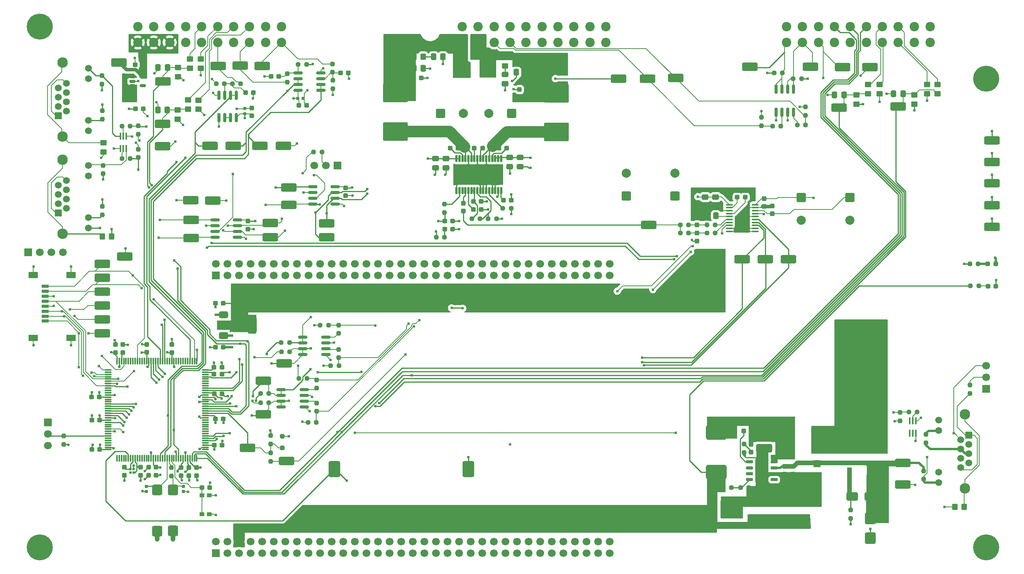
<source format=gbr>
%TF.GenerationSoftware,KiCad,Pcbnew,9.0.3*%
%TF.CreationDate,2025-10-14T12:15:03-07:00*%
%TF.ProjectId,VCU_v1,5643555f-7631-42e6-9b69-6361645f7063,rev?*%
%TF.SameCoordinates,Original*%
%TF.FileFunction,Copper,L1,Top*%
%TF.FilePolarity,Positive*%
%FSLAX46Y46*%
G04 Gerber Fmt 4.6, Leading zero omitted, Abs format (unit mm)*
G04 Created by KiCad (PCBNEW 9.0.3) date 2025-10-14 12:15:03*
%MOMM*%
%LPD*%
G01*
G04 APERTURE LIST*
G04 Aperture macros list*
%AMRoundRect*
0 Rectangle with rounded corners*
0 $1 Rounding radius*
0 $2 $3 $4 $5 $6 $7 $8 $9 X,Y pos of 4 corners*
0 Add a 4 corners polygon primitive as box body*
4,1,4,$2,$3,$4,$5,$6,$7,$8,$9,$2,$3,0*
0 Add four circle primitives for the rounded corners*
1,1,$1+$1,$2,$3*
1,1,$1+$1,$4,$5*
1,1,$1+$1,$6,$7*
1,1,$1+$1,$8,$9*
0 Add four rect primitives between the rounded corners*
20,1,$1+$1,$2,$3,$4,$5,0*
20,1,$1+$1,$4,$5,$6,$7,0*
20,1,$1+$1,$6,$7,$8,$9,0*
20,1,$1+$1,$8,$9,$2,$3,0*%
G04 Aperture macros list end*
%TA.AperFunction,SMDPad,CuDef*%
%ADD10RoundRect,0.237500X0.250000X0.237500X-0.250000X0.237500X-0.250000X-0.237500X0.250000X-0.237500X0*%
%TD*%
%TA.AperFunction,SMDPad,CuDef*%
%ADD11RoundRect,0.250000X1.000000X0.650000X-1.000000X0.650000X-1.000000X-0.650000X1.000000X-0.650000X0*%
%TD*%
%TA.AperFunction,SMDPad,CuDef*%
%ADD12RoundRect,0.390000X-0.910000X-1.360000X0.910000X-1.360000X0.910000X1.360000X-0.910000X1.360000X0*%
%TD*%
%TA.AperFunction,SMDPad,CuDef*%
%ADD13RoundRect,0.237500X-0.237500X0.250000X-0.237500X-0.250000X0.237500X-0.250000X0.237500X0.250000X0*%
%TD*%
%TA.AperFunction,SMDPad,CuDef*%
%ADD14RoundRect,0.250000X-1.450000X-0.650000X1.450000X-0.650000X1.450000X0.650000X-1.450000X0.650000X0*%
%TD*%
%TA.AperFunction,SMDPad,CuDef*%
%ADD15RoundRect,0.375000X-0.625000X-0.375000X0.625000X-0.375000X0.625000X0.375000X-0.625000X0.375000X0*%
%TD*%
%TA.AperFunction,SMDPad,CuDef*%
%ADD16RoundRect,0.500000X-0.500000X-1.400000X0.500000X-1.400000X0.500000X1.400000X-0.500000X1.400000X0*%
%TD*%
%TA.AperFunction,SMDPad,CuDef*%
%ADD17RoundRect,0.250000X0.450000X-0.350000X0.450000X0.350000X-0.450000X0.350000X-0.450000X-0.350000X0*%
%TD*%
%TA.AperFunction,ComponentPad*%
%ADD18C,3.600000*%
%TD*%
%TA.AperFunction,ConnectorPad*%
%ADD19C,5.700000*%
%TD*%
%TA.AperFunction,SMDPad,CuDef*%
%ADD20RoundRect,0.237500X-0.250000X-0.237500X0.250000X-0.237500X0.250000X0.237500X-0.250000X0.237500X0*%
%TD*%
%TA.AperFunction,SMDPad,CuDef*%
%ADD21RoundRect,0.250000X-0.337500X-0.475000X0.337500X-0.475000X0.337500X0.475000X-0.337500X0.475000X0*%
%TD*%
%TA.AperFunction,SMDPad,CuDef*%
%ADD22RoundRect,0.237500X0.300000X0.237500X-0.300000X0.237500X-0.300000X-0.237500X0.300000X-0.237500X0*%
%TD*%
%TA.AperFunction,ComponentPad*%
%ADD23R,1.500000X1.500000*%
%TD*%
%TA.AperFunction,ComponentPad*%
%ADD24C,1.500000*%
%TD*%
%TA.AperFunction,ComponentPad*%
%ADD25C,2.300000*%
%TD*%
%TA.AperFunction,SMDPad,CuDef*%
%ADD26RoundRect,0.250000X0.337500X0.475000X-0.337500X0.475000X-0.337500X-0.475000X0.337500X-0.475000X0*%
%TD*%
%TA.AperFunction,SMDPad,CuDef*%
%ADD27RoundRect,0.237500X0.237500X-0.250000X0.237500X0.250000X-0.237500X0.250000X-0.237500X-0.250000X0*%
%TD*%
%TA.AperFunction,SMDPad,CuDef*%
%ADD28RoundRect,0.067500X0.157500X-0.682500X0.157500X0.682500X-0.157500X0.682500X-0.157500X-0.682500X0*%
%TD*%
%TA.AperFunction,SMDPad,CuDef*%
%ADD29RoundRect,0.067500X-0.157500X0.682500X-0.157500X-0.682500X0.157500X-0.682500X0.157500X0.682500X0*%
%TD*%
%TA.AperFunction,SMDPad,CuDef*%
%ADD30RoundRect,0.237500X-0.237500X0.300000X-0.237500X-0.300000X0.237500X-0.300000X0.237500X0.300000X0*%
%TD*%
%TA.AperFunction,ComponentPad*%
%ADD31RoundRect,0.250000X0.750000X0.750000X-0.750000X0.750000X-0.750000X-0.750000X0.750000X-0.750000X0*%
%TD*%
%TA.AperFunction,ComponentPad*%
%ADD32C,2.000000*%
%TD*%
%TA.AperFunction,SMDPad,CuDef*%
%ADD33RoundRect,0.100000X-0.637500X-0.100000X0.637500X-0.100000X0.637500X0.100000X-0.637500X0.100000X0*%
%TD*%
%TA.AperFunction,ComponentPad*%
%ADD34RoundRect,0.250000X-0.550000X-0.550000X0.550000X-0.550000X0.550000X0.550000X-0.550000X0.550000X0*%
%TD*%
%TA.AperFunction,ComponentPad*%
%ADD35C,1.600000*%
%TD*%
%TA.AperFunction,ComponentPad*%
%ADD36RoundRect,0.250000X-0.550000X0.550000X-0.550000X-0.550000X0.550000X-0.550000X0.550000X0.550000X0*%
%TD*%
%TA.AperFunction,SMDPad,CuDef*%
%ADD37R,1.000000X0.900000*%
%TD*%
%TA.AperFunction,ComponentPad*%
%ADD38C,2.057400*%
%TD*%
%TA.AperFunction,SMDPad,CuDef*%
%ADD39RoundRect,0.250000X0.900000X-1.000000X0.900000X1.000000X-0.900000X1.000000X-0.900000X-1.000000X0*%
%TD*%
%TA.AperFunction,ComponentPad*%
%ADD40R,1.700000X1.700000*%
%TD*%
%TA.AperFunction,ComponentPad*%
%ADD41C,1.700000*%
%TD*%
%TA.AperFunction,SMDPad,CuDef*%
%ADD42RoundRect,0.155000X-0.155000X0.212500X-0.155000X-0.212500X0.155000X-0.212500X0.155000X0.212500X0*%
%TD*%
%TA.AperFunction,SMDPad,CuDef*%
%ADD43RoundRect,0.250000X2.500000X-1.750000X2.500000X1.750000X-2.500000X1.750000X-2.500000X-1.750000X0*%
%TD*%
%TA.AperFunction,SMDPad,CuDef*%
%ADD44RoundRect,0.237500X0.237500X-0.300000X0.237500X0.300000X-0.237500X0.300000X-0.237500X-0.300000X0*%
%TD*%
%TA.AperFunction,SMDPad,CuDef*%
%ADD45RoundRect,0.237500X-0.300000X-0.237500X0.300000X-0.237500X0.300000X0.237500X-0.300000X0.237500X0*%
%TD*%
%TA.AperFunction,SMDPad,CuDef*%
%ADD46RoundRect,0.250000X1.450000X0.650000X-1.450000X0.650000X-1.450000X-0.650000X1.450000X-0.650000X0*%
%TD*%
%TA.AperFunction,SMDPad,CuDef*%
%ADD47RoundRect,0.162500X0.825000X0.162500X-0.825000X0.162500X-0.825000X-0.162500X0.825000X-0.162500X0*%
%TD*%
%TA.AperFunction,SMDPad,CuDef*%
%ADD48RoundRect,0.237500X0.287500X0.237500X-0.287500X0.237500X-0.287500X-0.237500X0.287500X-0.237500X0*%
%TD*%
%TA.AperFunction,SMDPad,CuDef*%
%ADD49RoundRect,0.090000X-0.685000X-0.210000X0.685000X-0.210000X0.685000X0.210000X-0.685000X0.210000X0*%
%TD*%
%TA.AperFunction,SMDPad,CuDef*%
%ADD50R,2.950000X4.900000*%
%TD*%
%TA.AperFunction,SMDPad,CuDef*%
%ADD51RoundRect,0.155000X0.155000X-0.212500X0.155000X0.212500X-0.155000X0.212500X-0.155000X-0.212500X0*%
%TD*%
%TA.AperFunction,ComponentPad*%
%ADD52RoundRect,0.250000X-0.750000X-0.750000X0.750000X-0.750000X0.750000X0.750000X-0.750000X0.750000X0*%
%TD*%
%TA.AperFunction,SMDPad,CuDef*%
%ADD53RoundRect,0.250000X1.500000X0.650000X-1.500000X0.650000X-1.500000X-0.650000X1.500000X-0.650000X0*%
%TD*%
%TA.AperFunction,SMDPad,CuDef*%
%ADD54RoundRect,0.330000X-0.770000X0.820000X-0.770000X-0.820000X0.770000X-0.820000X0.770000X0.820000X0*%
%TD*%
%TA.AperFunction,ComponentPad*%
%ADD55RoundRect,0.250000X-0.750000X0.750000X-0.750000X-0.750000X0.750000X-0.750000X0.750000X0.750000X0*%
%TD*%
%TA.AperFunction,SMDPad,CuDef*%
%ADD56RoundRect,0.250000X0.350000X0.450000X-0.350000X0.450000X-0.350000X-0.450000X0.350000X-0.450000X0*%
%TD*%
%TA.AperFunction,SMDPad,CuDef*%
%ADD57RoundRect,0.155000X-0.212500X-0.155000X0.212500X-0.155000X0.212500X0.155000X-0.212500X0.155000X0*%
%TD*%
%TA.AperFunction,SMDPad,CuDef*%
%ADD58RoundRect,0.250000X0.250000X-0.250000X0.250000X0.250000X-0.250000X0.250000X-0.250000X-0.250000X0*%
%TD*%
%TA.AperFunction,SMDPad,CuDef*%
%ADD59RoundRect,0.100000X-0.100000X0.650000X-0.100000X-0.650000X0.100000X-0.650000X0.100000X0.650000X0*%
%TD*%
%TA.AperFunction,SMDPad,CuDef*%
%ADD60RoundRect,0.495000X-1.755000X-1.155000X1.755000X-1.155000X1.755000X1.155000X-1.755000X1.155000X0*%
%TD*%
%TA.AperFunction,SMDPad,CuDef*%
%ADD61RoundRect,0.250000X0.475000X-0.337500X0.475000X0.337500X-0.475000X0.337500X-0.475000X-0.337500X0*%
%TD*%
%TA.AperFunction,SMDPad,CuDef*%
%ADD62RoundRect,0.250000X-0.350000X-0.450000X0.350000X-0.450000X0.350000X0.450000X-0.350000X0.450000X0*%
%TD*%
%TA.AperFunction,SMDPad,CuDef*%
%ADD63RoundRect,0.250000X-0.475000X0.337500X-0.475000X-0.337500X0.475000X-0.337500X0.475000X0.337500X0*%
%TD*%
%TA.AperFunction,SMDPad,CuDef*%
%ADD64R,1.500000X0.800000*%
%TD*%
%TA.AperFunction,SMDPad,CuDef*%
%ADD65R,2.000000X1.450000*%
%TD*%
%TA.AperFunction,ComponentPad*%
%ADD66RoundRect,0.250000X0.750000X-0.750000X0.750000X0.750000X-0.750000X0.750000X-0.750000X-0.750000X0*%
%TD*%
%TA.AperFunction,SMDPad,CuDef*%
%ADD67RoundRect,0.150000X0.825000X0.150000X-0.825000X0.150000X-0.825000X-0.150000X0.825000X-0.150000X0*%
%TD*%
%TA.AperFunction,SMDPad,CuDef*%
%ADD68RoundRect,0.075000X0.075000X-0.662500X0.075000X0.662500X-0.075000X0.662500X-0.075000X-0.662500X0*%
%TD*%
%TA.AperFunction,SMDPad,CuDef*%
%ADD69RoundRect,0.075000X0.662500X-0.075000X0.662500X0.075000X-0.662500X0.075000X-0.662500X-0.075000X0*%
%TD*%
%TA.AperFunction,SMDPad,CuDef*%
%ADD70RoundRect,0.150000X-0.825000X-0.150000X0.825000X-0.150000X0.825000X0.150000X-0.825000X0.150000X0*%
%TD*%
%TA.AperFunction,SMDPad,CuDef*%
%ADD71RoundRect,0.100000X0.100000X-0.650000X0.100000X0.650000X-0.100000X0.650000X-0.100000X-0.650000X0*%
%TD*%
%TA.AperFunction,SMDPad,CuDef*%
%ADD72RoundRect,0.070500X0.164500X-0.189500X0.164500X0.189500X-0.164500X0.189500X-0.164500X-0.189500X0*%
%TD*%
%TA.AperFunction,SMDPad,CuDef*%
%ADD73R,10.670000X9.450000*%
%TD*%
%TA.AperFunction,SMDPad,CuDef*%
%ADD74R,1.050000X3.800000*%
%TD*%
%TA.AperFunction,SMDPad,CuDef*%
%ADD75RoundRect,0.150000X-0.150000X0.825000X-0.150000X-0.825000X0.150000X-0.825000X0.150000X0.825000X0*%
%TD*%
%TA.AperFunction,SMDPad,CuDef*%
%ADD76RoundRect,0.250000X-0.450000X0.350000X-0.450000X-0.350000X0.450000X-0.350000X0.450000X0.350000X0*%
%TD*%
%TA.AperFunction,SMDPad,CuDef*%
%ADD77RoundRect,0.162500X0.162500X-0.825000X0.162500X0.825000X-0.162500X0.825000X-0.162500X-0.825000X0*%
%TD*%
%TA.AperFunction,SMDPad,CuDef*%
%ADD78RoundRect,0.150000X-0.512500X-0.150000X0.512500X-0.150000X0.512500X0.150000X-0.512500X0.150000X0*%
%TD*%
%TA.AperFunction,ViaPad*%
%ADD79C,0.609600*%
%TD*%
%TA.AperFunction,Conductor*%
%ADD80C,0.254000*%
%TD*%
%TA.AperFunction,Conductor*%
%ADD81C,0.203200*%
%TD*%
%TA.AperFunction,Conductor*%
%ADD82C,0.152400*%
%TD*%
%TA.AperFunction,Conductor*%
%ADD83C,0.508000*%
%TD*%
%TA.AperFunction,Conductor*%
%ADD84C,0.200000*%
%TD*%
%TA.AperFunction,Conductor*%
%ADD85C,0.177800*%
%TD*%
%TA.AperFunction,Conductor*%
%ADD86C,1.016000*%
%TD*%
%TA.AperFunction,Conductor*%
%ADD87C,0.762000*%
%TD*%
%TA.AperFunction,Conductor*%
%ADD88C,2.540000*%
%TD*%
G04 APERTURE END LIST*
D10*
%TO.P,R23,1*%
%TO.N,Net-(U13-GAIN{slash}SLV)*%
X126492000Y-99314000D03*
%TO.P,R23,2*%
%TO.N,Net-(U13-GVDD)*%
X124667000Y-99314000D03*
%TD*%
D11*
%TO.P,D5,1,K*%
%TO.N,+12V*%
X212058000Y-160274000D03*
%TO.P,D5,2,A*%
%TO.N,Net-(D5-A)*%
X208058000Y-160274000D03*
%TD*%
D12*
%TO.P,BT1,1,+*%
%TO.N,/STM32-Root/STM32H723ZGT6/VBAT*%
X94520000Y-154269773D03*
%TO.P,BT1,2,-*%
%TO.N,GND*%
X123920000Y-154269773D03*
%TD*%
D13*
%TO.P,R60,1*%
%TO.N,GND*%
X188222611Y-77065500D03*
%TO.P,R60,2*%
%TO.N,/Connector-Root/BMS-FAULT*%
X188222611Y-78890500D03*
%TD*%
D14*
%TO.P,TP48,1,1*%
%TO.N,GND*%
X196998021Y-161218766D03*
%TD*%
D15*
%TO.P,U3,1,GND*%
%TO.N,GND*%
X70256000Y-120382000D03*
%TO.P,U3,2,VO*%
%TO.N,+3.3V*%
X70256000Y-122682000D03*
D16*
X76556000Y-122682000D03*
D15*
%TO.P,U3,3,VI*%
%TO.N,+5V*%
X70256000Y-124982000D03*
%TD*%
D17*
%TO.P,R61,1*%
%TO.N,GND*%
X60198000Y-77454000D03*
%TO.P,R61,2*%
%TO.N,/STM32-Root/STM32H723ZGT6/PF15*%
X60198000Y-75454000D03*
%TD*%
D18*
%TO.P,H1,1,1*%
%TO.N,unconnected-(H1-Pad1)*%
X237490000Y-68580000D03*
D19*
%TO.N,unconnected-(H1-Pad1)_1*%
X237490000Y-68580000D03*
%TD*%
D20*
%TO.P,R49,1*%
%TO.N,GND*%
X93732849Y-131572000D03*
%TO.P,R49,2*%
%TO.N,/Connector-Root/IMD-FAULT*%
X95557849Y-131572000D03*
%TD*%
D14*
%TO.P,TP53,1,1*%
%TO.N,GND*%
X48564500Y-107645500D03*
%TD*%
D21*
%TO.P,C81,1*%
%TO.N,+3.3V*%
X55900943Y-66116891D03*
%TO.P,C81,2*%
%TO.N,/STM32-Root/STM32H723ZGT6/PF14*%
X57975943Y-66116891D03*
%TD*%
D17*
%TO.P,R72,1*%
%TO.N,GND*%
X209050611Y-74152000D03*
%TO.P,R72,2*%
%TO.N,/STM32-Root/STM32H723ZGT6/PG1*%
X209050611Y-72152000D03*
%TD*%
D22*
%TO.P,C60,1*%
%TO.N,Net-(U13-BSNL)*%
X132342177Y-83844001D03*
%TO.P,C60,2*%
%TO.N,Net-(U13-OUTNL)*%
X130617177Y-83844001D03*
%TD*%
D23*
%TO.P,J8,1,CANH_OUT*%
%TO.N,/BRUHbus/CAN2_H*%
X34040000Y-98050000D03*
D24*
%TO.P,J8,2,CANL_OUT*%
%TO.N,/BRUHbus/CAN2_L*%
X35820000Y-97034000D03*
%TO.P,J8,3,-Vs*%
%TO.N,GND*%
X34040000Y-96018000D03*
%TO.P,J8,4,+Vs*%
%TO.N,+12V*%
X35820000Y-95002000D03*
%TO.P,J8,5,+Vs*%
X34040000Y-93986000D03*
%TO.P,J8,6,-Vs*%
%TO.N,GND*%
X35820000Y-92970000D03*
%TO.P,J8,7,CANL_IN*%
%TO.N,/BRUHbus/CAN2_L*%
X34040000Y-91954000D03*
%TO.P,J8,8,CANH_IN*%
%TO.N,/BRUHbus/CAN2_H*%
X35820000Y-90938000D03*
%TO.P,J8,9,GND*%
%TO.N,GND*%
X40640000Y-101350000D03*
%TO.P,J8,10,POWER_GOOD*%
%TO.N,Net-(J8-POWER_GOOD)*%
X40640000Y-99060000D03*
%TO.P,J8,11,GND*%
%TO.N,GND*%
X40640000Y-89920000D03*
%TO.P,J8,12,CAN_IND*%
%TO.N,Net-(J8-CAN_IND)*%
X40640000Y-87630000D03*
D25*
%TO.P,J8,SH,SHIELD*%
%TO.N,Net-(J8-SHIELD)*%
X34930000Y-102620000D03*
X34930000Y-86360000D03*
%TD*%
D26*
%TO.P,C71,1*%
%TO.N,Net-(U14-VNEG)*%
X178183490Y-98657678D03*
%TO.P,C71,2*%
%TO.N,GND*%
X176108490Y-98657678D03*
%TD*%
D21*
%TO.P,C69,1*%
%TO.N,/Connector-Root/SPEAKER+*%
X111992500Y-66318001D03*
%TO.P,C69,2*%
%TO.N,GND*%
X114067500Y-66318001D03*
%TD*%
D14*
%TO.P,TP10,1,1*%
%TO.N,/Connector-Root/APPS1-SIG*%
X78740000Y-65786000D03*
%TD*%
D27*
%TO.P,R48,1*%
%TO.N,/STM32-Root/STM32H723ZGT6/PF13*%
X80556501Y-148755000D03*
%TO.P,R48,2*%
%TO.N,GND*%
X80556501Y-146930000D03*
%TD*%
D20*
%TO.P,R41,1*%
%TO.N,/BRUHbus/CAN1_H*%
X90019500Y-84709000D03*
%TO.P,R41,2*%
%TO.N,Net-(JP2-C)*%
X91844500Y-84709000D03*
%TD*%
D17*
%TO.P,R64,1*%
%TO.N,/STM32-Root/STM32H723ZGT6/PF15*%
X62484000Y-75279000D03*
%TO.P,R64,2*%
%TO.N,/Connector-Root/RTD_BTN-*%
X62484000Y-73279000D03*
%TD*%
D14*
%TO.P,TP57,1,1*%
%TO.N,GND*%
X238760000Y-86868000D03*
%TD*%
D17*
%TO.P,R58,1*%
%TO.N,+3.3V*%
X65278000Y-66294000D03*
%TO.P,R58,2*%
%TO.N,/Connector-Root/PRECHARGE_BTN+*%
X65278000Y-64294000D03*
%TD*%
D28*
%TO.P,U13,1,MODESEL*%
%TO.N,GND*%
X121344000Y-93106000D03*
%TO.P,U13,2,SD*%
%TO.N,Net-(U13-SD)*%
X121994000Y-93106000D03*
%TO.P,U13,3,FAULT*%
%TO.N,unconnected-(U13-FAULT-Pad3)*%
X122644000Y-93106000D03*
%TO.P,U13,4,RINP*%
%TO.N,Net-(U13-RINP)*%
X123294000Y-93106000D03*
%TO.P,U13,5,RINN*%
%TO.N,Net-(U13-RINN)*%
X123944000Y-93106000D03*
%TO.P,U13,6,PLIMIT*%
%TO.N,Net-(U13-GVDD)*%
X124594000Y-93106000D03*
%TO.P,U13,7,GVDD*%
X125244000Y-93106000D03*
%TO.P,U13,8,GAIN/SLV*%
%TO.N,Net-(U13-GAIN{slash}SLV)*%
X125894000Y-93106000D03*
%TO.P,U13,9,GND*%
%TO.N,GND*%
X126544000Y-93106000D03*
%TO.P,U13,10,LINP*%
X127194000Y-93106000D03*
%TO.P,U13,11,LINN*%
X127844000Y-93106000D03*
%TO.P,U13,12,MUTE*%
%TO.N,Net-(U13-MUTE)*%
X128494000Y-93106000D03*
%TO.P,U13,13,AM2*%
%TO.N,GND*%
X129144000Y-93106000D03*
%TO.P,U13,14,AM1*%
X129794000Y-93106000D03*
%TO.P,U13,15,AM0*%
X130444000Y-93106000D03*
%TO.P,U13,16,SYNC*%
%TO.N,Net-(U13-SYNC)*%
X131094000Y-93106000D03*
D29*
%TO.P,U13,17,PVCC*%
%TO.N,+12V*%
X131094000Y-86106000D03*
%TO.P,U13,18,PVCC*%
X130444000Y-86106000D03*
%TO.P,U13,19,PVCC*%
X129794000Y-86106000D03*
%TO.P,U13,20,BSNL*%
%TO.N,Net-(U13-BSNL)*%
X129144000Y-86106000D03*
%TO.P,U13,21,OUTNL*%
%TO.N,Net-(U13-OUTNL)*%
X128494000Y-86106000D03*
%TO.P,U13,22,GND*%
%TO.N,GND*%
X127844000Y-86106000D03*
%TO.P,U13,23,OUTPL*%
%TO.N,Net-(U13-OUTNL)*%
X127194000Y-86106000D03*
%TO.P,U13,24,BSPL*%
%TO.N,Net-(U13-BSPL)*%
X126544000Y-86106000D03*
%TO.P,U13,25,GND*%
%TO.N,GND*%
X125894000Y-86106000D03*
%TO.P,U13,26,BSNR*%
%TO.N,Net-(U13-BSNR)*%
X125244000Y-86106000D03*
%TO.P,U13,27,OUTNR*%
%TO.N,Net-(U13-OUTNR)*%
X124594000Y-86106000D03*
%TO.P,U13,28,GND*%
%TO.N,GND*%
X123944000Y-86106000D03*
%TO.P,U13,29,OUTPR*%
%TO.N,Net-(U13-OUTNR)*%
X123294000Y-86106000D03*
%TO.P,U13,30,BSPR*%
%TO.N,Net-(U13-BSPR)*%
X122644000Y-86106000D03*
%TO.P,U13,31,PVCC*%
%TO.N,+12V*%
X121994000Y-86106000D03*
%TO.P,U13,32,PVCC*%
X121344000Y-86106000D03*
%TD*%
D22*
%TO.P,C26,1*%
%TO.N,GND*%
X69945001Y-137783001D03*
%TO.P,C26,2*%
%TO.N,+3.3V*%
X68220001Y-137783001D03*
%TD*%
D14*
%TO.P,TP56,1,1*%
%TO.N,GND*%
X238760000Y-82095000D03*
%TD*%
D21*
%TO.P,C84,1*%
%TO.N,+3.3V*%
X204203111Y-72136000D03*
%TO.P,C84,2*%
%TO.N,/STM32-Root/STM32H723ZGT6/PG1*%
X206278111Y-72136000D03*
%TD*%
D30*
%TO.P,C28,1*%
%TO.N,GND*%
X58922501Y-126944900D03*
%TO.P,C28,2*%
%TO.N,+3.3V*%
X58922501Y-128669900D03*
%TD*%
D14*
%TO.P,TP30,1,1*%
%TO.N,/Connector-Root/BMS-FAULT*%
X163195000Y-68580000D03*
%TD*%
D13*
%TO.P,R38,1*%
%TO.N,Net-(J7-CAN_IND)*%
X43561000Y-67921500D03*
%TO.P,R38,2*%
%TO.N,+12V*%
X43561000Y-69746500D03*
%TD*%
D23*
%TO.P,J7,1,CANH_OUT*%
%TO.N,/BRUHbus/CAN1_H*%
X34036000Y-76708000D03*
D24*
%TO.P,J7,2,CANL_OUT*%
%TO.N,/BRUHbus/CAN1_L*%
X35816000Y-75692000D03*
%TO.P,J7,3,-Vs*%
%TO.N,GND*%
X34036000Y-74676000D03*
%TO.P,J7,4,+Vs*%
%TO.N,+12V*%
X35816000Y-73660000D03*
%TO.P,J7,5,+Vs*%
X34036000Y-72644000D03*
%TO.P,J7,6,-Vs*%
%TO.N,GND*%
X35816000Y-71628000D03*
%TO.P,J7,7,CANL_IN*%
%TO.N,/BRUHbus/CAN1_L*%
X34036000Y-70612000D03*
%TO.P,J7,8,CANH_IN*%
%TO.N,/BRUHbus/CAN1_H*%
X35816000Y-69596000D03*
%TO.P,J7,9,GND*%
%TO.N,GND*%
X40636000Y-80008000D03*
%TO.P,J7,10,POWER_GOOD*%
%TO.N,Net-(J7-POWER_GOOD)*%
X40636000Y-77718000D03*
%TO.P,J7,11,GND*%
%TO.N,GND*%
X40636000Y-68578000D03*
%TO.P,J7,12,CAN_IND*%
%TO.N,Net-(J7-CAN_IND)*%
X40636000Y-66288000D03*
D25*
%TO.P,J7,SH,SHIELD*%
%TO.N,Net-(J7-SHIELD)*%
X34926000Y-81278000D03*
X34926000Y-65018000D03*
%TD*%
D31*
%TO.P,C65,1*%
%TO.N,+12V*%
X133431677Y-76224001D03*
D32*
%TO.P,C65,2*%
%TO.N,GND*%
X128431677Y-76224001D03*
%TD*%
D33*
%TO.P,U14,1,CPVDD*%
%TO.N,+3.3V*%
X181141490Y-96240678D03*
%TO.P,U14,2,CAPP*%
%TO.N,Net-(U14-CAPP)*%
X181141490Y-96890678D03*
%TO.P,U14,3,CPGND*%
%TO.N,GND*%
X181141490Y-97540678D03*
%TO.P,U14,4,CAPM*%
%TO.N,Net-(U14-CAPM)*%
X181141490Y-98190678D03*
%TO.P,U14,5,VNEG*%
%TO.N,Net-(U14-VNEG)*%
X181141490Y-98840678D03*
%TO.P,U14,6,OUTL*%
%TO.N,Net-(U14-OUTL)*%
X181141490Y-99490678D03*
%TO.P,U14,7,OUTR*%
%TO.N,Net-(U14-OUTR)*%
X181141490Y-100140678D03*
%TO.P,U14,8,AVDD*%
%TO.N,+3.3V*%
X181141490Y-100790678D03*
%TO.P,U14,9,AGND*%
%TO.N,GND*%
X181141490Y-101440678D03*
%TO.P,U14,10,DEMP*%
X181141490Y-102090678D03*
%TO.P,U14,11,FLT*%
X186866490Y-102090678D03*
%TO.P,U14,12,SCK*%
X186866490Y-101440678D03*
%TO.P,U14,13,BCK*%
%TO.N,/STM32-Root/STM32H723ZGT6/PB10*%
X186866490Y-100790678D03*
%TO.P,U14,14,DIN*%
%TO.N,/STM32-Root/STM32H723ZGT6/PC1*%
X186866490Y-100140678D03*
%TO.P,U14,15,LRCK*%
%TO.N,/STM32-Root/STM32H723ZGT6/PB12*%
X186866490Y-99490678D03*
%TO.P,U14,16,FMT*%
%TO.N,GND*%
X186866490Y-98840678D03*
%TO.P,U14,17,XMT*%
%TO.N,+3.3V*%
X186866490Y-98190678D03*
%TO.P,U14,18,LDOO*%
%TO.N,Net-(U14-LDOO)*%
X186866490Y-97540678D03*
%TO.P,U14,19,DGND*%
%TO.N,GND*%
X186866490Y-96890678D03*
%TO.P,U14,20,DVDD*%
%TO.N,+3.3V*%
X186866490Y-96240678D03*
%TD*%
D17*
%TO.P,R35,1*%
%TO.N,GND*%
X43942000Y-84677000D03*
%TO.P,R35,2*%
%TO.N,Net-(J7-SHIELD)*%
X43942000Y-82677000D03*
%TD*%
%TO.P,R67,1*%
%TO.N,+3.3V*%
X214130611Y-71893000D03*
%TO.P,R67,2*%
%TO.N,/Connector-Root/GEN_BTN2+*%
X214130611Y-69893000D03*
%TD*%
D20*
%TO.P,R62,1*%
%TO.N,/Connector-Root/BMS-FAULT*%
X190612111Y-78994000D03*
%TO.P,R62,2*%
%TO.N,Net-(Q5A-G)*%
X192437111Y-78994000D03*
%TD*%
D34*
%TO.P,C11,1*%
%TO.N,+5V*%
X177602000Y-163660000D03*
D35*
%TO.P,C11,2*%
%TO.N,GND*%
X181102000Y-163660000D03*
%TD*%
D14*
%TO.P,TP21,1,1*%
%TO.N,/STM32-Root/STM32H723ZGT6/PB6*%
X84582000Y-92481400D03*
%TD*%
D36*
%TO.P,C2,1*%
%TO.N,+12V*%
X200406000Y-153117349D03*
D35*
%TO.P,C2,2*%
%TO.N,GND*%
X200406000Y-156617349D03*
%TD*%
D37*
%TO.P,SW1,1,1*%
%TO.N,Net-(U5B-NRST)*%
X65541800Y-164149300D03*
X65541800Y-160049300D03*
%TO.P,SW1,2,2*%
%TO.N,GND*%
X67141800Y-164149300D03*
X67141800Y-160049300D03*
%TD*%
D14*
%TO.P,TP17,1,1*%
%TO.N,/STM32-Root/STM32H723ZGT6/PD0*%
X63142500Y-103555800D03*
%TD*%
D30*
%TO.P,C38,1*%
%TO.N,+3.3V*%
X53791701Y-153867800D03*
%TO.P,C38,2*%
%TO.N,GND*%
X53791701Y-155592800D03*
%TD*%
D14*
%TO.P,TP37,1,1*%
%TO.N,/STM32-Root/STM32H723ZGT6/PG0*%
X218194611Y-74676000D03*
%TD*%
D27*
%TO.P,R76,1*%
%TO.N,GND*%
X51562000Y-80772000D03*
%TO.P,R76,2*%
%TO.N,/STM32-Root/STM32H723ZGT6/PB5*%
X51562000Y-78947000D03*
%TD*%
D10*
%TO.P,R53,1*%
%TO.N,/STM32-Root/STM32H723ZGT6/PE8*%
X84739349Y-128508255D03*
%TO.P,R53,2*%
%TO.N,+3.3V*%
X82914349Y-128508255D03*
%TD*%
D38*
%TO.P,U6,1*%
%TO.N,/Connector-Root/APPS1-SIG*%
X82950010Y-60626001D03*
%TO.P,U6,2*%
%TO.N,unconnected-(U6-Pad2)*%
X79450009Y-60626001D03*
%TO.P,U6,3*%
%TO.N,/Connector-Root/APPS2-SIG*%
X75950008Y-60626001D03*
%TO.P,U6,4*%
%TO.N,unconnected-(U6-Pad4)*%
X72450005Y-60626001D03*
%TO.P,U6,5*%
%TO.N,/Connector-Root/BSE-SIG*%
X68950005Y-60626001D03*
%TO.P,U6,6*%
%TO.N,unconnected-(U6-Pad6)*%
X65450004Y-60626001D03*
%TO.P,U6,7*%
%TO.N,/STM32-Root/STM32H723ZGT6/PG4*%
X61950003Y-60626001D03*
%TO.P,U6,8*%
%TO.N,+4.8V*%
X58450003Y-60626001D03*
%TO.P,U6,9*%
X54950002Y-60626001D03*
%TO.P,U6,10*%
X51450001Y-60626001D03*
%TO.P,U6,11*%
%TO.N,/BRUHbus/CAN1_L*%
X82950010Y-57125999D03*
%TO.P,U6,12*%
%TO.N,/BRUHbus/CAN1_H*%
X79450009Y-57125999D03*
%TO.P,U6,13*%
%TO.N,/Connector-Root/RTD_BTN+*%
X75950008Y-57125999D03*
%TO.P,U6,14*%
%TO.N,/Connector-Root/RTD_BTN-*%
X72450005Y-57125999D03*
%TO.P,U6,15*%
%TO.N,/Connector-Root/PRECHARGE_BTN+*%
X68950005Y-57125999D03*
%TO.P,U6,16*%
%TO.N,/Connector-Root/PRECHARGE_BTN-*%
X65450004Y-57125999D03*
%TO.P,U6,17*%
%TO.N,/STM32-Root/STM32H723ZGT6/PB15*%
X61950003Y-57125999D03*
%TO.P,U6,18*%
%TO.N,GND*%
X58450003Y-57125999D03*
%TO.P,U6,19*%
X54950002Y-57125999D03*
%TO.P,U6,20*%
X51450001Y-57125999D03*
%TD*%
D14*
%TO.P,TP5,1,1*%
%TO.N,+12V*%
X219151200Y-152908000D03*
%TD*%
%TO.P,TP59,1,1*%
%TO.N,GND*%
X238760000Y-96393000D03*
%TD*%
D38*
%TO.P,U7,1*%
%TO.N,/Connector-Root/Vin+*%
X154070010Y-60626001D03*
%TO.P,U7,2*%
%TO.N,/STM32-Root/STM32H723ZGT6/PG14*%
X150570009Y-60626001D03*
%TO.P,U7,3*%
%TO.N,/STM32-Root/STM32H723ZGT6/PG12*%
X147070008Y-60626001D03*
%TO.P,U7,4*%
%TO.N,/STM32-Root/STM32H723ZGT6/PG9*%
X143570005Y-60626001D03*
%TO.P,U7,5*%
%TO.N,/STM32-Root/STM32H723ZGT6/PG5*%
X140070005Y-60626001D03*
%TO.P,U7,6*%
%TO.N,/Connector-Root/BSPD-FAULT*%
X136570004Y-60626001D03*
%TO.P,U7,7*%
%TO.N,/Connector-Root/IMD-FAULT*%
X133070003Y-60626001D03*
%TO.P,U7,8*%
%TO.N,/Connector-Root/BMS-FAULT*%
X129570003Y-60626001D03*
%TO.P,U7,9*%
%TO.N,/Connector-Root/SPEAKER-*%
X126070002Y-60626001D03*
%TO.P,U7,10*%
%TO.N,/Connector-Root/SPEAKER+*%
X122570001Y-60626001D03*
%TO.P,U7,11*%
%TO.N,GND*%
X154070010Y-57125999D03*
%TO.P,U7,12*%
%TO.N,/STM32-Root/STM32H723ZGT6/PG15*%
X150570009Y-57125999D03*
%TO.P,U7,13*%
%TO.N,/STM32-Root/STM32H723ZGT6/PG13*%
X147070008Y-57125999D03*
%TO.P,U7,14*%
%TO.N,/STM32-Root/STM32H723ZGT6/PG11*%
X143570005Y-57125999D03*
%TO.P,U7,15*%
%TO.N,/STM32-Root/STM32H723ZGT6/PG10*%
X140070005Y-57125999D03*
%TO.P,U7,16*%
%TO.N,/STM32-Root/STM32H723ZGT6/PG8*%
X136570004Y-57125999D03*
%TO.P,U7,17*%
%TO.N,/STM32-Root/STM32H723ZGT6/PG7*%
X133070003Y-57125999D03*
%TO.P,U7,18*%
%TO.N,/STM32-Root/STM32H723ZGT6/PG6*%
X129570003Y-57125999D03*
%TO.P,U7,19*%
%TO.N,/STM32-Root/STM32H723ZGT6/PE10*%
X126070002Y-57125999D03*
%TO.P,U7,20*%
%TO.N,/STM32-Root/STM32H723ZGT6/PE11*%
X122570001Y-57125999D03*
%TD*%
D14*
%TO.P,TP19,1,1*%
%TO.N,/BRUHbus/CAN1_L*%
X80530300Y-103352600D03*
%TD*%
D13*
%TO.P,R47,1*%
%TO.N,/STM32-Root/STM32H723ZGT6/PF13*%
X80556501Y-150740000D03*
%TO.P,R47,2*%
%TO.N,/Connector-Root/BRAKE_LIGHT*%
X80556501Y-152565000D03*
%TD*%
D39*
%TO.P,D6,1,A1*%
%TO.N,GND*%
X212090000Y-169418000D03*
%TO.P,D6,2,A2*%
%TO.N,+12V*%
X212090000Y-165118000D03*
%TD*%
D40*
%TO.P,JP3,1,A*%
%TO.N,unconnected-(JP3-A-Pad1)*%
X237490000Y-136652000D03*
D41*
%TO.P,JP3,2,C*%
%TO.N,Net-(JP3-C)*%
X237490000Y-134112000D03*
%TO.P,JP3,3,B*%
%TO.N,/BRUHbus/CAN2_L*%
X237490000Y-131572000D03*
%TD*%
D42*
%TO.P,C34,1*%
%TO.N,Net-(U5B-PH0-OSC_IN)*%
X53325300Y-158053300D03*
%TO.P,C34,2*%
%TO.N,GND*%
X53325300Y-159188300D03*
%TD*%
D43*
%TO.P,L3,1,1*%
%TO.N,Net-(U13-OUTNR)*%
X107950000Y-80220001D03*
%TO.P,L3,2,2*%
%TO.N,/Connector-Root/SPEAKER+*%
X107950000Y-71720001D03*
%TD*%
D14*
%TO.P,TP39,1,1*%
%TO.N,/Connector-Root/BSPD_FAULT+*%
X205994000Y-66040000D03*
%TD*%
D13*
%TO.P,R46,1*%
%TO.N,/Connector-Root/BMS-FAULT*%
X90684849Y-134707755D03*
%TO.P,R46,2*%
%TO.N,Net-(Q3B-G)*%
X90684849Y-136532755D03*
%TD*%
D14*
%TO.P,TP38,1,1*%
%TO.N,/STM32-Root/STM32H723ZGT6/PG1*%
X205240611Y-74930000D03*
%TD*%
D44*
%TO.P,C23,1*%
%TO.N,GND*%
X64307301Y-155694400D03*
%TO.P,C23,2*%
%TO.N,+3.3V*%
X64307301Y-153969400D03*
%TD*%
D22*
%TO.P,C16,1*%
%TO.N,+3.3V*%
X70204500Y-117856000D03*
%TO.P,C16,2*%
%TO.N,GND*%
X68479500Y-117856000D03*
%TD*%
D14*
%TO.P,TP11,1,1*%
%TO.N,/STM32-Root/STM32H723ZGT6/PC2*%
X78232000Y-83312000D03*
%TD*%
D10*
%TO.P,R14,1*%
%TO.N,GND*%
X88426700Y-65455800D03*
%TO.P,R14,2*%
%TO.N,Net-(U9B-IN2+)*%
X86601700Y-65455800D03*
%TD*%
D45*
%TO.P,C30,1*%
%TO.N,GND*%
X41296001Y-138475400D03*
%TO.P,C30,2*%
%TO.N,+3.3V*%
X43021001Y-138475400D03*
%TD*%
D22*
%TO.P,C58,1*%
%TO.N,Net-(U13-BSNR)*%
X125230177Y-83844001D03*
%TO.P,C58,2*%
%TO.N,Net-(U13-OUTNR)*%
X123505177Y-83844001D03*
%TD*%
D46*
%TO.P,TP27,1,1*%
%TO.N,/STM32-Root/STM32H723ZGT6/PE9*%
X79000849Y-142224255D03*
%TD*%
D47*
%TO.P,Q3,1,S*%
%TO.N,GND*%
X87920001Y-140603500D03*
%TO.P,Q3,2,G*%
%TO.N,Net-(Q3A-G)*%
X87920001Y-139333500D03*
%TO.P,Q3,3,S*%
%TO.N,GND*%
X87920001Y-138063500D03*
%TO.P,Q3,4,G*%
%TO.N,Net-(Q3B-G)*%
X87920001Y-136793500D03*
%TO.P,Q3,5,D*%
%TO.N,/STM32-Root/STM32H723ZGT6/PE7*%
X82845001Y-136793500D03*
%TO.P,Q3,6,D*%
X82845001Y-138063500D03*
%TO.P,Q3,7,D*%
%TO.N,/STM32-Root/STM32H723ZGT6/PE9*%
X82845001Y-139333500D03*
%TO.P,Q3,8,D*%
X82845001Y-140603500D03*
%TD*%
D17*
%TO.P,R68,1*%
%TO.N,/STM32-Root/STM32H723ZGT6/PG0*%
X226830611Y-71898000D03*
%TO.P,R68,2*%
%TO.N,/Connector-Root/GEN_BTN1-*%
X226830611Y-69898000D03*
%TD*%
D30*
%TO.P,C20,1*%
%TO.N,GND*%
X53436101Y-126926000D03*
%TO.P,C20,2*%
%TO.N,+3.3V*%
X53436101Y-128651000D03*
%TD*%
D14*
%TO.P,TP14,1,1*%
%TO.N,/Connector-Root/BSE-SIG*%
X69088000Y-65786000D03*
%TD*%
D46*
%TO.P,TP31,1,1*%
%TO.N,/STM32-Root/STM32H723ZGT6/PE8*%
X83572849Y-131048255D03*
%TD*%
D10*
%TO.P,R4,1*%
%TO.N,/Connector-Root/BSPD_FAULT+*%
X84732500Y-126492000D03*
%TO.P,R4,2*%
%TO.N,+12V*%
X82907500Y-126492000D03*
%TD*%
D48*
%TO.P,D7,1,K*%
%TO.N,GND*%
X239569146Y-109216951D03*
%TO.P,D7,2,A*%
%TO.N,Net-(D7-A)*%
X237819146Y-109216951D03*
%TD*%
D14*
%TO.P,TP26,1,1*%
%TO.N,/Connector-Root/SPEAKER-*%
X128270000Y-67310000D03*
%TD*%
%TO.P,TP55,1,1*%
%TO.N,GND*%
X83349406Y-83310590D03*
%TD*%
%TO.P,TP22,1,1*%
%TO.N,/BRUHbus/CAN2_H*%
X92837000Y-103378000D03*
%TD*%
D49*
%TO.P,U2,1,BOOT*%
%TO.N,Net-(U2-BOOT)*%
X185608000Y-152698000D03*
%TO.P,U2,2,NC*%
%TO.N,unconnected-(U2-NC-Pad2)*%
X185608000Y-153998000D03*
%TO.P,U2,3,NC*%
%TO.N,unconnected-(U2-NC-Pad3)*%
X185608000Y-155298000D03*
%TO.P,U2,4,VSENSE*%
%TO.N,Net-(U2-VSENSE)*%
X185608000Y-156598000D03*
%TO.P,U2,5,ENA*%
%TO.N,unconnected-(U2-ENA-Pad5)*%
X191008000Y-156598000D03*
%TO.P,U2,6,GND*%
%TO.N,GND*%
X191008000Y-155298000D03*
%TO.P,U2,7,VIN*%
%TO.N,+12V*%
X191008000Y-153998000D03*
%TO.P,U2,8,PH*%
%TO.N,Net-(D2-K)*%
X191008000Y-152698000D03*
D50*
%TO.P,U2,9,DAP*%
%TO.N,GND*%
X188308000Y-154648000D03*
%TD*%
D51*
%TO.P,C5,1*%
%TO.N,+5V*%
X74930000Y-76259500D03*
%TO.P,C5,2*%
%TO.N,GND*%
X74930000Y-75124500D03*
%TD*%
D52*
%TO.P,C66,1*%
%TO.N,+12V*%
X117843677Y-76224001D03*
D32*
%TO.P,C66,2*%
%TO.N,GND*%
X122843677Y-76224001D03*
%TD*%
D14*
%TO.P,TP25,1,1*%
%TO.N,/Connector-Root/SPEAKER+*%
X122682000Y-67437000D03*
%TD*%
D44*
%TO.P,C36,1*%
%TO.N,GND*%
X48499300Y-155613800D03*
%TO.P,C36,2*%
%TO.N,Net-(U5B-PC14-OSC32_IN)*%
X48499300Y-153888800D03*
%TD*%
D53*
%TO.P,D2,1,K*%
%TO.N,Net-(D2-K)*%
X193762000Y-149690000D03*
%TO.P,D2,2,A*%
%TO.N,GND*%
X188762000Y-149690000D03*
%TD*%
D22*
%TO.P,C17,1*%
%TO.N,+4.8V*%
X52578000Y-65532000D03*
%TO.P,C17,2*%
%TO.N,GND*%
X50853000Y-65532000D03*
%TD*%
D44*
%TO.P,C7,1*%
%TO.N,+5V*%
X76454000Y-76708000D03*
%TO.P,C7,2*%
%TO.N,GND*%
X76454000Y-74983000D03*
%TD*%
D10*
%TO.P,R29,1*%
%TO.N,Net-(U14-OUTR)*%
X178058490Y-102467678D03*
%TO.P,R29,2*%
%TO.N,Net-(C77-Pad2)*%
X176233490Y-102467678D03*
%TD*%
D21*
%TO.P,C82,1*%
%TO.N,+3.3V*%
X55858500Y-75438000D03*
%TO.P,C82,2*%
%TO.N,/STM32-Root/STM32H723ZGT6/PF15*%
X57933500Y-75438000D03*
%TD*%
D14*
%TO.P,TP47,1,1*%
%TO.N,/STM32-Root/STM32H723ZGT6/PC9*%
X43688000Y-109220000D03*
%TD*%
D27*
%TO.P,R15,1*%
%TO.N,Net-(U9A-IN1+)*%
X94169000Y-67183000D03*
%TO.P,R15,2*%
%TO.N,/Connector-Root/APPS1-SIG*%
X94169000Y-65358000D03*
%TD*%
D30*
%TO.P,C4,1*%
%TO.N,+12V*%
X195072000Y-153653500D03*
%TO.P,C4,2*%
%TO.N,GND*%
X195072000Y-155378500D03*
%TD*%
D14*
%TO.P,TP28,1,1*%
%TO.N,/Connector-Root/BSPD-FAULT*%
X156845000Y-68580000D03*
%TD*%
%TO.P,TP4,1,1*%
%TO.N,+4.8V*%
X47310022Y-65004552D03*
%TD*%
D40*
%TO.P,JP1,1,A*%
%TO.N,+3.3V*%
X31750000Y-144018000D03*
D41*
%TO.P,JP1,2,C*%
%TO.N,Net-(JP1-C)*%
X31750000Y-146558000D03*
%TO.P,JP1,3,B*%
%TO.N,GND*%
X31750000Y-149098000D03*
%TD*%
D45*
%TO.P,C9,1*%
%TO.N,Net-(U9A-IN1+)*%
X95911500Y-67310000D03*
%TO.P,C9,2*%
%TO.N,GND*%
X97636500Y-67310000D03*
%TD*%
D13*
%TO.P,R2,1*%
%TO.N,Net-(C10-Pad2)*%
X184404000Y-148777500D03*
%TO.P,R2,2*%
%TO.N,GND*%
X184404000Y-150602500D03*
%TD*%
D10*
%TO.P,R22,1*%
%TO.N,Net-(C47-Pad2)*%
X118726677Y-103402001D03*
%TO.P,R22,2*%
%TO.N,+12V*%
X116901677Y-103402001D03*
%TD*%
D40*
%TO.P,J1,1,Pin_1*%
%TO.N,+3.3V*%
X27432000Y-106680000D03*
D41*
%TO.P,J1,2,Pin_2*%
%TO.N,/STM32-Root/STM32H723ZGT6/PA14*%
X29972000Y-106680000D03*
%TO.P,J1,3,Pin_3*%
%TO.N,GND*%
X32512000Y-106680000D03*
%TO.P,J1,4,Pin_4*%
%TO.N,/STM32-Root/STM32H723ZGT6/PA13*%
X35052000Y-106680000D03*
%TD*%
D54*
%TO.P,Y1,1,1*%
%TO.N,Net-(U5B-PH0-OSC_IN)*%
X55667300Y-158815300D03*
%TO.P,Y1,2,2*%
%TO.N,GND*%
X55667300Y-167865300D03*
%TO.P,Y1,3,3*%
X59167300Y-167815300D03*
%TO.P,Y1,4,4*%
%TO.N,Net-(C35-Pad1)*%
X59167300Y-158815300D03*
%TD*%
D55*
%TO.P,C53,1,1*%
%TO.N,+3.3V*%
X196957990Y-94673678D03*
D32*
%TO.P,C53,2,2*%
%TO.N,GND*%
X196957990Y-99673678D03*
%TD*%
D14*
%TO.P,TP45,1,1*%
%TO.N,/STM32-Root/STM32H723ZGT6/PC12*%
X43688000Y-115316000D03*
%TD*%
D13*
%TO.P,R25,1*%
%TO.N,Net-(U13-SD)*%
X118726677Y-96139501D03*
%TO.P,R25,2*%
%TO.N,+12V*%
X118726677Y-97964501D03*
%TD*%
D22*
%TO.P,C14,1*%
%TO.N,+5V*%
X52678500Y-75184000D03*
%TO.P,C14,2*%
%TO.N,GND*%
X50953500Y-75184000D03*
%TD*%
D17*
%TO.P,R73,1*%
%TO.N,+3.3V*%
X224544611Y-71866000D03*
%TO.P,R73,2*%
%TO.N,/Connector-Root/GEN_BTN1+*%
X224544611Y-69866000D03*
%TD*%
D10*
%TO.P,R1,1*%
%TO.N,Net-(D4-A)*%
X235862500Y-114046000D03*
%TO.P,R1,2*%
%TO.N,+5V*%
X234037500Y-114046000D03*
%TD*%
D56*
%TO.P,R37,1*%
%TO.N,GND*%
X45704000Y-103251000D03*
%TO.P,R37,2*%
%TO.N,Net-(J8-SHIELD)*%
X43704000Y-103251000D03*
%TD*%
D14*
%TO.P,TP58,1,1*%
%TO.N,GND*%
X238760000Y-91567000D03*
%TD*%
D44*
%TO.P,C51,1*%
%TO.N,/STM32-Root/RTD Audio/DAC_OUT*%
X122843677Y-97660501D03*
%TO.P,C51,2*%
%TO.N,Net-(U13-RINP)*%
X122843677Y-95935501D03*
%TD*%
D57*
%TO.P,C1,1*%
%TO.N,+5V*%
X86554500Y-72898000D03*
%TO.P,C1,2*%
%TO.N,GND*%
X87689500Y-72898000D03*
%TD*%
D45*
%TO.P,C57,1*%
%TO.N,Net-(U13-BSPR)*%
X119949177Y-83844001D03*
%TO.P,C57,2*%
%TO.N,Net-(U13-OUTNR)*%
X121674177Y-83844001D03*
%TD*%
D10*
%TO.P,R78,1*%
%TO.N,/STM32-Root/STM32H723ZGT6/PB5*%
X49807500Y-78994000D03*
%TO.P,R78,2*%
%TO.N,Net-(Q6B-G)*%
X47982500Y-78994000D03*
%TD*%
D44*
%TO.P,C77,1*%
%TO.N,GND*%
X174097990Y-104192678D03*
%TO.P,C77,2*%
%TO.N,Net-(C77-Pad2)*%
X174097990Y-102467678D03*
%TD*%
D22*
%TO.P,C25,1*%
%TO.N,GND*%
X70204500Y-143256000D03*
%TO.P,C25,2*%
%TO.N,+3.3V*%
X68479500Y-143256000D03*
%TD*%
D10*
%TO.P,R5,1*%
%TO.N,Net-(U2-VSENSE)*%
X181610000Y-158326000D03*
%TO.P,R5,2*%
%TO.N,+5V*%
X179785000Y-158326000D03*
%TD*%
D58*
%TO.P,D8,1,K*%
%TO.N,/STM32-Root/STM32H723ZGT6/PF13*%
X83096501Y-149580500D03*
%TO.P,D8,2,A*%
%TO.N,GND*%
X83096501Y-147080500D03*
%TD*%
D45*
%TO.P,C50,1*%
%TO.N,+12V*%
X118779677Y-99846001D03*
%TO.P,C50,2*%
%TO.N,GND*%
X120504677Y-99846001D03*
%TD*%
D14*
%TO.P,TP50,1,1*%
%TO.N,GND*%
X219151200Y-157653000D03*
%TD*%
D59*
%TO.P,Q2,1,S*%
%TO.N,GND*%
X222024300Y-143698600D03*
%TO.P,Q2,2,G*%
%TO.N,Net-(Q2A-G)*%
X221374300Y-143698600D03*
%TO.P,Q2,3,D*%
%TO.N,unconnected-(Q2B-D-Pad3)*%
X220724300Y-143698600D03*
%TO.P,Q2,4,S*%
%TO.N,unconnected-(Q2B-S-Pad4)*%
X220724300Y-146358600D03*
%TO.P,Q2,5,G*%
%TO.N,unconnected-(Q2B-G-Pad5)*%
X221374300Y-146358600D03*
%TO.P,Q2,6,D*%
%TO.N,Net-(J6-CAN_IND)*%
X222024300Y-146358600D03*
%TD*%
D20*
%TO.P,R19,1*%
%TO.N,Net-(U10A-IN1+)*%
X72188700Y-69697600D03*
%TO.P,R19,2*%
%TO.N,/Connector-Root/BSE-SIG*%
X74013700Y-69697600D03*
%TD*%
D21*
%TO.P,C83,1*%
%TO.N,+3.3V*%
X217157111Y-71882000D03*
%TO.P,C83,2*%
%TO.N,/STM32-Root/STM32H723ZGT6/PG0*%
X219232111Y-71882000D03*
%TD*%
D47*
%TO.P,Q4,1,S*%
%TO.N,GND*%
X92714349Y-129143255D03*
%TO.P,Q4,2,G*%
%TO.N,Net-(Q4A-G)*%
X92714349Y-127873255D03*
%TO.P,Q4,3,S*%
%TO.N,GND*%
X92714349Y-126603255D03*
%TO.P,Q4,4,G*%
%TO.N,Net-(Q4B-G)*%
X92714349Y-125333255D03*
%TO.P,Q4,5,D*%
%TO.N,/Connector-Root/BSPD_FAULT+*%
X87639349Y-125333255D03*
%TO.P,Q4,6,D*%
X87639349Y-126603255D03*
%TO.P,Q4,7,D*%
%TO.N,/STM32-Root/STM32H723ZGT6/PE8*%
X87639349Y-127873255D03*
%TO.P,Q4,8,D*%
X87639349Y-129143255D03*
%TD*%
D10*
%TO.P,R30,1*%
%TO.N,Net-(U14-OUTL)*%
X178058490Y-100689678D03*
%TO.P,R30,2*%
%TO.N,Net-(C78-Pad2)*%
X176233490Y-100689678D03*
%TD*%
D60*
%TO.P,L2,1,1*%
%TO.N,Net-(D2-K)*%
X178308000Y-146240000D03*
%TO.P,L2,2,2*%
%TO.N,+5V*%
X178308000Y-154940000D03*
%TD*%
D20*
%TO.P,R36,1*%
%TO.N,/STM32-Root/STM32H723ZGT6/PB5*%
X220499300Y-141732000D03*
%TO.P,R36,2*%
%TO.N,Net-(Q2A-G)*%
X222324300Y-141732000D03*
%TD*%
D45*
%TO.P,C32,1*%
%TO.N,GND*%
X41346801Y-149956200D03*
%TO.P,C32,2*%
%TO.N,+3.3V*%
X43071801Y-149956200D03*
%TD*%
D20*
%TO.P,R20,1*%
%TO.N,GND*%
X68632700Y-69697600D03*
%TO.P,R20,2*%
%TO.N,Net-(U10A-IN1+)*%
X70457700Y-69697600D03*
%TD*%
D13*
%TO.P,R13,1*%
%TO.N,Net-(U9B-IN2+)*%
X84212200Y-67487800D03*
%TO.P,R13,2*%
%TO.N,/Connector-Root/APPS2-SIG*%
X84212200Y-69312800D03*
%TD*%
D10*
%TO.P,R51,1*%
%TO.N,/STM32-Root/STM32H723ZGT6/PE9*%
X80167349Y-139684255D03*
%TO.P,R51,2*%
%TO.N,+3.3V*%
X78342349Y-139684255D03*
%TD*%
D45*
%TO.P,C31,1*%
%TO.N,GND*%
X41346801Y-143555400D03*
%TO.P,C31,2*%
%TO.N,+3.3V*%
X43071801Y-143555400D03*
%TD*%
D14*
%TO.P,TP40,1,1*%
%TO.N,/Connector-Root/BMS_FAULT+*%
X185623200Y-65989200D03*
%TD*%
%TO.P,TP52,1,1*%
%TO.N,GND*%
X56896000Y-83439000D03*
%TD*%
D61*
%TO.P,C74,1*%
%TO.N,GND*%
X131953000Y-69712250D03*
%TO.P,C74,2*%
%TO.N,Net-(C74-Pad2)*%
X131953000Y-67637250D03*
%TD*%
D14*
%TO.P,TP6,1,1*%
%TO.N,/Connector-Root/Vin+*%
X201523600Y-146699200D03*
%TD*%
D30*
%TO.P,C6,1*%
%TO.N,+12V*%
X193294000Y-153653500D03*
%TO.P,C6,2*%
%TO.N,GND*%
X193294000Y-155378500D03*
%TD*%
D27*
%TO.P,R42,1*%
%TO.N,/BRUHbus/CAN2_H*%
X233934000Y-137668000D03*
%TO.P,R42,2*%
%TO.N,Net-(JP3-C)*%
X233934000Y-135843000D03*
%TD*%
D46*
%TO.P,TP29,1,1*%
%TO.N,/STM32-Root/STM32H723ZGT6/PE7*%
X79000849Y-134858255D03*
%TD*%
D13*
%TO.P,R39,1*%
%TO.N,Net-(J8-CAN_IND)*%
X43815000Y-87606500D03*
%TO.P,R39,2*%
%TO.N,+12V*%
X43815000Y-89431500D03*
%TD*%
D45*
%TO.P,C49,1*%
%TO.N,Net-(U13-GVDD)*%
X125029177Y-95528001D03*
%TO.P,C49,2*%
%TO.N,GND*%
X126754177Y-95528001D03*
%TD*%
D44*
%TO.P,C19,1*%
%TO.N,GND*%
X62630901Y-155694400D03*
%TO.P,C19,2*%
%TO.N,+3.3V*%
X62630901Y-153969400D03*
%TD*%
D10*
%TO.P,R32,1*%
%TO.N,Net-(C78-Pad2)*%
X172216490Y-100689678D03*
%TO.P,R32,2*%
%TO.N,/STM32-Root/RTD Audio/DAC_OUT*%
X170391490Y-100689678D03*
%TD*%
D62*
%TO.P,R33,1*%
%TO.N,GND*%
X230648000Y-162560000D03*
%TO.P,R33,2*%
%TO.N,Net-(J6-SHIELD)*%
X232648000Y-162560000D03*
%TD*%
D10*
%TO.P,R7,1*%
%TO.N,/Connector-Root/BMS_FAULT+*%
X192786000Y-67310000D03*
%TO.P,R7,2*%
%TO.N,+12V*%
X190961000Y-67310000D03*
%TD*%
D14*
%TO.P,TP46,1,1*%
%TO.N,/STM32-Root/STM32H723ZGT6/PB13*%
X43688000Y-112268000D03*
%TD*%
D30*
%TO.P,C54,1*%
%TO.N,+3.3V*%
X188829990Y-94900678D03*
%TO.P,C54,2*%
%TO.N,GND*%
X188829990Y-96625678D03*
%TD*%
D14*
%TO.P,TP12,1,1*%
%TO.N,/Connector-Root/APPS2-SIG*%
X73914000Y-65742615D03*
%TD*%
D63*
%TO.P,C63,1*%
%TO.N,+12V*%
X116747677Y-86108501D03*
%TO.P,C63,2*%
%TO.N,GND*%
X116747677Y-88183501D03*
%TD*%
D64*
%TO.P,J4,1,DAT2*%
%TO.N,/STM32-Root/STM32H723ZGT6/PC10*%
X31130000Y-121801000D03*
%TO.P,J4,2,DAT3/CD*%
%TO.N,/STM32-Root/STM32H723ZGT6/PC11*%
X31130000Y-120701000D03*
%TO.P,J4,3,CMD*%
%TO.N,/STM32-Root/STM32H723ZGT6/PD2*%
X31130000Y-119601000D03*
%TO.P,J4,4,VDD*%
%TO.N,+3.3V*%
X31130000Y-118501000D03*
%TO.P,J4,5,CLK*%
%TO.N,/STM32-Root/STM32H723ZGT6/PC12*%
X31130000Y-117401000D03*
%TO.P,J4,6,VSS*%
%TO.N,GND*%
X31130000Y-116301000D03*
%TO.P,J4,7,DAT0*%
%TO.N,/STM32-Root/STM32H723ZGT6/PB13*%
X31130000Y-115201000D03*
%TO.P,J4,8,DAT1*%
%TO.N,/STM32-Root/STM32H723ZGT6/PC9*%
X31130000Y-114101000D03*
D65*
%TO.P,J4,9,SHIELD*%
%TO.N,GND*%
X28530000Y-125476000D03*
X36830000Y-125476000D03*
X28530000Y-111726000D03*
X36830000Y-111726000D03*
%TD*%
D14*
%TO.P,TP36,1,1*%
%TO.N,/STM32-Root/STM32H723ZGT6/PF15*%
X56896000Y-78486000D03*
%TD*%
D13*
%TO.P,R21,1*%
%TO.N,+12V*%
X43688000Y-96623500D03*
%TO.P,R21,2*%
%TO.N,Net-(J8-POWER_GOOD)*%
X43688000Y-98448500D03*
%TD*%
D22*
%TO.P,C24,1*%
%TO.N,GND*%
X69945001Y-149041800D03*
%TO.P,C24,2*%
%TO.N,+3.3V*%
X68220001Y-149041800D03*
%TD*%
D20*
%TO.P,R31,1*%
%TO.N,/STM32-Root/RTD Audio/DAC_OUT*%
X170391490Y-102467678D03*
%TO.P,R31,2*%
%TO.N,Net-(C77-Pad2)*%
X172216490Y-102467678D03*
%TD*%
D45*
%TO.P,C40,1*%
%TO.N,Net-(U10A-IN1+)*%
X75083500Y-71628000D03*
%TO.P,C40,2*%
%TO.N,GND*%
X76808500Y-71628000D03*
%TD*%
D23*
%TO.P,J6,1,CANH_OUT*%
%TO.N,/BRUHbus/CAN2_H*%
X233680000Y-146808000D03*
D24*
%TO.P,J6,2,CANL_OUT*%
%TO.N,/BRUHbus/CAN2_L*%
X231900000Y-147824000D03*
%TO.P,J6,3,-Vs*%
%TO.N,unconnected-(J6--Vs-Pad3)*%
X233680000Y-148840000D03*
%TO.P,J6,4,+Vs*%
%TO.N,Net-(J6-+Vs-Pad4)*%
X231900000Y-149856000D03*
%TO.P,J6,5,+Vs*%
X233680000Y-150872000D03*
%TO.P,J6,6,-Vs*%
%TO.N,unconnected-(J6--Vs-Pad6)*%
X231900000Y-151888000D03*
%TO.P,J6,7,CANL_IN*%
%TO.N,/BRUHbus/CAN2_L*%
X233680000Y-152904000D03*
%TO.P,J6,8,CANH_IN*%
%TO.N,/BRUHbus/CAN2_H*%
X231900000Y-153920000D03*
%TO.P,J6,9,GND*%
%TO.N,GND*%
X227080000Y-143508000D03*
%TO.P,J6,10,POWER_GOOD*%
%TO.N,Net-(J6-POWER_GOOD)*%
X227080000Y-145798000D03*
%TO.P,J6,11,GND*%
%TO.N,GND*%
X227080000Y-154938000D03*
%TO.P,J6,12,CAN_IND*%
%TO.N,Net-(J6-CAN_IND)*%
X227080000Y-157228000D03*
D25*
%TO.P,J6,SH,SHIELD*%
%TO.N,Net-(J6-SHIELD)*%
X232790000Y-142238000D03*
X232790000Y-158498000D03*
%TD*%
D40*
%TO.P,JP2,1,A*%
%TO.N,unconnected-(JP2-A-Pad1)*%
X95250000Y-87630000D03*
D41*
%TO.P,JP2,2,C*%
%TO.N,Net-(JP2-C)*%
X92710000Y-87630000D03*
%TO.P,JP2,3,B*%
%TO.N,/BRUHbus/CAN1_L*%
X90170000Y-87630000D03*
%TD*%
D66*
%TO.P,C76,1,1*%
%TO.N,+3.3V*%
X158603990Y-94339678D03*
D32*
%TO.P,C76,2,2*%
%TO.N,GND*%
X158603990Y-89339678D03*
%TD*%
D45*
%TO.P,C52,1*%
%TO.N,Net-(U13-SYNC)*%
X131633177Y-95274001D03*
%TO.P,C52,2*%
%TO.N,GND*%
X133358177Y-95274001D03*
%TD*%
D18*
%TO.P,H2,1,1*%
%TO.N,unconnected-(H2-Pad1)_1*%
X29972000Y-57150000D03*
D19*
%TO.N,unconnected-(H2-Pad1)_2*%
X29972000Y-57150000D03*
%TD*%
D44*
%TO.P,C64,1*%
%TO.N,Net-(U14-LDOO)*%
X190607990Y-98250178D03*
%TO.P,C64,2*%
%TO.N,GND*%
X190607990Y-96525178D03*
%TD*%
D30*
%TO.P,C29,1*%
%TO.N,GND*%
X46578101Y-126944900D03*
%TO.P,C29,2*%
%TO.N,+3.3V*%
X46578101Y-128669900D03*
%TD*%
D44*
%TO.P,C46,1*%
%TO.N,+3.3V*%
X97028000Y-94259400D03*
%TO.P,C46,2*%
%TO.N,GND*%
X97028000Y-92534400D03*
%TD*%
D27*
%TO.P,R34,1*%
%TO.N,GND*%
X218617800Y-143687800D03*
%TO.P,R34,2*%
%TO.N,/STM32-Root/STM32H723ZGT6/PB5*%
X218617800Y-141862800D03*
%TD*%
D14*
%TO.P,TP24,1,1*%
%TO.N,/STM32-Root/RTD Audio/DAC_OUT*%
X163489177Y-100679451D03*
%TD*%
%TO.P,TP42,1,1*%
%TO.N,/STM32-Root/STM32H723ZGT6/PC10*%
X43688000Y-124460000D03*
%TD*%
D27*
%TO.P,R17,1*%
%TO.N,Net-(J6-CAN_IND)*%
X223774000Y-156511000D03*
%TO.P,R17,2*%
%TO.N,+12V*%
X223774000Y-154686000D03*
%TD*%
D13*
%TO.P,R18,1*%
%TO.N,+12V*%
X43688000Y-75645000D03*
%TO.P,R18,2*%
%TO.N,Net-(J7-POWER_GOOD)*%
X43688000Y-77470000D03*
%TD*%
D45*
%TO.P,C3,1*%
%TO.N,+5V*%
X86767500Y-74422000D03*
%TO.P,C3,2*%
%TO.N,GND*%
X88492500Y-74422000D03*
%TD*%
D22*
%TO.P,C15,1*%
%TO.N,+5V*%
X70204500Y-127508000D03*
%TO.P,C15,2*%
%TO.N,GND*%
X68479500Y-127508000D03*
%TD*%
D27*
%TO.P,R50,1*%
%TO.N,/Connector-Root/IMD-FAULT*%
X95510849Y-129825255D03*
%TO.P,R50,2*%
%TO.N,Net-(Q4A-G)*%
X95510849Y-128000255D03*
%TD*%
D13*
%TO.P,R75,1*%
%TO.N,GND*%
X51562000Y-84074000D03*
%TO.P,R75,2*%
%TO.N,/STM32-Root/STM32H723ZGT6/PD0*%
X51562000Y-85899000D03*
%TD*%
D40*
%TO.P,J3,1,Pin_1*%
%TO.N,/STM32-Root/STM32H723ZGT6/PC9*%
X68580000Y-111760000D03*
D41*
%TO.P,J3,2,Pin_2*%
%TO.N,unconnected-(J3-Pin_2-Pad2)*%
X68580000Y-109220000D03*
%TO.P,J3,3,Pin_3*%
%TO.N,unconnected-(J3-Pin_3-Pad3)*%
X71120000Y-111760000D03*
%TO.P,J3,4,Pin_4*%
%TO.N,unconnected-(J3-Pin_4-Pad4)*%
X71120000Y-109220000D03*
%TO.P,J3,5,Pin_5*%
%TO.N,unconnected-(J3-Pin_5-Pad5)*%
X73660000Y-111760000D03*
%TO.P,J3,6,Pin_6*%
%TO.N,unconnected-(J3-Pin_6-Pad6)*%
X73660000Y-109220000D03*
%TO.P,J3,7,Pin_7*%
%TO.N,unconnected-(J3-Pin_7-Pad7)*%
X76200000Y-111760000D03*
%TO.P,J3,8,Pin_8*%
%TO.N,unconnected-(J3-Pin_8-Pad8)*%
X76200000Y-109220000D03*
%TO.P,J3,9,Pin_9*%
%TO.N,GND*%
X78740000Y-111760000D03*
%TO.P,J3,10,Pin_10*%
%TO.N,unconnected-(J3-Pin_10-Pad10)*%
X78740000Y-109220000D03*
%TO.P,J3,11,Pin_11*%
%TO.N,/STM32-Root/STM32H723ZGT6/PA5*%
X81280000Y-111760000D03*
%TO.P,J3,12,Pin_12*%
%TO.N,unconnected-(J3-Pin_12-Pad12)*%
X81280000Y-109220000D03*
%TO.P,J3,13,Pin_13*%
%TO.N,/STM32-Root/STM32H723ZGT6/PA6*%
X83820000Y-111760000D03*
%TO.P,J3,14,Pin_14*%
%TO.N,unconnected-(J3-Pin_14-Pad14)*%
X83820000Y-109220000D03*
%TO.P,J3,15,Pin_15*%
%TO.N,/STM32-Root/STM32H723ZGT6/PA7*%
X86360000Y-111760000D03*
%TO.P,J3,16,Pin_16*%
%TO.N,/STM32-Root/STM32H723ZGT6/PB12*%
X86360000Y-109220000D03*
%TO.P,J3,17,Pin_17*%
%TO.N,/STM32-Root/STM32H723ZGT6/PB6*%
X88900000Y-111760000D03*
%TO.P,J3,18,Pin_18*%
%TO.N,unconnected-(J3-Pin_18-Pad18)*%
X88900000Y-109220000D03*
%TO.P,J3,19,Pin_19*%
%TO.N,unconnected-(J3-Pin_19-Pad19)*%
X91440000Y-111760000D03*
%TO.P,J3,20,Pin_20*%
%TO.N,GND*%
X91440000Y-109220000D03*
%TO.P,J3,21,Pin_21*%
%TO.N,unconnected-(J3-Pin_21-Pad21)*%
X93980000Y-111760000D03*
%TO.P,J3,22,Pin_22*%
%TO.N,unconnected-(J3-Pin_22-Pad22)*%
X93980000Y-109220000D03*
%TO.P,J3,23,Pin_23*%
%TO.N,unconnected-(J3-Pin_23-Pad23)*%
X96520000Y-111760000D03*
%TO.P,J3,24,Pin_24*%
%TO.N,unconnected-(J3-Pin_24-Pad24)*%
X96520000Y-109220000D03*
%TO.P,J3,25,Pin_25*%
%TO.N,/STM32-Root/STM32H723ZGT6/PB10*%
X99060000Y-111760000D03*
%TO.P,J3,26,Pin_26*%
%TO.N,/STM32-Root/STM32H723ZGT6/PB15*%
X99060000Y-109220000D03*
%TO.P,J3,27,Pin_27*%
%TO.N,unconnected-(J3-Pin_27-Pad27)*%
X101600000Y-111760000D03*
%TO.P,J3,28,Pin_28*%
%TO.N,unconnected-(J3-Pin_28-Pad28)*%
X101600000Y-109220000D03*
%TO.P,J3,29,Pin_29*%
%TO.N,/STM32-Root/STM32H723ZGT6/PB5*%
X104140000Y-111760000D03*
%TO.P,J3,30,Pin_30*%
%TO.N,/STM32-Root/STM32H723ZGT6/PB13*%
X104140000Y-109220000D03*
%TO.P,J3,31,Pin_31*%
%TO.N,unconnected-(J3-Pin_31-Pad31)*%
X106680000Y-111760000D03*
%TO.P,J3,32,Pin_32*%
%TO.N,GND*%
X106680000Y-109220000D03*
%TO.P,J3,33,Pin_33*%
%TO.N,unconnected-(J3-Pin_33-Pad33)*%
X109220000Y-111760000D03*
%TO.P,J3,34,Pin_34*%
%TO.N,unconnected-(J3-Pin_34-Pad34)*%
X109220000Y-109220000D03*
%TO.P,J3,35,Pin_35*%
%TO.N,/STM32-Root/STM32H723ZGT6/PA2*%
X111760000Y-111760000D03*
%TO.P,J3,36,Pin_36*%
%TO.N,unconnected-(J3-Pin_36-Pad36)*%
X111760000Y-109220000D03*
%TO.P,J3,37,Pin_37*%
%TO.N,unconnected-(J3-Pin_37-Pad37)*%
X114300000Y-111760000D03*
%TO.P,J3,38,Pin_38*%
%TO.N,unconnected-(J3-Pin_38-Pad38)*%
X114300000Y-109220000D03*
%TO.P,J3,39,Pin_39*%
%TO.N,GND*%
X116840000Y-111760000D03*
%TO.P,J3,40,Pin_40*%
%TO.N,/STM32-Root/STM32H723ZGT6/PE8*%
X116840000Y-109220000D03*
%TO.P,J3,41,Pin_41*%
%TO.N,unconnected-(J3-Pin_41-Pad41)*%
X119380000Y-111760000D03*
%TO.P,J3,42,Pin_42*%
%TO.N,/STM32-Root/STM32H723ZGT6/PF10*%
X119380000Y-109220000D03*
%TO.P,J3,43,Pin_43*%
%TO.N,unconnected-(J3-Pin_43-Pad43)*%
X121920000Y-111760000D03*
%TO.P,J3,44,Pin_44*%
%TO.N,/STM32-Root/STM32H723ZGT6/PE7*%
X121920000Y-109220000D03*
%TO.P,J3,45,Pin_45*%
%TO.N,unconnected-(J3-Pin_45-Pad45)*%
X124460000Y-111760000D03*
%TO.P,J3,46,Pin_46*%
%TO.N,unconnected-(J3-Pin_46-Pad46)*%
X124460000Y-109220000D03*
%TO.P,J3,47,Pin_47*%
%TO.N,unconnected-(J3-Pin_47-Pad47)*%
X127000000Y-111760000D03*
%TO.P,J3,48,Pin_48*%
%TO.N,unconnected-(J3-Pin_48-Pad48)*%
X127000000Y-109220000D03*
%TO.P,J3,49,Pin_49*%
%TO.N,unconnected-(J3-Pin_49-Pad49)*%
X129540000Y-111760000D03*
%TO.P,J3,50,Pin_50*%
%TO.N,/STM32-Root/STM32H723ZGT6/PF14*%
X129540000Y-109220000D03*
%TO.P,J3,51,Pin_51*%
%TO.N,unconnected-(J3-Pin_51-Pad51)*%
X132080000Y-111760000D03*
%TO.P,J3,52,Pin_52*%
%TO.N,/STM32-Root/STM32H723ZGT6/PE9*%
X132080000Y-109220000D03*
%TO.P,J3,53,Pin_53*%
%TO.N,unconnected-(J3-Pin_53-Pad53)*%
X134620000Y-111760000D03*
%TO.P,J3,54,Pin_54*%
%TO.N,GND*%
X134620000Y-109220000D03*
%TO.P,J3,55,Pin_55*%
%TO.N,unconnected-(J3-Pin_55-Pad55)*%
X137160000Y-111760000D03*
%TO.P,J3,56,Pin_56*%
%TO.N,unconnected-(J3-Pin_56-Pad56)*%
X137160000Y-109220000D03*
%TO.P,J3,57,Pin_57*%
%TO.N,unconnected-(J3-Pin_57-Pad57)*%
X139700000Y-111760000D03*
%TO.P,J3,58,Pin_58*%
%TO.N,unconnected-(J3-Pin_58-Pad58)*%
X139700000Y-109220000D03*
%TO.P,J3,59,Pin_59*%
%TO.N,unconnected-(J3-Pin_59-Pad59)*%
X142240000Y-111760000D03*
%TO.P,J3,60,Pin_60*%
%TO.N,/STM32-Root/STM32H723ZGT6/PF15*%
X142240000Y-109220000D03*
%TO.P,J3,61,Pin_61*%
%TO.N,unconnected-(J3-Pin_61-Pad61)*%
X144780000Y-111760000D03*
%TO.P,J3,62,Pin_62*%
%TO.N,unconnected-(J3-Pin_62-Pad62)*%
X144780000Y-109220000D03*
%TO.P,J3,63,Pin_63*%
%TO.N,GND*%
X147320000Y-111760000D03*
%TO.P,J3,64,Pin_64*%
%TO.N,unconnected-(J3-Pin_64-Pad64)*%
X147320000Y-109220000D03*
%TO.P,J3,65,Pin_65*%
%TO.N,unconnected-(J3-Pin_65-Pad65)*%
X149860000Y-111760000D03*
%TO.P,J3,66,Pin_66*%
%TO.N,unconnected-(J3-Pin_66-Pad66)*%
X149860000Y-109220000D03*
%TO.P,J3,67,Pin_67*%
%TO.N,unconnected-(J3-Pin_67-Pad67)*%
X152400000Y-111760000D03*
%TO.P,J3,68,Pin_68*%
%TO.N,unconnected-(J3-Pin_68-Pad68)*%
X152400000Y-109220000D03*
%TO.P,J3,69,Pin_69*%
%TO.N,unconnected-(J3-Pin_69-Pad69)*%
X154940000Y-111760000D03*
%TO.P,J3,70,Pin_70*%
%TO.N,unconnected-(J3-Pin_70-Pad70)*%
X154940000Y-109220000D03*
%TD*%
D67*
%TO.P,U9,1*%
%TO.N,/STM32-Root/STM32H723ZGT6/PC2*%
X91564000Y-71120000D03*
%TO.P,U9,2,IN1-*%
X91564000Y-69850000D03*
%TO.P,U9,3,IN1+*%
%TO.N,Net-(U9A-IN1+)*%
X91564000Y-68580000D03*
%TO.P,U9,4,VCC-*%
%TO.N,GND*%
X91564000Y-67310000D03*
%TO.P,U9,5,IN2+*%
%TO.N,Net-(U9B-IN2+)*%
X86614000Y-67310000D03*
%TO.P,U9,6,IN2-*%
%TO.N,/STM32-Root/STM32H723ZGT6/PF10*%
X86614000Y-68580000D03*
%TO.P,U9,7*%
X86614000Y-69850000D03*
%TO.P,U9,8,VCC+*%
%TO.N,+5V*%
X86614000Y-71120000D03*
%TD*%
D30*
%TO.P,C78,1*%
%TO.N,GND*%
X174097990Y-98964678D03*
%TO.P,C78,2*%
%TO.N,Net-(C78-Pad2)*%
X174097990Y-100689678D03*
%TD*%
D18*
%TO.P,H3,1,1*%
%TO.N,unconnected-(H3-Pad1)_1*%
X237490000Y-171450000D03*
D19*
%TO.N,unconnected-(H3-Pad1)_2*%
X237490000Y-171450000D03*
%TD*%
D68*
%TO.P,U5,1,PE2*%
%TO.N,/STM32-Root/STM32H723ZGT6/PE2*%
X46870501Y-151906500D03*
%TO.P,U5,2,PE3*%
%TO.N,/STM32-Root/STM32H723ZGT6/PE3*%
X47370501Y-151906500D03*
%TO.P,U5,3,PE4*%
%TO.N,/STM32-Root/STM32H723ZGT6/PE4*%
X47870501Y-151906501D03*
%TO.P,U5,4,PE5*%
%TO.N,/STM32-Root/STM32H723ZGT6/PE5*%
X48370501Y-151906500D03*
%TO.P,U5,5,PE6*%
%TO.N,/STM32-Root/STM32H723ZGT6/PE6*%
X48870501Y-151906500D03*
%TO.P,U5,6,VBAT*%
%TO.N,/STM32-Root/STM32H723ZGT6/VBAT*%
X49370502Y-151906500D03*
%TO.P,U5,7,PC13*%
%TO.N,/STM32-Root/STM32H723ZGT6/PC13*%
X49870501Y-151906500D03*
%TO.P,U5,8,PC14-OSC32_IN*%
%TO.N,Net-(U5B-PC14-OSC32_IN)*%
X50370500Y-151906500D03*
%TO.P,U5,9,PC15-OSC32_OUT*%
%TO.N,Net-(U5B-PC15-OSC32_OUT)*%
X50870501Y-151906500D03*
%TO.P,U5,10,PF0*%
%TO.N,/STM32-Root/STM32H723ZGT6/PF0*%
X51370501Y-151906500D03*
%TO.P,U5,11,PF1*%
%TO.N,/STM32-Root/STM32H723ZGT6/PF1*%
X51870502Y-151906500D03*
%TO.P,U5,12,PF2*%
%TO.N,/STM32-Root/STM32H723ZGT6/PF2*%
X52370501Y-151906500D03*
%TO.P,U5,13,PF3*%
%TO.N,/STM32-Root/STM32H723ZGT6/PF3*%
X52870501Y-151906500D03*
%TO.P,U5,14,PF4*%
%TO.N,/STM32-Root/STM32H723ZGT6/PF4*%
X53370501Y-151906500D03*
%TO.P,U5,15,PF5*%
%TO.N,/STM32-Root/STM32H723ZGT6/PF5*%
X53870501Y-151906500D03*
%TO.P,U5,16,VSS*%
%TO.N,GND*%
X54370501Y-151906501D03*
%TO.P,U5,17,VDD*%
%TO.N,+3.3V*%
X54870501Y-151906500D03*
%TO.P,U5,18,PF6*%
%TO.N,/STM32-Root/STM32H723ZGT6/PF6*%
X55370501Y-151906500D03*
%TO.P,U5,19,PF7*%
%TO.N,/STM32-Root/STM32H723ZGT6/PF7*%
X55870501Y-151906500D03*
%TO.P,U5,20,PF8*%
%TO.N,/STM32-Root/STM32H723ZGT6/PF8*%
X56370501Y-151906500D03*
%TO.P,U5,21,PF9*%
%TO.N,/STM32-Root/STM32H723ZGT6/PF9*%
X56870501Y-151906501D03*
%TO.P,U5,22,PF10*%
%TO.N,/STM32-Root/STM32H723ZGT6/PF10*%
X57370501Y-151906500D03*
%TO.P,U5,23,PH0-OSC_IN*%
%TO.N,Net-(U5B-PH0-OSC_IN)*%
X57870501Y-151906500D03*
%TO.P,U5,24,PH1-OSC_OUT*%
%TO.N,Net-(U5B-PH1-OSC_OUT)*%
X58370501Y-151906500D03*
%TO.P,U5,25,NRST*%
%TO.N,Net-(U5B-NRST)*%
X58870501Y-151906500D03*
%TO.P,U5,26,PC0*%
%TO.N,/STM32-Root/STM32H723ZGT6/PC0*%
X59370500Y-151906500D03*
%TO.P,U5,27,PC1*%
%TO.N,/STM32-Root/STM32H723ZGT6/PC1*%
X59870501Y-151906500D03*
%TO.P,U5,28,PC2_C*%
%TO.N,/STM32-Root/STM32H723ZGT6/PC2*%
X60370501Y-151906500D03*
%TO.P,U5,29,PC3_C*%
%TO.N,/STM32-Root/STM32H723ZGT6/PC3*%
X60870502Y-151906500D03*
%TO.P,U5,30,VDD*%
%TO.N,+3.3V*%
X61370501Y-151906500D03*
%TO.P,U5,31,VSSA*%
%TO.N,GND*%
X61870500Y-151906500D03*
%TO.P,U5,32,VREF+*%
%TO.N,+3.3V*%
X62370501Y-151906500D03*
%TO.P,U5,33,VDDA*%
X62870501Y-151906500D03*
%TO.P,U5,34,PA0*%
%TO.N,/STM32-Root/STM32H723ZGT6/PA0*%
X63370501Y-151906501D03*
%TO.P,U5,35,PA1*%
%TO.N,/STM32-Root/STM32H723ZGT6/PA1*%
X63870501Y-151906500D03*
%TO.P,U5,36,PA2*%
%TO.N,/STM32-Root/STM32H723ZGT6/PA2*%
X64370501Y-151906500D03*
D69*
%TO.P,U5,37,PA3*%
%TO.N,/STM32-Root/STM32H723ZGT6/PA3*%
X66283001Y-149994000D03*
%TO.P,U5,38,VSS*%
%TO.N,GND*%
X66283001Y-149494000D03*
%TO.P,U5,39,VDD*%
%TO.N,+3.3V*%
X66283002Y-148994000D03*
%TO.P,U5,40,PA4*%
%TO.N,/STM32-Root/STM32H723ZGT6/PA4*%
X66283001Y-148494000D03*
%TO.P,U5,41,PA5*%
%TO.N,/STM32-Root/STM32H723ZGT6/PA5*%
X66283001Y-147994000D03*
%TO.P,U5,42,PA6*%
%TO.N,/STM32-Root/STM32H723ZGT6/PA6*%
X66283001Y-147493999D03*
%TO.P,U5,43,PA7*%
%TO.N,/STM32-Root/STM32H723ZGT6/PA7*%
X66283001Y-146994000D03*
%TO.P,U5,44,PC4*%
%TO.N,/STM32-Root/STM32H723ZGT6/PC4*%
X66283001Y-146494001D03*
%TO.P,U5,45,PC5*%
%TO.N,/STM32-Root/STM32H723ZGT6/PC5*%
X66283001Y-145994000D03*
%TO.P,U5,46,PB0*%
%TO.N,/STM32-Root/STM32H723ZGT6/PB0*%
X66283001Y-145494000D03*
%TO.P,U5,47,PB1*%
%TO.N,/STM32-Root/STM32H723ZGT6/PB1*%
X66283001Y-144993999D03*
%TO.P,U5,48,PB2*%
%TO.N,/STM32-Root/STM32H723ZGT6/PB2*%
X66283001Y-144494000D03*
%TO.P,U5,49,PF11*%
%TO.N,/STM32-Root/STM32H723ZGT6/PF11*%
X66283001Y-143994000D03*
%TO.P,U5,50,PF12*%
%TO.N,/STM32-Root/STM32H723ZGT6/PF12*%
X66283001Y-143494000D03*
%TO.P,U5,51,VSS*%
%TO.N,GND*%
X66283001Y-142994000D03*
%TO.P,U5,52,VDD*%
%TO.N,+3.3V*%
X66283002Y-142494000D03*
%TO.P,U5,53,PF13*%
%TO.N,/STM32-Root/STM32H723ZGT6/PF13*%
X66283001Y-141994000D03*
%TO.P,U5,54,PF14*%
%TO.N,/STM32-Root/STM32H723ZGT6/PF14*%
X66283001Y-141494000D03*
%TO.P,U5,55,PF15*%
%TO.N,/STM32-Root/STM32H723ZGT6/PF15*%
X66283001Y-140994000D03*
%TO.P,U5,56,PG0*%
%TO.N,/STM32-Root/STM32H723ZGT6/PG0*%
X66283001Y-140494000D03*
%TO.P,U5,57,PG1*%
%TO.N,/STM32-Root/STM32H723ZGT6/PG1*%
X66283002Y-139994000D03*
%TO.P,U5,58,PE7*%
%TO.N,/STM32-Root/STM32H723ZGT6/PE7*%
X66283001Y-139494000D03*
%TO.P,U5,59,PE8*%
%TO.N,/STM32-Root/STM32H723ZGT6/PE8*%
X66283001Y-138994000D03*
%TO.P,U5,60,PE9*%
%TO.N,/STM32-Root/STM32H723ZGT6/PE9*%
X66283001Y-138494000D03*
%TO.P,U5,61,VSS*%
%TO.N,GND*%
X66283001Y-137994000D03*
%TO.P,U5,62,VDD*%
%TO.N,+3.3V*%
X66283001Y-137494001D03*
%TO.P,U5,63,PE10*%
%TO.N,/STM32-Root/STM32H723ZGT6/PE10*%
X66283001Y-136994000D03*
%TO.P,U5,64,PE11*%
%TO.N,/STM32-Root/STM32H723ZGT6/PE11*%
X66283001Y-136494000D03*
%TO.P,U5,65,PE12*%
%TO.N,/STM32-Root/STM32H723ZGT6/PE12*%
X66283001Y-135993999D03*
%TO.P,U5,66,PE13*%
%TO.N,/STM32-Root/STM32H723ZGT6/PE13*%
X66283001Y-135494000D03*
%TO.P,U5,67,PE14*%
%TO.N,/STM32-Root/STM32H723ZGT6/PE14*%
X66283001Y-134994001D03*
%TO.P,U5,68,PE15*%
%TO.N,/STM32-Root/STM32H723ZGT6/PE15*%
X66283001Y-134494000D03*
%TO.P,U5,69,PB10*%
%TO.N,/STM32-Root/STM32H723ZGT6/PB10*%
X66283001Y-133994000D03*
%TO.P,U5,70,PB11*%
%TO.N,/STM32-Root/STM32H723ZGT6/PB11*%
X66283002Y-133494000D03*
%TO.P,U5,71,VCAP*%
%TO.N,Net-(C18-Pad1)*%
X66283001Y-132994000D03*
%TO.P,U5,72,VDD*%
%TO.N,+3.3V*%
X66283001Y-132494000D03*
D68*
%TO.P,U5,73,PB12*%
%TO.N,/STM32-Root/STM32H723ZGT6/PB12*%
X64370501Y-130581500D03*
%TO.P,U5,74,PB13*%
%TO.N,/STM32-Root/STM32H723ZGT6/PB13*%
X63870501Y-130581500D03*
%TO.P,U5,75,PB14*%
%TO.N,/STM32-Root/STM32H723ZGT6/PB14*%
X63370501Y-130581499D03*
%TO.P,U5,76,PB15*%
%TO.N,/STM32-Root/STM32H723ZGT6/PB15*%
X62870501Y-130581500D03*
%TO.P,U5,77,PD8*%
%TO.N,/STM32-Root/STM32H723ZGT6/PD8*%
X62370501Y-130581500D03*
%TO.P,U5,78,PD9*%
%TO.N,/STM32-Root/STM32H723ZGT6/PD9*%
X61870500Y-130581500D03*
%TO.P,U5,79,PD10*%
%TO.N,/STM32-Root/STM32H723ZGT6/PD10*%
X61370501Y-130581500D03*
%TO.P,U5,80,PD11*%
%TO.N,/STM32-Root/STM32H723ZGT6/PD11*%
X60870502Y-130581500D03*
%TO.P,U5,81,PD12*%
%TO.N,/STM32-Root/STM32H723ZGT6/PD12*%
X60370501Y-130581500D03*
%TO.P,U5,82,PD13*%
%TO.N,/STM32-Root/STM32H723ZGT6/PD13*%
X59870501Y-130581500D03*
%TO.P,U5,83,VSS*%
%TO.N,GND*%
X59370500Y-130581500D03*
%TO.P,U5,84,VDD*%
%TO.N,+3.3V*%
X58870501Y-130581500D03*
%TO.P,U5,85,PD14*%
%TO.N,/STM32-Root/STM32H723ZGT6/PD14*%
X58370501Y-130581500D03*
%TO.P,U5,86,PD15*%
%TO.N,/STM32-Root/STM32H723ZGT6/PD15*%
X57870501Y-130581500D03*
%TO.P,U5,87,PG2*%
%TO.N,/STM32-Root/STM32H723ZGT6/PG2*%
X57370501Y-130581500D03*
%TO.P,U5,88,PG3*%
%TO.N,/STM32-Root/STM32H723ZGT6/PG3*%
X56870501Y-130581499D03*
%TO.P,U5,89,PG4*%
%TO.N,/STM32-Root/STM32H723ZGT6/PG4*%
X56370501Y-130581500D03*
%TO.P,U5,90,PG5*%
%TO.N,/STM32-Root/STM32H723ZGT6/PG5*%
X55870501Y-130581500D03*
%TO.P,U5,91,PG6*%
%TO.N,/STM32-Root/STM32H723ZGT6/PG6*%
X55370501Y-130581500D03*
%TO.P,U5,92,PG7*%
%TO.N,/STM32-Root/STM32H723ZGT6/PG7*%
X54870501Y-130581500D03*
%TO.P,U5,93,PG8*%
%TO.N,/STM32-Root/STM32H723ZGT6/PG8*%
X54370501Y-130581499D03*
%TO.P,U5,94,VSS*%
%TO.N,GND*%
X53870501Y-130581500D03*
%TO.P,U5,95,VDD33USB*%
%TO.N,+3.3V*%
X53370501Y-130581500D03*
%TO.P,U5,96,PC6*%
%TO.N,/STM32-Root/STM32H723ZGT6/PC6*%
X52870501Y-130581500D03*
%TO.P,U5,97,PC7*%
%TO.N,/STM32-Root/STM32H723ZGT6/PC7*%
X52370501Y-130581500D03*
%TO.P,U5,98,PC8*%
%TO.N,/STM32-Root/STM32H723ZGT6/PC8*%
X51870502Y-130581500D03*
%TO.P,U5,99,PC9*%
%TO.N,/STM32-Root/STM32H723ZGT6/PC9*%
X51370501Y-130581500D03*
%TO.P,U5,100,PA8*%
%TO.N,/STM32-Root/STM32H723ZGT6/PA8*%
X50870501Y-130581500D03*
%TO.P,U5,101,PA9*%
%TO.N,/STM32-Root/STM32H723ZGT6/PA9*%
X50370500Y-130581500D03*
%TO.P,U5,102,PA10*%
%TO.N,/STM32-Root/STM32H723ZGT6/PA10*%
X49870501Y-130581500D03*
%TO.P,U5,103,PA11*%
%TO.N,/STM32-Root/STM32H723ZGT6/PA11*%
X49370502Y-130581500D03*
%TO.P,U5,104,PA12*%
%TO.N,/STM32-Root/STM32H723ZGT6/PA12*%
X48870501Y-130581500D03*
%TO.P,U5,105,PA13*%
%TO.N,/STM32-Root/STM32H723ZGT6/PA13*%
X48370501Y-130581500D03*
%TO.P,U5,106,VCAP*%
%TO.N,Net-(C33-Pad1)*%
X47870501Y-130581499D03*
%TO.P,U5,107,VSS*%
%TO.N,GND*%
X47370501Y-130581500D03*
%TO.P,U5,108,VDD*%
%TO.N,+3.3V*%
X46870501Y-130581500D03*
D69*
%TO.P,U5,109,PA14*%
%TO.N,/STM32-Root/STM32H723ZGT6/PA14*%
X44958001Y-132494000D03*
%TO.P,U5,110,PA15*%
%TO.N,/STM32-Root/STM32H723ZGT6/PA15*%
X44958001Y-132994000D03*
%TO.P,U5,111,PC10*%
%TO.N,/STM32-Root/STM32H723ZGT6/PC10*%
X44958000Y-133494000D03*
%TO.P,U5,112,PC11*%
%TO.N,/STM32-Root/STM32H723ZGT6/PC11*%
X44958001Y-133994000D03*
%TO.P,U5,113,PC12*%
%TO.N,/STM32-Root/STM32H723ZGT6/PC12*%
X44958001Y-134494000D03*
%TO.P,U5,114,PD0*%
%TO.N,/STM32-Root/STM32H723ZGT6/PD0*%
X44958001Y-134994001D03*
%TO.P,U5,115,PD1*%
%TO.N,/STM32-Root/STM32H723ZGT6/PD1*%
X44958001Y-135494000D03*
%TO.P,U5,116,PD2*%
%TO.N,/STM32-Root/STM32H723ZGT6/PD2*%
X44958001Y-135993999D03*
%TO.P,U5,117,PD3*%
%TO.N,/STM32-Root/STM32H723ZGT6/PD3*%
X44958001Y-136494000D03*
%TO.P,U5,118,PD4*%
%TO.N,/STM32-Root/STM32H723ZGT6/PD4*%
X44958001Y-136994000D03*
%TO.P,U5,119,PD5*%
%TO.N,/STM32-Root/STM32H723ZGT6/PD5*%
X44958001Y-137494001D03*
%TO.P,U5,120,VSS*%
%TO.N,GND*%
X44958001Y-137994000D03*
%TO.P,U5,121,VDD*%
%TO.N,+3.3V*%
X44958001Y-138494000D03*
%TO.P,U5,122,PD6*%
%TO.N,/STM32-Root/STM32H723ZGT6/PD6*%
X44958001Y-138994000D03*
%TO.P,U5,123,PD7*%
%TO.N,/STM32-Root/STM32H723ZGT6/PD7*%
X44958001Y-139494000D03*
%TO.P,U5,124,PG9*%
%TO.N,/STM32-Root/STM32H723ZGT6/PG9*%
X44958000Y-139994000D03*
%TO.P,U5,125,PG10*%
%TO.N,/STM32-Root/STM32H723ZGT6/PG10*%
X44958001Y-140494000D03*
%TO.P,U5,126,PG11*%
%TO.N,/STM32-Root/STM32H723ZGT6/PG11*%
X44958001Y-140994000D03*
%TO.P,U5,127,PG12*%
%TO.N,/STM32-Root/STM32H723ZGT6/PG12*%
X44958001Y-141494000D03*
%TO.P,U5,128,PG13*%
%TO.N,/STM32-Root/STM32H723ZGT6/PG13*%
X44958001Y-141994000D03*
%TO.P,U5,129,PG14*%
%TO.N,/STM32-Root/STM32H723ZGT6/PG14*%
X44958000Y-142494000D03*
%TO.P,U5,130,VSS*%
%TO.N,GND*%
X44958001Y-142994000D03*
%TO.P,U5,131,VDD*%
%TO.N,+3.3V*%
X44958001Y-143494000D03*
%TO.P,U5,132,PG15*%
%TO.N,/STM32-Root/STM32H723ZGT6/PG15*%
X44958001Y-143994000D03*
%TO.P,U5,133,PB3*%
%TO.N,/STM32-Root/STM32H723ZGT6/PB3*%
X44958001Y-144494000D03*
%TO.P,U5,134,PB4*%
%TO.N,/STM32-Root/STM32H723ZGT6/PB4*%
X44958001Y-144993999D03*
%TO.P,U5,135,PB5*%
%TO.N,/STM32-Root/STM32H723ZGT6/PB5*%
X44958001Y-145494000D03*
%TO.P,U5,136,PB6*%
%TO.N,/STM32-Root/STM32H723ZGT6/PB6*%
X44958001Y-145994000D03*
%TO.P,U5,137,PB7*%
%TO.N,/STM32-Root/STM32H723ZGT6/PB7*%
X44958001Y-146494001D03*
%TO.P,U5,138,BOOT0*%
%TO.N,Net-(JP1-C)*%
X44958001Y-146994000D03*
%TO.P,U5,139,PB8*%
%TO.N,/STM32-Root/STM32H723ZGT6/PB8*%
X44958001Y-147493999D03*
%TO.P,U5,140,PB9*%
%TO.N,/STM32-Root/STM32H723ZGT6/PB9*%
X44958001Y-147994000D03*
%TO.P,U5,141,PE0*%
%TO.N,/STM32-Root/STM32H723ZGT6/PE0*%
X44958001Y-148494000D03*
%TO.P,U5,142,PE1*%
%TO.N,/STM32-Root/STM32H723ZGT6/PE1*%
X44958000Y-148994000D03*
%TO.P,U5,143,PDR_ON*%
%TO.N,+3.3V*%
X44958001Y-149494000D03*
%TO.P,U5,144,VDD*%
X44958001Y-149994000D03*
%TD*%
D70*
%TO.P,U11,1,TXD*%
%TO.N,/STM32-Root/STM32H723ZGT6/PD1*%
X68352500Y-99568000D03*
%TO.P,U11,2,VSS*%
%TO.N,GND*%
X68352500Y-100838000D03*
%TO.P,U11,3,VDD*%
%TO.N,+5V*%
X68352500Y-102108000D03*
%TO.P,U11,4,RXD*%
%TO.N,/STM32-Root/STM32H723ZGT6/PD0*%
X68352500Y-103378000D03*
%TO.P,U11,5,VIO*%
%TO.N,+3.3V*%
X73302500Y-103378000D03*
%TO.P,U11,6,CAN_L*%
%TO.N,/BRUHbus/CAN1_L*%
X73302500Y-102108000D03*
%TO.P,U11,7,CAN_H*%
%TO.N,/BRUHbus/CAN1_H*%
X73302500Y-100838000D03*
%TO.P,U11,8,STDBY*%
%TO.N,GND*%
X73302500Y-99568000D03*
%TD*%
D17*
%TO.P,R66,1*%
%TO.N,GND*%
X221750611Y-74152000D03*
%TO.P,R66,2*%
%TO.N,/STM32-Root/STM32H723ZGT6/PG0*%
X221750611Y-72152000D03*
%TD*%
D10*
%TO.P,R8,1*%
%TO.N,+12V*%
X197000500Y-68580000D03*
%TO.P,R8,2*%
%TO.N,/Connector-Root/IMD_FAULT+*%
X195175500Y-68580000D03*
%TD*%
D21*
%TO.P,C70,1*%
%TO.N,GND*%
X134471500Y-67183000D03*
%TO.P,C70,2*%
%TO.N,/Connector-Root/SPEAKER-*%
X136546500Y-67183000D03*
%TD*%
D63*
%TO.P,C55,1*%
%TO.N,+12V*%
X133003677Y-85854501D03*
%TO.P,C55,2*%
%TO.N,GND*%
X133003677Y-87929501D03*
%TD*%
D71*
%TO.P,Q6,1,S*%
%TO.N,GND*%
X47610000Y-83880000D03*
%TO.P,Q6,2,G*%
%TO.N,Net-(Q6A-G)*%
X48260000Y-83880000D03*
%TO.P,Q6,3,D*%
%TO.N,Net-(J8-CAN_IND)*%
X48910000Y-83880000D03*
%TO.P,Q6,4,S*%
%TO.N,GND*%
X48910000Y-81220000D03*
%TO.P,Q6,5,G*%
%TO.N,Net-(Q6B-G)*%
X48260000Y-81220000D03*
%TO.P,Q6,6,D*%
%TO.N,Net-(J7-CAN_IND)*%
X47610000Y-81220000D03*
%TD*%
D55*
%TO.P,C61,1,1*%
%TO.N,Net-(U14-LDOO)*%
X207625990Y-94673678D03*
D32*
%TO.P,C61,2,2*%
%TO.N,GND*%
X207625990Y-99673678D03*
%TD*%
D20*
%TO.P,R44,1*%
%TO.N,GND*%
X86724349Y-134350255D03*
%TO.P,R44,2*%
%TO.N,/Connector-Root/BMS-FAULT*%
X88549349Y-134350255D03*
%TD*%
D72*
%TO.P,Y2,1,1*%
%TO.N,Net-(U5B-PC15-OSC32_OUT)*%
X50531300Y-155063300D03*
%TO.P,Y2,2,2*%
%TO.N,GND*%
X50531300Y-154243300D03*
%TO.P,Y2,3,3*%
%TO.N,Net-(U5B-PC14-OSC32_IN)*%
X49861300Y-154243300D03*
%TO.P,Y2,4,4*%
%TO.N,unconnected-(Y2-Pad4)*%
X49861300Y-155063300D03*
%TD*%
D20*
%TO.P,R6,1*%
%TO.N,Net-(U2-VSENSE)*%
X183595000Y-158326000D03*
%TO.P,R6,2*%
%TO.N,GND*%
X185420000Y-158326000D03*
%TD*%
D14*
%TO.P,TP13,1,1*%
%TO.N,/STM32-Root/STM32H723ZGT6/PF10*%
X72390000Y-83312000D03*
%TD*%
D13*
%TO.P,R10,1*%
%TO.N,Net-(JP1-C)*%
X35202500Y-147019000D03*
%TO.P,R10,2*%
%TO.N,GND*%
X35202500Y-148844000D03*
%TD*%
D70*
%TO.P,U12,1,TXD*%
%TO.N,/STM32-Root/STM32H723ZGT6/PB6*%
X89792000Y-92329000D03*
%TO.P,U12,2,VSS*%
%TO.N,GND*%
X89792000Y-93599000D03*
%TO.P,U12,3,VDD*%
%TO.N,+5V*%
X89792000Y-94869000D03*
%TO.P,U12,4,RXD*%
%TO.N,/STM32-Root/STM32H723ZGT6/PB5*%
X89792000Y-96139000D03*
%TO.P,U12,5,VIO*%
%TO.N,+3.3V*%
X94742000Y-96139000D03*
%TO.P,U12,6,CAN_L*%
%TO.N,/BRUHbus/CAN2_L*%
X94742000Y-94869000D03*
%TO.P,U12,7,CAN_H*%
%TO.N,/BRUHbus/CAN2_H*%
X94742000Y-93599000D03*
%TO.P,U12,8,STDBY*%
%TO.N,GND*%
X94742000Y-92329000D03*
%TD*%
D56*
%TO.P,R27,1*%
%TO.N,Net-(C73-Pad1)*%
X114030000Y-63778001D03*
%TO.P,R27,2*%
%TO.N,/Connector-Root/SPEAKER+*%
X112030000Y-63778001D03*
%TD*%
D48*
%TO.P,D4,1,K*%
%TO.N,GND*%
X239620111Y-114099000D03*
%TO.P,D4,2,A*%
%TO.N,Net-(D4-A)*%
X237870111Y-114099000D03*
%TD*%
D14*
%TO.P,TP35,1,1*%
%TO.N,/STM32-Root/STM32H723ZGT6/PF14*%
X56938443Y-69164891D03*
%TD*%
D10*
%TO.P,R70,1*%
%TO.N,/Connector-Root/IMD-FAULT*%
X197874611Y-78740000D03*
%TO.P,R70,2*%
%TO.N,Net-(Q5B-G)*%
X196049611Y-78740000D03*
%TD*%
D14*
%TO.P,TP41,1,1*%
%TO.N,/Connector-Root/IMD_FAULT+*%
X198983600Y-65989200D03*
%TD*%
D10*
%TO.P,R3,1*%
%TO.N,Net-(D7-A)*%
X235712000Y-109220000D03*
%TO.P,R3,2*%
%TO.N,+12V*%
X233887000Y-109220000D03*
%TD*%
D14*
%TO.P,TP44,1,1*%
%TO.N,/STM32-Root/STM32H723ZGT6/PD2*%
X43688000Y-118364000D03*
%TD*%
D22*
%TO.P,C27,1*%
%TO.N,GND*%
X69894201Y-131922200D03*
%TO.P,C27,2*%
%TO.N,+3.3V*%
X68169201Y-131922200D03*
%TD*%
D44*
%TO.P,C37,1*%
%TO.N,GND*%
X52055300Y-155613800D03*
%TO.P,C37,2*%
%TO.N,Net-(U5B-PC15-OSC32_OUT)*%
X52055300Y-153888800D03*
%TD*%
D13*
%TO.P,R55,1*%
%TO.N,/Connector-Root/BSPD-FAULT*%
X95510849Y-122666255D03*
%TO.P,R55,2*%
%TO.N,Net-(Q4B-G)*%
X95510849Y-124491255D03*
%TD*%
D14*
%TO.P,TP1,1,1*%
%TO.N,+5V*%
X196998021Y-165409766D03*
%TD*%
%TO.P,TP20,1,1*%
%TO.N,/STM32-Root/STM32H723ZGT6/PB5*%
X84582000Y-96291400D03*
%TD*%
%TO.P,TP15,1,1*%
%TO.N,/STM32-Root/STM32H723ZGT6/PF8*%
X67310000Y-83312000D03*
%TD*%
D17*
%TO.P,R63,1*%
%TO.N,+3.3V*%
X64770000Y-75311000D03*
%TO.P,R63,2*%
%TO.N,/Connector-Root/RTD_BTN+*%
X64770000Y-73311000D03*
%TD*%
D63*
%TO.P,C62,1*%
%TO.N,+12V*%
X135289677Y-85833001D03*
%TO.P,C62,2*%
%TO.N,GND*%
X135289677Y-87908001D03*
%TD*%
D46*
%TO.P,TP33,1,1*%
%TO.N,/Connector-Root/BRAKE_LIGHT*%
X84046975Y-152482257D03*
%TD*%
D18*
%TO.P,H4,1,1*%
%TO.N,unconnected-(H4-Pad1)_2*%
X29972000Y-171450000D03*
D19*
%TO.N,unconnected-(H4-Pad1)*%
X29972000Y-171450000D03*
%TD*%
D45*
%TO.P,C39,1*%
%TO.N,Net-(U5B-NRST)*%
X65517300Y-158307300D03*
%TO.P,C39,2*%
%TO.N,GND*%
X67242300Y-158307300D03*
%TD*%
D22*
%TO.P,C12,1*%
%TO.N,Net-(U9B-IN2+)*%
X82396500Y-68072000D03*
%TO.P,C12,2*%
%TO.N,GND*%
X80671500Y-68072000D03*
%TD*%
D45*
%TO.P,C59,1*%
%TO.N,Net-(U13-BSPL)*%
X127061177Y-83844001D03*
%TO.P,C59,2*%
%TO.N,Net-(U13-OUTNL)*%
X128786177Y-83844001D03*
%TD*%
%TO.P,C67,1*%
%TO.N,/Connector-Root/SPEAKER+*%
X111913500Y-68418001D03*
%TO.P,C67,2*%
%TO.N,GND*%
X113638500Y-68418001D03*
%TD*%
D13*
%TO.P,R69,1*%
%TO.N,GND*%
X197874611Y-74779500D03*
%TO.P,R69,2*%
%TO.N,/Connector-Root/IMD-FAULT*%
X197874611Y-76604500D03*
%TD*%
D44*
%TO.P,C68,1*%
%TO.N,GND*%
X135128000Y-70966500D03*
%TO.P,C68,2*%
%TO.N,/Connector-Root/SPEAKER-*%
X135128000Y-69241500D03*
%TD*%
D27*
%TO.P,R12,1*%
%TO.N,Net-(J6-+Vs-Pad4)*%
X224282000Y-148486500D03*
%TO.P,R12,2*%
%TO.N,Net-(J6-POWER_GOOD)*%
X224282000Y-146661500D03*
%TD*%
D66*
%TO.P,C13,1*%
%TO.N,+5V*%
X188976000Y-166200000D03*
D32*
%TO.P,C13,2*%
%TO.N,GND*%
X188976000Y-161200000D03*
%TD*%
D44*
%TO.P,C22,1*%
%TO.N,GND*%
X60954501Y-155694400D03*
%TO.P,C22,2*%
%TO.N,+3.3V*%
X60954501Y-153969400D03*
%TD*%
D14*
%TO.P,TP43,1,1*%
%TO.N,/STM32-Root/STM32H723ZGT6/PC11*%
X43688000Y-121412000D03*
%TD*%
D22*
%TO.P,C72,1*%
%TO.N,Net-(U14-CAPM)*%
X184612490Y-94593678D03*
%TO.P,C72,2*%
%TO.N,Net-(U14-CAPP)*%
X182887490Y-94593678D03*
%TD*%
D27*
%TO.P,R9,1*%
%TO.N,Net-(C35-Pad1)*%
X58801000Y-155767300D03*
%TO.P,R9,2*%
%TO.N,Net-(U5B-PH1-OSC_OUT)*%
X58801000Y-153942300D03*
%TD*%
D10*
%TO.P,R24,1*%
%TO.N,GND*%
X130095000Y-99314000D03*
%TO.P,R24,2*%
%TO.N,Net-(U13-GAIN{slash}SLV)*%
X128270000Y-99314000D03*
%TD*%
D20*
%TO.P,R54,1*%
%TO.N,GND*%
X91446849Y-122666255D03*
%TO.P,R54,2*%
%TO.N,/Connector-Root/BSPD-FAULT*%
X93271849Y-122666255D03*
%TD*%
D45*
%TO.P,C18,1*%
%TO.N,Net-(C18-Pad1)*%
X68169201Y-133446200D03*
%TO.P,C18,2*%
%TO.N,GND*%
X69894201Y-133446200D03*
%TD*%
D27*
%TO.P,R45,1*%
%TO.N,/Connector-Root/BSPD-FAULT*%
X90684849Y-141612755D03*
%TO.P,R45,2*%
%TO.N,Net-(Q3A-G)*%
X90684849Y-139787755D03*
%TD*%
D14*
%TO.P,TP49,1,1*%
%TO.N,GND*%
X238760000Y-101092000D03*
%TD*%
D44*
%TO.P,C21,1*%
%TO.N,GND*%
X55417301Y-155590600D03*
%TO.P,C21,2*%
%TO.N,+3.3V*%
X55417301Y-153865600D03*
%TD*%
D63*
%TO.P,C79,1*%
%TO.N,+3.3V*%
X175875990Y-94593678D03*
%TO.P,C79,2*%
%TO.N,GND*%
X175875990Y-96668678D03*
%TD*%
D10*
%TO.P,R52,1*%
%TO.N,/STM32-Root/STM32H723ZGT6/PE7*%
X80167349Y-137652255D03*
%TO.P,R52,2*%
%TO.N,+3.3V*%
X78342349Y-137652255D03*
%TD*%
D13*
%TO.P,R11,1*%
%TO.N,Net-(D5-A)*%
X207772000Y-163275000D03*
%TO.P,R11,2*%
%TO.N,GND*%
X207772000Y-165100000D03*
%TD*%
D73*
%TO.P,Q1,1,D*%
%TO.N,/Connector-Root/Vin+*%
X210007200Y-145765000D03*
D74*
%TO.P,Q1,2,G*%
%TO.N,Net-(D5-A)*%
X207467200Y-155765000D03*
%TO.P,Q1,3,S*%
%TO.N,+12V*%
X212547200Y-155765000D03*
%TD*%
D17*
%TO.P,R59,1*%
%TO.N,/STM32-Root/STM32H723ZGT6/PF14*%
X62865000Y-66278000D03*
%TO.P,R59,2*%
%TO.N,/Connector-Root/PRECHARGE_BTN-*%
X62865000Y-64278000D03*
%TD*%
%TO.P,R74,1*%
%TO.N,/STM32-Root/STM32H723ZGT6/PG1*%
X211590611Y-71882000D03*
%TO.P,R74,2*%
%TO.N,/Connector-Root/GEN_BTN2-*%
X211590611Y-69882000D03*
%TD*%
D44*
%TO.P,C45,1*%
%TO.N,+3.3V*%
X75588500Y-101573500D03*
%TO.P,C45,2*%
%TO.N,GND*%
X75588500Y-99848500D03*
%TD*%
D30*
%TO.P,C10,1*%
%TO.N,Net-(D2-K)*%
X185928000Y-148827500D03*
%TO.P,C10,2*%
%TO.N,Net-(C10-Pad2)*%
X185928000Y-150552500D03*
%TD*%
D14*
%TO.P,TP16,1,1*%
%TO.N,/STM32-Root/STM32H723ZGT6/PD1*%
X63142500Y-99568000D03*
%TD*%
D45*
%TO.P,C48,1*%
%TO.N,Net-(U13-RINN)*%
X125029177Y-97306001D03*
%TO.P,C48,2*%
%TO.N,GND*%
X126754177Y-97306001D03*
%TD*%
D14*
%TO.P,TP7,1,1*%
%TO.N,/STM32-Root/STM32H723ZGT6/PB10*%
X184003990Y-108228001D03*
%TD*%
%TO.P,TP9,1,1*%
%TO.N,/STM32-Root/STM32H723ZGT6/PC1*%
X189083990Y-108228001D03*
%TD*%
%TO.P,TP18,1,1*%
%TO.N,/BRUHbus/CAN1_H*%
X80530300Y-100253800D03*
%TD*%
D75*
%TO.P,U10,1*%
%TO.N,/STM32-Root/STM32H723ZGT6/PF8*%
X73025000Y-72201000D03*
%TO.P,U10,2,IN1-*%
X71755000Y-72201000D03*
%TO.P,U10,3,IN1+*%
%TO.N,Net-(U10A-IN1+)*%
X70485000Y-72201000D03*
%TO.P,U10,4,VCC-*%
%TO.N,GND*%
X69215000Y-72201000D03*
%TO.P,U10,5,IN2+*%
X69215000Y-77151000D03*
%TO.P,U10,6,IN2-*%
%TO.N,Net-(U10B-IN2-)*%
X70485000Y-77151000D03*
%TO.P,U10,7*%
X71755000Y-77151000D03*
%TO.P,U10,8,VCC+*%
%TO.N,+5V*%
X73025000Y-77151000D03*
%TD*%
D22*
%TO.P,C8,1*%
%TO.N,Net-(D2-K)*%
X186028500Y-145880000D03*
%TO.P,C8,2*%
%TO.N,Net-(U2-BOOT)*%
X184303500Y-145880000D03*
%TD*%
D10*
%TO.P,R77,1*%
%TO.N,/STM32-Root/STM32H723ZGT6/PD0*%
X49784000Y-86106000D03*
%TO.P,R77,2*%
%TO.N,Net-(Q6A-G)*%
X47959000Y-86106000D03*
%TD*%
D76*
%TO.P,R28,1*%
%TO.N,/Connector-Root/SPEAKER-*%
X131953000Y-63770000D03*
%TO.P,R28,2*%
%TO.N,Net-(C74-Pad2)*%
X131953000Y-65770000D03*
%TD*%
D46*
%TO.P,TP34,1,1*%
%TO.N,/STM32-Root/STM32H723ZGT6/PF13*%
X75476501Y-149620500D03*
%TD*%
D14*
%TO.P,TP23,1,1*%
%TO.N,/BRUHbus/CAN2_L*%
X92837000Y-100330000D03*
%TD*%
%TO.P,TP32,1,1*%
%TO.N,/Connector-Root/IMD-FAULT*%
X169418000Y-68453000D03*
%TD*%
D42*
%TO.P,C35,1*%
%TO.N,Net-(C35-Pad1)*%
X61453300Y-158053300D03*
%TO.P,C35,2*%
%TO.N,GND*%
X61453300Y-159188300D03*
%TD*%
D17*
%TO.P,R56,1*%
%TO.N,GND*%
X60240443Y-68148891D03*
%TO.P,R56,2*%
%TO.N,/STM32-Root/STM32H723ZGT6/PF14*%
X60240443Y-66148891D03*
%TD*%
D66*
%TO.P,C80,1,1*%
%TO.N,+3.3V*%
X169271990Y-94339678D03*
D32*
%TO.P,C80,2,2*%
%TO.N,GND*%
X169271990Y-89339678D03*
%TD*%
D27*
%TO.P,R16,1*%
%TO.N,GND*%
X94234000Y-70762500D03*
%TO.P,R16,2*%
%TO.N,Net-(U9A-IN1+)*%
X94234000Y-68937500D03*
%TD*%
D14*
%TO.P,TP8,1,1*%
%TO.N,/STM32-Root/STM32H723ZGT6/PB12*%
X194163990Y-108228001D03*
%TD*%
D10*
%TO.P,R26,1*%
%TO.N,GND*%
X133304677Y-97052001D03*
%TO.P,R26,2*%
%TO.N,Net-(U13-MUTE)*%
X131479677Y-97052001D03*
%TD*%
D14*
%TO.P,TP3,1,1*%
%TO.N,+3.3V*%
X63026142Y-95250000D03*
%TD*%
D20*
%TO.P,R43,1*%
%TO.N,GND*%
X88756349Y-144002255D03*
%TO.P,R43,2*%
%TO.N,/Connector-Root/BSPD-FAULT*%
X90581349Y-144002255D03*
%TD*%
D22*
%TO.P,C47,1*%
%TO.N,GND*%
X120504677Y-101624001D03*
%TO.P,C47,2*%
%TO.N,Net-(C47-Pad2)*%
X118779677Y-101624001D03*
%TD*%
D14*
%TO.P,TP54,1,1*%
%TO.N,GND*%
X67888825Y-95356124D03*
%TD*%
D38*
%TO.P,U8,1*%
%TO.N,unconnected-(U8-Pad1)*%
X225190010Y-60626001D03*
%TO.P,U8,2*%
%TO.N,unconnected-(U8-Pad2)*%
X221690009Y-60626001D03*
%TO.P,U8,3*%
%TO.N,/Connector-Root/GEN_BTN1+*%
X218190008Y-60626001D03*
%TO.P,U8,4*%
%TO.N,/Connector-Root/GEN_BTN2+*%
X214690005Y-60626001D03*
%TO.P,U8,5*%
%TO.N,/STM32-Root/STM32H723ZGT6/PG2*%
X211190005Y-60626001D03*
%TO.P,U8,6*%
%TO.N,/STM32-Root/STM32H723ZGT6/PG3*%
X207690004Y-60626001D03*
%TO.P,U8,7*%
%TO.N,/Connector-Root/BRAKE_LIGHT*%
X204190003Y-60626001D03*
%TO.P,U8,8*%
%TO.N,/Connector-Root/BSPD_FAULT+*%
X200690003Y-60626001D03*
%TO.P,U8,9*%
%TO.N,/Connector-Root/IMD_FAULT+*%
X197190002Y-60626001D03*
%TO.P,U8,10*%
%TO.N,/Connector-Root/BMS_FAULT+*%
X193690001Y-60626001D03*
%TO.P,U8,11*%
%TO.N,unconnected-(U8-Pad11)*%
X225190010Y-57125999D03*
%TO.P,U8,12*%
%TO.N,unconnected-(U8-Pad12)*%
X221690009Y-57125999D03*
%TO.P,U8,13*%
%TO.N,/Connector-Root/GEN_BTN1-*%
X218190008Y-57125999D03*
%TO.P,U8,14*%
%TO.N,/Connector-Root/GEN_BTN2-*%
X214690005Y-57125999D03*
%TO.P,U8,15*%
%TO.N,/STM32-Root/STM32H723ZGT6/PA2*%
X211190005Y-57125999D03*
%TO.P,U8,16*%
%TO.N,/STM32-Root/STM32H723ZGT6/PA1*%
X207690004Y-57125999D03*
%TO.P,U8,17*%
%TO.N,/STM32-Root/STM32H723ZGT6/PA0*%
X204190003Y-57125999D03*
%TO.P,U8,18*%
%TO.N,GND*%
X200690003Y-57125999D03*
%TO.P,U8,19*%
X197190002Y-57125999D03*
%TO.P,U8,20*%
X193690001Y-57125999D03*
%TD*%
D21*
%TO.P,C73,1*%
%TO.N,Net-(C73-Pad1)*%
X116310500Y-63778001D03*
%TO.P,C73,2*%
%TO.N,GND*%
X118385500Y-63778001D03*
%TD*%
D44*
%TO.P,C33,1*%
%TO.N,Net-(C33-Pad1)*%
X48152901Y-128671000D03*
%TO.P,C33,2*%
%TO.N,GND*%
X48152901Y-126946000D03*
%TD*%
D40*
%TO.P,J2,1,Pin_1*%
%TO.N,/STM32-Root/STM32H723ZGT6/PC10*%
X68580000Y-172720000D03*
D41*
%TO.P,J2,2,Pin_2*%
%TO.N,/STM32-Root/STM32H723ZGT6/PC11*%
X68580000Y-170180000D03*
%TO.P,J2,3,Pin_3*%
%TO.N,/STM32-Root/STM32H723ZGT6/PC12*%
X71120000Y-172720000D03*
%TO.P,J2,4,Pin_4*%
%TO.N,/STM32-Root/STM32H723ZGT6/PD2*%
X71120000Y-170180000D03*
%TO.P,J2,5,Pin_5*%
%TO.N,unconnected-(J2-Pin_5-Pad5)*%
X73660000Y-172720000D03*
%TO.P,J2,6,Pin_6*%
%TO.N,+5V*%
X73660000Y-170180000D03*
%TO.P,J2,7,Pin_7*%
%TO.N,unconnected-(J2-Pin_7-Pad7)*%
X76200000Y-172720000D03*
%TO.P,J2,8,Pin_8*%
%TO.N,GND*%
X76200000Y-170180000D03*
%TO.P,J2,9,Pin_9*%
%TO.N,unconnected-(J2-Pin_9-Pad9)*%
X78740000Y-172720000D03*
%TO.P,J2,10,Pin_10*%
%TO.N,unconnected-(J2-Pin_10-Pad10)*%
X78740000Y-170180000D03*
%TO.P,J2,11,Pin_11*%
%TO.N,unconnected-(J2-Pin_11-Pad11)*%
X81280000Y-172720000D03*
%TO.P,J2,12,Pin_12*%
%TO.N,unconnected-(J2-Pin_12-Pad12)*%
X81280000Y-170180000D03*
%TO.P,J2,13,Pin_13*%
%TO.N,unconnected-(J2-Pin_13-Pad13)*%
X83820000Y-172720000D03*
%TO.P,J2,14,Pin_14*%
%TO.N,unconnected-(J2-Pin_14-Pad14)*%
X83820000Y-170180000D03*
%TO.P,J2,15,Pin_15*%
%TO.N,unconnected-(J2-Pin_15-Pad15)*%
X86360000Y-172720000D03*
%TO.P,J2,16,Pin_16*%
%TO.N,unconnected-(J2-Pin_16-Pad16)*%
X86360000Y-170180000D03*
%TO.P,J2,17,Pin_17*%
%TO.N,unconnected-(J2-Pin_17-Pad17)*%
X88900000Y-172720000D03*
%TO.P,J2,18,Pin_18*%
%TO.N,unconnected-(J2-Pin_18-Pad18)*%
X88900000Y-170180000D03*
%TO.P,J2,19,Pin_19*%
%TO.N,GND*%
X91440000Y-172720000D03*
%TO.P,J2,20,Pin_20*%
X91440000Y-170180000D03*
%TO.P,J2,21,Pin_21*%
%TO.N,unconnected-(J2-Pin_21-Pad21)*%
X93980000Y-172720000D03*
%TO.P,J2,22,Pin_22*%
%TO.N,GND*%
X93980000Y-170180000D03*
%TO.P,J2,23,Pin_23*%
%TO.N,unconnected-(J2-Pin_23-Pad23)*%
X96520000Y-172720000D03*
%TO.P,J2,24,Pin_24*%
%TO.N,unconnected-(J2-Pin_24-Pad24)*%
X96520000Y-170180000D03*
%TO.P,J2,25,Pin_25*%
%TO.N,unconnected-(J2-Pin_25-Pad25)*%
X99060000Y-172720000D03*
%TO.P,J2,26,Pin_26*%
%TO.N,unconnected-(J2-Pin_26-Pad26)*%
X99060000Y-170180000D03*
%TO.P,J2,27,Pin_27*%
%TO.N,unconnected-(J2-Pin_27-Pad27)*%
X101600000Y-172720000D03*
%TO.P,J2,28,Pin_28*%
%TO.N,/STM32-Root/STM32H723ZGT6/PA0*%
X101600000Y-170180000D03*
%TO.P,J2,29,Pin_29*%
%TO.N,unconnected-(J2-Pin_29-Pad29)*%
X104140000Y-172720000D03*
%TO.P,J2,30,Pin_30*%
%TO.N,/STM32-Root/STM32H723ZGT6/PA1*%
X104140000Y-170180000D03*
%TO.P,J2,31,Pin_31*%
%TO.N,unconnected-(J2-Pin_31-Pad31)*%
X106680000Y-172720000D03*
%TO.P,J2,32,Pin_32*%
%TO.N,unconnected-(J2-Pin_32-Pad32)*%
X106680000Y-170180000D03*
%TO.P,J2,33,Pin_33*%
%TO.N,/STM32-Root/STM32H723ZGT6/VBAT*%
X109220000Y-172720000D03*
%TO.P,J2,34,Pin_34*%
%TO.N,unconnected-(J2-Pin_34-Pad34)*%
X109220000Y-170180000D03*
%TO.P,J2,35,Pin_35*%
%TO.N,/STM32-Root/STM32H723ZGT6/PC2*%
X111760000Y-172720000D03*
%TO.P,J2,36,Pin_36*%
%TO.N,/STM32-Root/STM32H723ZGT6/PC1*%
X111760000Y-170180000D03*
%TO.P,J2,37,Pin_37*%
%TO.N,unconnected-(J2-Pin_37-Pad37)*%
X114300000Y-172720000D03*
%TO.P,J2,38,Pin_38*%
%TO.N,unconnected-(J2-Pin_38-Pad38)*%
X114300000Y-170180000D03*
%TO.P,J2,39,Pin_39*%
%TO.N,unconnected-(J2-Pin_39-Pad39)*%
X116840000Y-172720000D03*
%TO.P,J2,40,Pin_40*%
%TO.N,unconnected-(J2-Pin_40-Pad40)*%
X116840000Y-170180000D03*
%TO.P,J2,41,Pin_41*%
%TO.N,unconnected-(J2-Pin_41-Pad41)*%
X119380000Y-172720000D03*
%TO.P,J2,42,Pin_42*%
%TO.N,unconnected-(J2-Pin_42-Pad42)*%
X119380000Y-170180000D03*
%TO.P,J2,43,Pin_43*%
%TO.N,unconnected-(J2-Pin_43-Pad43)*%
X121920000Y-172720000D03*
%TO.P,J2,44,Pin_44*%
%TO.N,unconnected-(J2-Pin_44-Pad44)*%
X121920000Y-170180000D03*
%TO.P,J2,45,Pin_45*%
%TO.N,unconnected-(J2-Pin_45-Pad45)*%
X124460000Y-172720000D03*
%TO.P,J2,46,Pin_46*%
%TO.N,unconnected-(J2-Pin_46-Pad46)*%
X124460000Y-170180000D03*
%TO.P,J2,47,Pin_47*%
%TO.N,unconnected-(J2-Pin_47-Pad47)*%
X127000000Y-172720000D03*
%TO.P,J2,48,Pin_48*%
%TO.N,unconnected-(J2-Pin_48-Pad48)*%
X127000000Y-170180000D03*
%TO.P,J2,49,Pin_49*%
%TO.N,GND*%
X129540000Y-172720000D03*
%TO.P,J2,50,Pin_50*%
%TO.N,unconnected-(J2-Pin_50-Pad50)*%
X129540000Y-170180000D03*
%TO.P,J2,51,Pin_51*%
%TO.N,unconnected-(J2-Pin_51-Pad51)*%
X132080000Y-172720000D03*
%TO.P,J2,52,Pin_52*%
%TO.N,unconnected-(J2-Pin_52-Pad52)*%
X132080000Y-170180000D03*
%TO.P,J2,53,Pin_53*%
%TO.N,unconnected-(J2-Pin_53-Pad53)*%
X134620000Y-172720000D03*
%TO.P,J2,54,Pin_54*%
%TO.N,/STM32-Root/STM32H723ZGT6/PF8*%
X134620000Y-170180000D03*
%TO.P,J2,55,Pin_55*%
%TO.N,/STM32-Root/STM32H723ZGT6/PD1*%
X137160000Y-172720000D03*
%TO.P,J2,56,Pin_56*%
%TO.N,unconnected-(J2-Pin_56-Pad56)*%
X137160000Y-170180000D03*
%TO.P,J2,57,Pin_57*%
%TO.N,/STM32-Root/STM32H723ZGT6/PD0*%
X139700000Y-172720000D03*
%TO.P,J2,58,Pin_58*%
%TO.N,unconnected-(J2-Pin_58-Pad58)*%
X139700000Y-170180000D03*
%TO.P,J2,59,Pin_59*%
%TO.N,unconnected-(J2-Pin_59-Pad59)*%
X142240000Y-172720000D03*
%TO.P,J2,60,Pin_60*%
%TO.N,GND*%
X142240000Y-170180000D03*
%TO.P,J2,61,Pin_61*%
%TO.N,unconnected-(J2-Pin_61-Pad61)*%
X144780000Y-172720000D03*
%TO.P,J2,62,Pin_62*%
%TO.N,unconnected-(J2-Pin_62-Pad62)*%
X144780000Y-170180000D03*
%TO.P,J2,63,Pin_63*%
%TO.N,unconnected-(J2-Pin_63-Pad63)*%
X147320000Y-172720000D03*
%TO.P,J2,64,Pin_64*%
%TO.N,unconnected-(J2-Pin_64-Pad64)*%
X147320000Y-170180000D03*
%TO.P,J2,65,Pin_65*%
%TO.N,unconnected-(J2-Pin_65-Pad65)*%
X149860000Y-172720000D03*
%TO.P,J2,66,Pin_66*%
%TO.N,unconnected-(J2-Pin_66-Pad66)*%
X149860000Y-170180000D03*
%TO.P,J2,67,Pin_67*%
%TO.N,unconnected-(J2-Pin_67-Pad67)*%
X152400000Y-172720000D03*
%TO.P,J2,68,Pin_68*%
%TO.N,unconnected-(J2-Pin_68-Pad68)*%
X152400000Y-170180000D03*
%TO.P,J2,69,Pin_69*%
%TO.N,unconnected-(J2-Pin_69-Pad69)*%
X154940000Y-172720000D03*
%TO.P,J2,70,Pin_70*%
%TO.N,unconnected-(J2-Pin_70-Pad70)*%
X154940000Y-170180000D03*
%TD*%
D77*
%TO.P,Q5,1,S*%
%TO.N,GND*%
X191397611Y-75943500D03*
%TO.P,Q5,2,G*%
%TO.N,Net-(Q5A-G)*%
X192667611Y-75943500D03*
%TO.P,Q5,3,S*%
%TO.N,GND*%
X193937611Y-75943500D03*
%TO.P,Q5,4,G*%
%TO.N,Net-(Q5B-G)*%
X195207611Y-75943500D03*
%TO.P,Q5,5,D*%
%TO.N,/Connector-Root/IMD_FAULT+*%
X195207611Y-70868500D03*
%TO.P,Q5,6,D*%
X193937611Y-70868500D03*
%TO.P,Q5,7,D*%
%TO.N,/Connector-Root/BMS_FAULT+*%
X192667611Y-70868500D03*
%TO.P,Q5,8,D*%
X191397611Y-70868500D03*
%TD*%
D63*
%TO.P,C75,1*%
%TO.N,+3.3V*%
X178161990Y-94572178D03*
%TO.P,C75,2*%
%TO.N,GND*%
X178161990Y-96647178D03*
%TD*%
D78*
%TO.P,U1,1,VIN*%
%TO.N,+5V*%
X50303000Y-68204000D03*
%TO.P,U1,2,GND*%
%TO.N,GND*%
X50303000Y-69154000D03*
%TO.P,U1,3,CE*%
%TO.N,+5V*%
X50303000Y-70104000D03*
%TO.P,U1,4,NC*%
%TO.N,unconnected-(U1-NC-Pad4)*%
X52578000Y-70104000D03*
%TO.P,U1,5,VOUT*%
%TO.N,+4.8V*%
X52578000Y-68204000D03*
%TD*%
D63*
%TO.P,C56,1*%
%TO.N,+12V*%
X119033677Y-86108501D03*
%TO.P,C56,2*%
%TO.N,GND*%
X119033677Y-88183501D03*
%TD*%
D43*
%TO.P,L4,1,1*%
%TO.N,Net-(U13-OUTNL)*%
X143256000Y-80288001D03*
%TO.P,L4,2,2*%
%TO.N,/Connector-Root/SPEAKER-*%
X143256000Y-71788001D03*
%TD*%
D14*
%TO.P,TP51,1,1*%
%TO.N,GND*%
X211963000Y-66040000D03*
%TD*%
D79*
%TO.N,/STM32-Root/STM32H723ZGT6/VBAT*%
X97282000Y-156845000D03*
%TO.N,GND*%
X28575000Y-127127000D03*
X187198000Y-152654000D03*
X191008000Y-159766000D03*
X69215000Y-79121000D03*
X49530000Y-75184000D03*
X187198000Y-156718000D03*
X70866000Y-95377000D03*
X121412000Y-91440000D03*
X131318000Y-99314000D03*
X174371000Y-96520000D03*
X125222000Y-88138000D03*
X46355000Y-138049000D03*
X128270000Y-97282000D03*
X133858000Y-70866000D03*
X89662000Y-138430000D03*
X193040000Y-156972000D03*
X193040000Y-161036000D03*
X238760000Y-89662000D03*
X46432800Y-143129000D03*
X97790000Y-68580000D03*
X58928000Y-125780800D03*
X192024000Y-158496000D03*
X238760000Y-80137000D03*
X92202000Y-131572000D03*
X184023000Y-99568000D03*
X126746000Y-89154000D03*
X61849000Y-150622000D03*
X195072000Y-158496000D03*
X62738000Y-156718000D03*
X114977505Y-68418001D03*
X210464400Y-74168000D03*
X118872000Y-89662000D03*
X207772000Y-166370000D03*
X188214000Y-156718000D03*
X54356000Y-150622000D03*
X238760000Y-94615000D03*
X64897000Y-142748000D03*
X90170000Y-122682000D03*
X89789000Y-65405000D03*
X94488000Y-126492000D03*
X196596000Y-158496000D03*
X52425100Y-126797900D03*
X71628000Y-133019800D03*
X28575000Y-109855000D03*
X36830000Y-109855000D03*
X228346000Y-162560000D03*
X80518000Y-145796000D03*
X133350000Y-98298000D03*
X33020000Y-116332000D03*
X183007000Y-100330000D03*
X238760000Y-84963000D03*
X174371000Y-97536000D03*
X115570000Y-66421000D03*
X183007000Y-98806000D03*
X133096000Y-89408000D03*
X65024000Y-149885400D03*
X181864000Y-162052000D03*
X53594000Y-131848501D03*
X41529000Y-148971000D03*
X180848000Y-161036000D03*
X98425000Y-92456000D03*
X184912000Y-100330000D03*
X128270000Y-89154000D03*
X94234000Y-72136000D03*
X128016000Y-91440000D03*
X43434000Y-85979000D03*
X129032000Y-91440000D03*
X193548000Y-158496000D03*
X52959000Y-156464000D03*
X188214000Y-152654000D03*
X67691800Y-68707000D03*
X182880000Y-101854000D03*
X71223617Y-138262199D03*
X41402000Y-137414000D03*
X68453000Y-118745000D03*
X68580000Y-120396000D03*
X127508000Y-90170000D03*
X84579389Y-147114391D03*
X69850000Y-130937000D03*
X70231000Y-144145000D03*
X50800000Y-64008000D03*
X67310000Y-157226000D03*
X121412000Y-88138000D03*
X93726000Y-130302000D03*
X126492000Y-88138000D03*
X129794000Y-91440000D03*
X217424000Y-143764000D03*
X127762000Y-88138000D03*
X59690000Y-82423000D03*
X194056000Y-159766000D03*
X184912000Y-97409000D03*
X48514000Y-156845000D03*
X122682000Y-88138000D03*
X59436000Y-131826000D03*
X59167300Y-169672000D03*
X196088000Y-156972000D03*
X48768000Y-105824000D03*
X56388000Y-155575000D03*
X197612000Y-156972000D03*
X128016000Y-95504000D03*
X133350000Y-93980000D03*
X87503000Y-143891000D03*
X52070000Y-156845000D03*
X130302000Y-94488000D03*
X125984000Y-91440000D03*
X68580000Y-164338000D03*
X238760000Y-99314000D03*
X193937611Y-77724000D03*
X223139000Y-143002000D03*
X52451000Y-159131000D03*
X212090000Y-167386000D03*
X49276000Y-127000000D03*
X129032000Y-90170000D03*
X67945000Y-71755000D03*
X69977000Y-148082000D03*
X189230000Y-156718000D03*
X124206000Y-90678000D03*
X41402000Y-142494000D03*
X184912000Y-98679000D03*
X86360000Y-82804000D03*
X209931000Y-67945000D03*
X129032000Y-88138000D03*
X121920000Y-101600000D03*
X121920000Y-89408000D03*
X64516000Y-156718000D03*
X221742000Y-75539600D03*
X51816000Y-82169000D03*
X184023000Y-101092000D03*
X68580000Y-160020000D03*
X185039000Y-101727000D03*
X123952000Y-151638000D03*
X51054000Y-82677000D03*
X191516000Y-161036000D03*
X88646000Y-71120000D03*
X67310000Y-127508000D03*
X188214000Y-75692000D03*
X43180000Y-101346000D03*
X182880000Y-161036000D03*
X137541000Y-88138000D03*
X89154000Y-141605000D03*
X66421000Y-100838000D03*
X192532000Y-159766000D03*
X118364000Y-65405000D03*
X173355000Y-97536000D03*
X47371000Y-131826000D03*
X87757000Y-93599000D03*
X172974000Y-104013000D03*
X173355000Y-96520000D03*
X184912000Y-161036000D03*
X127000000Y-91440000D03*
X46355000Y-125984000D03*
X239649000Y-112776000D03*
X46228000Y-83947000D03*
X198120000Y-158496000D03*
X51562000Y-69088000D03*
X123444000Y-89408000D03*
X129794000Y-89154000D03*
X45720000Y-101600000D03*
X62484000Y-159258000D03*
X125984000Y-90170000D03*
X36830000Y-127127000D03*
X194564000Y-156972000D03*
X133477000Y-69088000D03*
X121920000Y-99822000D03*
X184023000Y-98044000D03*
X130302000Y-88138000D03*
X77216000Y-99822000D03*
X191389000Y-77724000D03*
X123952000Y-88138000D03*
X79248000Y-68072000D03*
X131953000Y-71109250D03*
X36233200Y-148905700D03*
X76708000Y-72898000D03*
X55667300Y-169672000D03*
X221869000Y-157734000D03*
X61468000Y-68961000D03*
X64897000Y-138430000D03*
X189230000Y-152654000D03*
X86614000Y-131572000D03*
X196596000Y-74803000D03*
X239456146Y-107893951D03*
X116586000Y-89662000D03*
X92075000Y-66294000D03*
X73152000Y-75184000D03*
X61341000Y-78740000D03*
X50165000Y-81280000D03*
X124968000Y-89408000D03*
X61087000Y-156718000D03*
X50513300Y-153508357D03*
X183896000Y-162052000D03*
X122682000Y-90678000D03*
%TO.N,+5V*%
X193802000Y-165862000D03*
X49911000Y-71882000D03*
X192024000Y-166878000D03*
X191262000Y-165862000D03*
X53594000Y-76835000D03*
X48641000Y-70993000D03*
X48641000Y-68072000D03*
X72263000Y-89535000D03*
X85598000Y-72898000D03*
X48641000Y-72644000D03*
X72136000Y-127508000D03*
X48641000Y-69469000D03*
X190754000Y-164846000D03*
X192024000Y-164846000D03*
X74930000Y-77216000D03*
X90043000Y-89789000D03*
X193294000Y-166878000D03*
X192532000Y-165862000D03*
X72136000Y-124968000D03*
X193294000Y-164846000D03*
X190754000Y-166878000D03*
%TO.N,+3.3V*%
X73660000Y-120904000D03*
X76638583Y-139325601D03*
X68148200Y-130911600D03*
X75184000Y-103759000D03*
X72898000Y-122174000D03*
X174625000Y-117475000D03*
X176530000Y-109855000D03*
X178435000Y-109855000D03*
X175895000Y-118745000D03*
X173990000Y-113665000D03*
X65151000Y-153924000D03*
X43021001Y-137414000D03*
X188722000Y-98298000D03*
X74168000Y-122174000D03*
X173990000Y-108585000D03*
X175895000Y-113665000D03*
X46101000Y-149733000D03*
X178435000Y-117475000D03*
X177800000Y-111125000D03*
X179578000Y-102565200D03*
X176530000Y-114935000D03*
X76835000Y-101600000D03*
X175895000Y-111125000D03*
X224536000Y-73406000D03*
X174625000Y-114935000D03*
X176530000Y-112395000D03*
X52959000Y-154686000D03*
X73660000Y-123444000D03*
X72390000Y-120904000D03*
X177800000Y-116205000D03*
X173990000Y-111125000D03*
X199644000Y-94742000D03*
X74168000Y-119888000D03*
X55118000Y-67437000D03*
X202692000Y-72136000D03*
X72390000Y-123444000D03*
X59944000Y-95250000D03*
X175895000Y-116205000D03*
X178435000Y-114935000D03*
X65235557Y-67868109D03*
X72898000Y-119888000D03*
X176530000Y-117475000D03*
X173990000Y-116205000D03*
X66040000Y-76581000D03*
X174244000Y-94488000D03*
X60198000Y-154813000D03*
X69850000Y-138740400D03*
X43053000Y-142494000D03*
X56388000Y-153924000D03*
X68199000Y-149987000D03*
X77025500Y-129730500D03*
X61913647Y-154829710D03*
X174625000Y-112395000D03*
X173990000Y-118745000D03*
X174625000Y-107315000D03*
X98552000Y-94234000D03*
X57912000Y-128625600D03*
X214122000Y-73660000D03*
X177800000Y-118745000D03*
X43180000Y-148971000D03*
X74930000Y-123444000D03*
X174625000Y-109855000D03*
X68509299Y-144145000D03*
X177800000Y-108585000D03*
X178435000Y-107315000D03*
X45593000Y-128651000D03*
X96647000Y-96520000D03*
X52324000Y-128676400D03*
X215646000Y-71882000D03*
X74930000Y-120904000D03*
X77368400Y-139325600D03*
X178435000Y-112395000D03*
X175895000Y-108585000D03*
X176530000Y-107315000D03*
X177800000Y-113665000D03*
X55499000Y-73787000D03*
X33020000Y-118491000D03*
%TO.N,/STM32-Root/STM32H723ZGT6/PC2*%
X59361800Y-145721800D03*
%TO.N,/STM32-Root/STM32H723ZGT6/PF10*%
X84221501Y-71267501D03*
%TO.N,/STM32-Root/STM32H723ZGT6/PF8*%
X58039000Y-142494000D03*
%TO.N,/STM32-Root/STM32H723ZGT6/PF14*%
X59451850Y-108458000D03*
X53941515Y-92484150D03*
X75532908Y-126205908D03*
%TO.N,/STM32-Root/STM32H723ZGT6/PF15*%
X120269000Y-118900867D03*
X60213633Y-110236000D03*
X122682000Y-118999000D03*
X54480333Y-91945333D03*
X73914000Y-126746000D03*
%TO.N,/STM32-Root/STM32H723ZGT6/PG0*%
X73082400Y-140494000D03*
X103554442Y-140486042D03*
%TO.N,/STM32-Root/STM32H723ZGT6/PG1*%
X104343200Y-139801600D03*
X71678800Y-139909800D03*
%TO.N,/STM32-Root/STM32H723ZGT6/PA14*%
X42926000Y-131699000D03*
%TO.N,/STM32-Root/STM32H723ZGT6/PA13*%
X43624500Y-129476500D03*
%TO.N,/STM32-Root/STM32H723ZGT6/PA0*%
X95250000Y-146177000D03*
%TO.N,/STM32-Root/STM32H723ZGT6/PG2*%
X57302400Y-121513600D03*
X169062400Y-108204000D03*
X66598800Y-105664000D03*
%TO.N,/STM32-Root/STM32H723ZGT6/PC12*%
X47117000Y-134443800D03*
%TO.N,/STM32-Root/STM32H723ZGT6/PG11*%
X50038000Y-141478000D03*
%TO.N,/STM32-Root/STM32H723ZGT6/PG15*%
X48236333Y-144699723D03*
%TO.N,/STM32-Root/STM32H723ZGT6/PG10*%
X50546000Y-140716000D03*
%TO.N,/STM32-Root/STM32H723ZGT6/PG13*%
X49022000Y-143002000D03*
%TO.N,/STM32-Root/STM32H723ZGT6/PG9*%
X51054000Y-139954000D03*
%TO.N,/STM32-Root/STM32H723ZGT6/PD1*%
X56261000Y-99568000D03*
X46863000Y-135558200D03*
%TO.N,/STM32-Root/STM32H723ZGT6/PG3*%
X56718200Y-122631200D03*
X169621200Y-107543600D03*
X67665600Y-104648000D03*
%TO.N,/STM32-Root/STM32H723ZGT6/PA1*%
X96202500Y-146113500D03*
%TO.N,/STM32-Root/STM32H723ZGT6/PG12*%
X49530000Y-142240000D03*
%TO.N,/STM32-Root/STM32H723ZGT6/PD0*%
X50610200Y-132777800D03*
X51562000Y-88538808D03*
X56007000Y-103505000D03*
%TO.N,/STM32-Root/STM32H723ZGT6/PC11*%
X41910000Y-133889200D03*
X37575159Y-120666841D03*
X39403816Y-133824184D03*
X35306000Y-120701000D03*
%TO.N,/STM32-Root/STM32H723ZGT6/PC1*%
X162052000Y-130810000D03*
X59786301Y-150495000D03*
X133096000Y-148844000D03*
%TO.N,/STM32-Root/STM32H723ZGT6/PC10*%
X40609800Y-124455224D03*
X38491200Y-124460000D03*
X41275000Y-133096000D03*
X38491200Y-131953000D03*
%TO.N,/STM32-Root/STM32H723ZGT6/PD2*%
X49149000Y-136144000D03*
X36576000Y-119253000D03*
X34814841Y-119617159D03*
%TO.N,/STM32-Root/STM32H723ZGT6/PB12*%
X64427701Y-128143000D03*
X162444047Y-131463412D03*
%TO.N,/STM32-Root/STM32H723ZGT6/PG8*%
X55512000Y-135268000D03*
%TO.N,/STM32-Root/STM32H723ZGT6/PG14*%
X48514000Y-143968800D03*
%TO.N,/STM32-Root/STM32H723ZGT6/PB15*%
X61912500Y-85915500D03*
%TO.N,/STM32-Root/STM32H723ZGT6/PG5*%
X57417000Y-133363000D03*
%TO.N,/STM32-Root/STM32H723ZGT6/PE10*%
X74295000Y-131329700D03*
%TO.N,/STM32-Root/STM32H723ZGT6/PC9*%
X50370338Y-111808662D03*
%TO.N,/STM32-Root/STM32H723ZGT6/PE7*%
X64897000Y-139573000D03*
X89331800Y-132327400D03*
X76708000Y-138262200D03*
%TO.N,/STM32-Root/STM32H723ZGT6/PE9*%
X76454000Y-142494000D03*
X68511132Y-138939000D03*
X84582000Y-139325600D03*
%TO.N,/STM32-Root/STM32H723ZGT6/PG7*%
X56147000Y-134633000D03*
%TO.N,/STM32-Root/STM32H723ZGT6/PE8*%
X72072500Y-138262200D03*
X89408000Y-127762000D03*
X80772000Y-131064000D03*
%TO.N,/STM32-Root/STM32H723ZGT6/PB13*%
X52324000Y-114554000D03*
X54927500Y-117030500D03*
%TO.N,/STM32-Root/STM32H723ZGT6/PB6*%
X81661000Y-92456000D03*
X46355000Y-146000400D03*
%TO.N,/STM32-Root/STM32H723ZGT6/PA2*%
X111506000Y-133656800D03*
%TO.N,/STM32-Root/STM32H723ZGT6/PB5*%
X53340000Y-79121000D03*
X99060000Y-146304000D03*
X48260000Y-146174923D03*
X169418000Y-146304000D03*
X217170000Y-141859000D03*
X79502000Y-96266000D03*
X91353029Y-96179029D03*
%TO.N,/STM32-Root/STM32H723ZGT6/PA6*%
X70263092Y-146971092D03*
%TO.N,/STM32-Root/STM32H723ZGT6/PA7*%
X71628684Y-146431684D03*
%TO.N,/STM32-Root/STM32H723ZGT6/PG4*%
X59944000Y-86868000D03*
%TO.N,/STM32-Root/STM32H723ZGT6/PE11*%
X73710800Y-130182262D03*
%TO.N,/STM32-Root/STM32H723ZGT6/PB10*%
X162052000Y-129794000D03*
X73025000Y-133019800D03*
X100457000Y-132969000D03*
X90932000Y-133019800D03*
%TO.N,/STM32-Root/STM32H723ZGT6/PG6*%
X56896000Y-134077943D03*
%TO.N,/STM32-Root/STM32H723ZGT6/PA5*%
X68707000Y-147701000D03*
%TO.N,/BRUHbus/CAN1_L*%
X83693000Y-101981000D03*
X70209266Y-101832266D03*
%TO.N,/BRUHbus/CAN1_H*%
X71203532Y-100838000D03*
X83058000Y-99314000D03*
X87646841Y-89297841D03*
%TO.N,/BRUHbus/CAN2_L*%
X101727000Y-93853000D03*
X92837000Y-98171000D03*
X230378000Y-146430000D03*
%TO.N,Net-(J6-CAN_IND)*%
X221996000Y-148082000D03*
X224536000Y-151638000D03*
%TO.N,/BRUHbus/CAN2_H*%
X90424000Y-97934242D03*
X101727000Y-92837000D03*
%TO.N,/Connector-Root/BSPD_FAULT+*%
X173168329Y-105350329D03*
X89408000Y-120904000D03*
X201718703Y-68453000D03*
X156589000Y-115220408D03*
%TO.N,/Connector-Root/BSPD-FAULT*%
X112014000Y-122936000D03*
X103512873Y-122801127D03*
X143002000Y-68580000D03*
%TO.N,/Connector-Root/BMS-FAULT*%
X113157000Y-121589800D03*
%TO.N,/Connector-Root/BRAKE_LIGHT*%
X110109000Y-129159000D03*
X172681900Y-106591100D03*
X164401500Y-114871500D03*
%TO.N,/Connector-Root/IMD-FAULT*%
X110853389Y-122351800D03*
%TO.N,+12V*%
X214122000Y-156464000D03*
X215138000Y-161798000D03*
X215138000Y-163322000D03*
X198374000Y-68580000D03*
X116840000Y-102108000D03*
X232664000Y-109220000D03*
X214122000Y-164084000D03*
X215138000Y-157226000D03*
X43815000Y-90678000D03*
X115062000Y-86106000D03*
X214122000Y-157988000D03*
X214122000Y-161036000D03*
X137541000Y-85979000D03*
X79756000Y-129032000D03*
X43688000Y-74295000D03*
X43561000Y-71120000D03*
X214122000Y-154940000D03*
X215138000Y-164846000D03*
X214122000Y-162560000D03*
X215138000Y-160274000D03*
X43688000Y-95123000D03*
X117348000Y-99822000D03*
X215138000Y-158750000D03*
X214122000Y-159512000D03*
X215138000Y-155702000D03*
X189484000Y-67310000D03*
%TO.N,/Connector-Root/Vin+*%
X208280000Y-128270000D03*
X205740000Y-130810000D03*
X207010000Y-127000000D03*
X207010000Y-129540000D03*
X208280000Y-125730000D03*
X205740000Y-125730000D03*
X214630000Y-124460000D03*
X213360000Y-130810000D03*
X209550000Y-127000000D03*
X205740000Y-123190000D03*
X207010000Y-124460000D03*
X210820000Y-125730000D03*
X207010000Y-132080000D03*
X213360000Y-133350000D03*
X205740000Y-133350000D03*
X210820000Y-123190000D03*
X210820000Y-133350000D03*
X213360000Y-128270000D03*
X208280000Y-133350000D03*
X210820000Y-130810000D03*
X213360000Y-123190000D03*
X205740000Y-128270000D03*
X210820000Y-128270000D03*
X212090000Y-132080000D03*
X209550000Y-132080000D03*
X212090000Y-124460000D03*
X212090000Y-127000000D03*
X214630000Y-129540000D03*
X209550000Y-129540000D03*
X209550000Y-124460000D03*
X208280000Y-130810000D03*
X214630000Y-127000000D03*
X208280000Y-123190000D03*
X214630000Y-132080000D03*
X212090000Y-129540000D03*
X213360000Y-125730000D03*
%TD*%
D80*
%TO.N,/STM32-Root/STM32H723ZGT6/VBAT*%
X48768000Y-165608000D02*
X83181773Y-165608000D01*
X49370502Y-151906500D02*
X49370502Y-151035498D01*
X94706773Y-154269773D02*
X94520000Y-154269773D01*
X97282000Y-156845000D02*
X94706773Y-154269773D01*
X46482000Y-150368000D02*
X44450000Y-152400000D01*
X44450000Y-152400000D02*
X44450000Y-161290000D01*
X49370502Y-151035498D02*
X48703004Y-150368000D01*
X48703004Y-150368000D02*
X46482000Y-150368000D01*
X83181773Y-165608000D02*
X94520000Y-154269773D01*
X44450000Y-161290000D02*
X48768000Y-165608000D01*
%TO.N,GND*%
X130095000Y-99314000D02*
X131318000Y-99314000D01*
X70320601Y-133019800D02*
X69894201Y-133446200D01*
D81*
X92714349Y-129143255D02*
X92714349Y-129290349D01*
D80*
X64897000Y-142748000D02*
X65143000Y-142994000D01*
D82*
X182643322Y-102090678D02*
X182880000Y-101854000D01*
D80*
X125894000Y-87540000D02*
X126492000Y-88138000D01*
D81*
X46295000Y-83880000D02*
X46228000Y-83947000D01*
D83*
X239569146Y-108006951D02*
X239456146Y-107893951D01*
D82*
X87943500Y-72644000D02*
X87943500Y-71822500D01*
D80*
X59370500Y-131760500D02*
X59436000Y-131826000D01*
D82*
X181141490Y-101440678D02*
X182531322Y-101440678D01*
D84*
X60198000Y-77454000D02*
X60198000Y-77597000D01*
D82*
X97636500Y-67310000D02*
X97636500Y-68426500D01*
D80*
X130444000Y-94346000D02*
X130302000Y-94488000D01*
X116747677Y-89500323D02*
X116586000Y-89662000D01*
D81*
X211836000Y-66040000D02*
X209931000Y-67945000D01*
D80*
X126544000Y-93106000D02*
X126544000Y-92000000D01*
X126754177Y-95528001D02*
X127991999Y-95528001D01*
X54370501Y-151906501D02*
X54370501Y-150636501D01*
X61870500Y-150643500D02*
X61849000Y-150622000D01*
X118385500Y-63778001D02*
X118385500Y-65353094D01*
D84*
X50853000Y-64061000D02*
X50800000Y-64008000D01*
D80*
X46578101Y-126944900D02*
X46578101Y-126207101D01*
D82*
X80671500Y-68072000D02*
X79248000Y-68072000D01*
D80*
X65333000Y-137994000D02*
X64897000Y-138430000D01*
X98346600Y-92534400D02*
X98425000Y-92456000D01*
D82*
X74930000Y-75124500D02*
X76312500Y-75124500D01*
X83349406Y-83310590D02*
X85853410Y-83310590D01*
D81*
X43942000Y-85471000D02*
X43434000Y-85979000D01*
D82*
X185768678Y-101440678D02*
X185420000Y-101092000D01*
D80*
X47370501Y-131825501D02*
X47371000Y-131826000D01*
X65415400Y-149494000D02*
X66283001Y-149494000D01*
X120504677Y-101624001D02*
X121895999Y-101624001D01*
X174097990Y-104192678D02*
X173153678Y-104192678D01*
X133358177Y-93988177D02*
X133350000Y-93980000D01*
X121895999Y-101624001D02*
X121920000Y-101600000D01*
X36171500Y-148844000D02*
X36233200Y-148905700D01*
X114067500Y-66318001D02*
X115321338Y-66318001D01*
X52425100Y-126797900D02*
X52553200Y-126926000D01*
D82*
X76808500Y-71628000D02*
X76808500Y-72797500D01*
D84*
X68550700Y-160049300D02*
X68580000Y-160020000D01*
D80*
X119033677Y-88183501D02*
X119033677Y-89500323D01*
X41296001Y-137519999D02*
X41402000Y-137414000D01*
X133604000Y-69088000D02*
X134471500Y-68220500D01*
D84*
X230648000Y-162560000D02*
X228346000Y-162560000D01*
D80*
X210448400Y-74152000D02*
X210464400Y-74168000D01*
D84*
X68352500Y-100838000D02*
X66421000Y-100838000D01*
D80*
X126754177Y-97306001D02*
X128245999Y-97306001D01*
X69894201Y-130981201D02*
X69850000Y-130937000D01*
D82*
X178435178Y-96647178D02*
X178161990Y-96647178D01*
X87614255Y-144002255D02*
X87503000Y-143891000D01*
D80*
X45704000Y-101616000D02*
X45720000Y-101600000D01*
D84*
X36830000Y-125476000D02*
X36830000Y-127127000D01*
D82*
X88756349Y-144002255D02*
X87614255Y-144002255D01*
D81*
X90170000Y-122682000D02*
X91431104Y-122682000D01*
D80*
X44958001Y-137994000D02*
X46300000Y-137994000D01*
X123944000Y-86106000D02*
X123944000Y-88130000D01*
X41346801Y-143555400D02*
X41346801Y-142549199D01*
D84*
X222024300Y-143698600D02*
X222442400Y-143698600D01*
D80*
X48152901Y-126946000D02*
X49222000Y-126946000D01*
X71628000Y-133019800D02*
X70320601Y-133019800D01*
X62630901Y-156610901D02*
X62630901Y-155694400D01*
D84*
X222442400Y-143698600D02*
X223139000Y-143002000D01*
D81*
X43942000Y-84677000D02*
X43942000Y-85471000D01*
D80*
X127844000Y-86106000D02*
X127844000Y-88056000D01*
D81*
X92714349Y-129290349D02*
X93726000Y-130302000D01*
D80*
X53791701Y-155631299D02*
X52959000Y-156464000D01*
D82*
X188829990Y-96625678D02*
X188564990Y-96890678D01*
D80*
X238760000Y-91567000D02*
X238760000Y-89662000D01*
D84*
X62414300Y-159188300D02*
X62484000Y-159258000D01*
X28530000Y-125476000D02*
X28530000Y-127082000D01*
D80*
X133304677Y-98252677D02*
X133350000Y-98298000D01*
X221750611Y-75530989D02*
X221742000Y-75539600D01*
D84*
X67141800Y-160049300D02*
X68550700Y-160049300D01*
D82*
X186866490Y-102090678D02*
X185656678Y-102090678D01*
D80*
X207772000Y-165100000D02*
X207772000Y-166370000D01*
X127194000Y-91634000D02*
X127000000Y-91440000D01*
X53791701Y-155592800D02*
X53791701Y-155631299D01*
D84*
X217500200Y-143687800D02*
X217424000Y-143764000D01*
X28530000Y-111726000D02*
X28530000Y-109900000D01*
D80*
X53870501Y-131572000D02*
X53870501Y-130581500D01*
X52508300Y-159188300D02*
X52451000Y-159131000D01*
D84*
X60655891Y-68148891D02*
X61468000Y-68961000D01*
D81*
X211963000Y-66040000D02*
X211836000Y-66040000D01*
D80*
X97028000Y-92534400D02*
X98346600Y-92534400D01*
D84*
X89792000Y-93599000D02*
X87757000Y-93599000D01*
X73302500Y-99568000D02*
X75308000Y-99568000D01*
D80*
X50953500Y-75184000D02*
X49530000Y-75184000D01*
D81*
X89295500Y-138063500D02*
X87920001Y-138063500D01*
D80*
X64307301Y-155694400D02*
X64307301Y-156509301D01*
X35202500Y-148844000D02*
X36171500Y-148844000D01*
X45704000Y-103251000D02*
X45704000Y-101616000D01*
X59370500Y-130581500D02*
X59370500Y-131760500D01*
X53594000Y-131848501D02*
X53870501Y-131572000D01*
X127844000Y-88056000D02*
X127762000Y-88138000D01*
D84*
X58674000Y-83439000D02*
X59690000Y-82423000D01*
D80*
X129144000Y-91552000D02*
X129032000Y-91440000D01*
D81*
X48768000Y-107442000D02*
X48564500Y-107645500D01*
D84*
X50105000Y-81220000D02*
X50165000Y-81280000D01*
D80*
X123952000Y-151638000D02*
X123952000Y-154237773D01*
D84*
X48910000Y-81220000D02*
X50105000Y-81220000D01*
D80*
X238760000Y-96393000D02*
X238760000Y-94615000D01*
D84*
X28530000Y-109900000D02*
X28575000Y-109855000D01*
D80*
X127194000Y-93106000D02*
X127194000Y-91634000D01*
X68479500Y-117856000D02*
X68479500Y-118718500D01*
X127991999Y-95528001D02*
X128016000Y-95504000D01*
D84*
X51562000Y-81915000D02*
X51816000Y-82169000D01*
D80*
X64307301Y-156509301D02*
X64516000Y-156718000D01*
X77189500Y-99848500D02*
X77216000Y-99822000D01*
X60954501Y-156585501D02*
X60954501Y-155694400D01*
X70424200Y-138262200D02*
X69945001Y-137783001D01*
X55417301Y-155590600D02*
X56372400Y-155590600D01*
X47370501Y-130581500D02*
X47370501Y-131825501D01*
D82*
X87943500Y-73873000D02*
X88492500Y-74422000D01*
X87689500Y-72898000D02*
X87943500Y-72644000D01*
D80*
X71223617Y-138262199D02*
X71223616Y-138262200D01*
D84*
X68391000Y-72201000D02*
X67945000Y-71755000D01*
X60198000Y-77597000D02*
X61341000Y-78740000D01*
D82*
X94234000Y-70762500D02*
X94234000Y-72136000D01*
D80*
X41296001Y-138475400D02*
X41296001Y-137519999D01*
X130444000Y-93106000D02*
X130444000Y-94346000D01*
X70231000Y-144145000D02*
X70231000Y-143333800D01*
X65143000Y-142994000D02*
X66283001Y-142994000D01*
D82*
X186866490Y-96890678D02*
X185282678Y-96890678D01*
D84*
X70845124Y-95356124D02*
X70866000Y-95377000D01*
X68391300Y-164149300D02*
X68580000Y-164338000D01*
X91564000Y-67310000D02*
X91564000Y-66805000D01*
D80*
X46297800Y-142994000D02*
X46432800Y-143129000D01*
X80556501Y-145834501D02*
X80518000Y-145796000D01*
X48499300Y-155613800D02*
X48499300Y-156830300D01*
D82*
X87943500Y-73152000D02*
X87943500Y-73873000D01*
D81*
X197874611Y-74779500D02*
X196619500Y-74779500D01*
D80*
X41346801Y-149153199D02*
X41529000Y-148971000D01*
D81*
X196619500Y-74779500D02*
X196596000Y-74803000D01*
D82*
X185656678Y-102090678D02*
X185420000Y-101854000D01*
D84*
X31130000Y-116301000D02*
X32989000Y-116301000D01*
D81*
X191397611Y-77715389D02*
X191389000Y-77724000D01*
D80*
X52055300Y-156830300D02*
X52070000Y-156845000D01*
X133358177Y-95274001D02*
X133358177Y-93988177D01*
X123952000Y-154237773D02*
X123920000Y-154269773D01*
D82*
X50303000Y-69154000D02*
X51496000Y-69154000D01*
D80*
X116747677Y-88183501D02*
X116747677Y-89500323D01*
X48499300Y-156830300D02*
X48514000Y-156845000D01*
D84*
X218617800Y-143687800D02*
X217500200Y-143687800D01*
X51562000Y-84074000D02*
X51562000Y-83185000D01*
D80*
X54370501Y-150636501D02*
X54356000Y-150622000D01*
X133003677Y-89315677D02*
X133096000Y-89408000D01*
X120504677Y-99846001D02*
X121895999Y-99846001D01*
D81*
X193937611Y-77724000D02*
X193937611Y-75943500D01*
D82*
X181141490Y-97540678D02*
X179328678Y-97540678D01*
D80*
X61870500Y-151906500D02*
X61870500Y-150643500D01*
D82*
X51496000Y-69154000D02*
X51562000Y-69088000D01*
D80*
X137541000Y-88138000D02*
X137109200Y-88138000D01*
X75588500Y-99848500D02*
X77189500Y-99848500D01*
X125894000Y-86106000D02*
X125894000Y-87540000D01*
X62738000Y-156718000D02*
X62630901Y-156610901D01*
X128245999Y-97306001D02*
X128270000Y-97282000D01*
X40640000Y-101350000D02*
X43176000Y-101350000D01*
X137109200Y-88138000D02*
X136879201Y-87908001D01*
D84*
X73152000Y-75184000D02*
X74878100Y-75184000D01*
D80*
X43176000Y-101350000D02*
X43180000Y-101346000D01*
X238760000Y-86868000D02*
X238760000Y-84963000D01*
D81*
X88152500Y-140603500D02*
X89154000Y-141605000D01*
D80*
X46300000Y-137994000D02*
X46355000Y-138049000D01*
D82*
X182531322Y-101440678D02*
X182880000Y-101092000D01*
D83*
X70256000Y-120382000D02*
X68594000Y-120382000D01*
D80*
X113638500Y-68418001D02*
X114977505Y-68418001D01*
X56372400Y-155590600D02*
X56388000Y-155575000D01*
D84*
X61453300Y-159188300D02*
X62414300Y-159188300D01*
X75308000Y-99568000D02*
X75588500Y-99848500D01*
D82*
X87689500Y-72898000D02*
X87943500Y-73152000D01*
D84*
X28530000Y-127082000D02*
X28575000Y-127127000D01*
D82*
X85853410Y-83310590D02*
X86360000Y-82804000D01*
D80*
X121344000Y-93106000D02*
X121344000Y-91508000D01*
D84*
X51562000Y-80772000D02*
X51562000Y-81915000D01*
D80*
X133958500Y-70966500D02*
X133858000Y-70866000D01*
D84*
X221788000Y-157653000D02*
X221869000Y-157734000D01*
D80*
X52055300Y-155613800D02*
X52055300Y-156830300D01*
X209050611Y-74152000D02*
X210448400Y-74152000D01*
X134471500Y-68220500D02*
X134471500Y-67183000D01*
D84*
X94742000Y-92329000D02*
X96822600Y-92329000D01*
D80*
X212090000Y-169418000D02*
X212090000Y-167386000D01*
D84*
X32989000Y-116301000D02*
X33020000Y-116332000D01*
D80*
X136879201Y-87908001D02*
X135289677Y-87908001D01*
D84*
X69215000Y-77151000D02*
X69215000Y-79121000D01*
D80*
X173153678Y-104192678D02*
X172974000Y-104013000D01*
X127844000Y-93106000D02*
X127844000Y-91612000D01*
X69894201Y-131922200D02*
X69894201Y-130981201D01*
D81*
X87920001Y-140603500D02*
X88152500Y-140603500D01*
D80*
X121895999Y-99846001D02*
X121920000Y-99822000D01*
D84*
X50853000Y-65532000D02*
X50853000Y-64061000D01*
D82*
X97636500Y-68426500D02*
X97790000Y-68580000D01*
D84*
X67141800Y-164149300D02*
X68391300Y-164149300D01*
D80*
X133003677Y-87929501D02*
X133003677Y-89315677D01*
X123944000Y-88130000D02*
X123952000Y-88138000D01*
D81*
X89662000Y-138430000D02*
X89295500Y-138063500D01*
D85*
X50531300Y-153526357D02*
X50513300Y-153508357D01*
D84*
X67242300Y-158307300D02*
X67242300Y-157293700D01*
D85*
X50531300Y-154243300D02*
X50531300Y-153526357D01*
D80*
X66283001Y-137994000D02*
X65333000Y-137994000D01*
X133304677Y-97052001D02*
X133304677Y-98252677D01*
D84*
X56896000Y-83439000D02*
X58674000Y-83439000D01*
X68632700Y-69697600D02*
X68632700Y-69647900D01*
D82*
X76312500Y-75124500D02*
X76454000Y-74983000D01*
D84*
X51562000Y-83185000D02*
X51054000Y-82677000D01*
D80*
X239620111Y-112804889D02*
X239649000Y-112776000D01*
X238760000Y-101092000D02*
X238760000Y-99314000D01*
X239620111Y-114099000D02*
X239620111Y-112804889D01*
X135128000Y-70966500D02*
X133958500Y-70966500D01*
D84*
X91564000Y-66805000D02*
X92075000Y-66294000D01*
D81*
X92202000Y-131572000D02*
X93494594Y-131572000D01*
X48768000Y-105824000D02*
X48768000Y-107442000D01*
D84*
X67242300Y-157293700D02*
X67310000Y-157226000D01*
D80*
X41346801Y-142549199D02*
X41402000Y-142494000D01*
D81*
X86614000Y-134239906D02*
X86724349Y-134350255D01*
D84*
X69215000Y-72201000D02*
X68391000Y-72201000D01*
D81*
X91431104Y-122682000D02*
X91446849Y-122666255D01*
D80*
X49222000Y-126946000D02*
X49276000Y-127000000D01*
D82*
X87943500Y-71822500D02*
X88646000Y-71120000D01*
D80*
X68479500Y-118718500D02*
X68453000Y-118745000D01*
X44958001Y-142994000D02*
X46297800Y-142994000D01*
D82*
X84579389Y-147114391D02*
X83130392Y-147114391D01*
D80*
X53325300Y-159188300D02*
X52508300Y-159188300D01*
X133477000Y-69088000D02*
X133604000Y-69088000D01*
X119033677Y-89500323D02*
X118872000Y-89662000D01*
D84*
X68632700Y-69647900D02*
X67691800Y-68707000D01*
D80*
X58928000Y-125780800D02*
X58928000Y-126939401D01*
X89738200Y-65455800D02*
X89789000Y-65405000D01*
X126544000Y-92000000D02*
X125984000Y-91440000D01*
D81*
X188222611Y-77065500D02*
X188222611Y-75700611D01*
D80*
X69945001Y-149041800D02*
X69945001Y-148113999D01*
D84*
X60240443Y-68148891D02*
X60655891Y-68148891D01*
D80*
X129794000Y-93106000D02*
X129794000Y-91440000D01*
X52553200Y-126926000D02*
X53436101Y-126926000D01*
X69945001Y-148113999D02*
X69977000Y-148082000D01*
D84*
X67888825Y-95356124D02*
X70845124Y-95356124D01*
D80*
X88426700Y-65455800D02*
X89738200Y-65455800D01*
D83*
X68594000Y-120382000D02*
X68580000Y-120396000D01*
D80*
X61087000Y-156718000D02*
X60954501Y-156585501D01*
D81*
X86614000Y-131572000D02*
X86614000Y-134239906D01*
D84*
X36830000Y-111726000D02*
X36830000Y-109855000D01*
D80*
X46578101Y-126207101D02*
X46355000Y-125984000D01*
X71223616Y-138262200D02*
X70424200Y-138262200D01*
D81*
X92714349Y-126603255D02*
X94376745Y-126603255D01*
D84*
X219151200Y-157653000D02*
X221788000Y-157653000D01*
D81*
X47610000Y-83880000D02*
X46295000Y-83880000D01*
D82*
X181141490Y-102090678D02*
X182643322Y-102090678D01*
D80*
X68479500Y-127508000D02*
X67310000Y-127508000D01*
X238760000Y-82095000D02*
X238760000Y-80137000D01*
X127844000Y-91612000D02*
X128016000Y-91440000D01*
D84*
X96822600Y-92329000D02*
X97028000Y-92534400D01*
D80*
X58928000Y-126939401D02*
X58922501Y-126944900D01*
X121344000Y-91508000D02*
X121412000Y-91440000D01*
D81*
X191397611Y-75943500D02*
X191397611Y-77715389D01*
D86*
X55667300Y-169672000D02*
X55667300Y-167865300D01*
D82*
X186866490Y-101440678D02*
X185768678Y-101440678D01*
X186866490Y-98840678D02*
X185420000Y-98840678D01*
D80*
X221750611Y-74152000D02*
X221750611Y-75530989D01*
D81*
X188222611Y-75700611D02*
X188214000Y-75692000D01*
D82*
X188564990Y-96890678D02*
X186866490Y-96890678D01*
D81*
X94376745Y-126603255D02*
X94488000Y-126492000D01*
D80*
X41346801Y-149956200D02*
X41346801Y-149153199D01*
X131953000Y-69860750D02*
X131953000Y-71109250D01*
X70231000Y-143333800D02*
X70308800Y-143256000D01*
D82*
X83130392Y-147114391D02*
X83096501Y-147080500D01*
D80*
X129144000Y-93106000D02*
X129144000Y-91552000D01*
D81*
X93494594Y-131572000D02*
X93732849Y-131810255D01*
D84*
X74878100Y-75184000D02*
X74879200Y-75185100D01*
D80*
X65024000Y-149885400D02*
X65415400Y-149494000D01*
D86*
X59167300Y-169672000D02*
X59167300Y-167815300D01*
D80*
X80556501Y-146930000D02*
X80556501Y-145834501D01*
D82*
X76808500Y-72797500D02*
X76708000Y-72898000D01*
X179328678Y-97540678D02*
X178435178Y-96647178D01*
D83*
X239569146Y-109216951D02*
X239569146Y-108006951D01*
D80*
X115321338Y-66318001D02*
G75*
G02*
X115569989Y-66421011I-38J-351699D01*
G01*
%TO.N,Net-(U2-BOOT)*%
X184303500Y-146912500D02*
X183515000Y-147701000D01*
X183515000Y-151511000D02*
X184658000Y-152654000D01*
X184303500Y-145880000D02*
X184303500Y-146912500D01*
X183515000Y-147701000D02*
X183515000Y-151511000D01*
X184658000Y-152654000D02*
X185564000Y-152654000D01*
X185564000Y-152654000D02*
X185608000Y-152698000D01*
%TO.N,Net-(C10-Pad2)*%
X185928000Y-150552500D02*
X185928000Y-150301500D01*
X185928000Y-150301500D02*
X184404000Y-148777500D01*
D82*
%TO.N,+5V*%
X74930000Y-76259500D02*
X73916500Y-76259500D01*
X74930000Y-76259500D02*
X76005500Y-76259500D01*
D84*
X69145532Y-102108000D02*
X72263000Y-98990532D01*
D80*
X234037500Y-114046000D02*
X209636751Y-114046000D01*
D84*
X52678500Y-75919500D02*
X53594000Y-76835000D01*
X92456000Y-92998032D02*
X90585032Y-94869000D01*
X72263000Y-98990532D02*
X72263000Y-89535000D01*
D80*
X172466000Y-152400000D02*
X175006000Y-154940000D01*
X175006000Y-154940000D02*
X178308000Y-154940000D01*
D82*
X86614000Y-72703500D02*
X86554500Y-72763000D01*
D84*
X90678000Y-89789000D02*
X92456000Y-91567000D01*
X90585032Y-94869000D02*
X89792000Y-94869000D01*
D82*
X73916500Y-76259500D02*
X73025000Y-77151000D01*
X86554500Y-72763000D02*
X86554500Y-72898000D01*
X86614000Y-71120000D02*
X86614000Y-72703500D01*
X86554500Y-72898000D02*
X86808500Y-73152000D01*
D83*
X70256000Y-124982000D02*
X72122000Y-124982000D01*
X72122000Y-124982000D02*
X72136000Y-124968000D01*
D82*
X86808500Y-74381000D02*
X86767500Y-74422000D01*
D84*
X90043000Y-89789000D02*
X90678000Y-89789000D01*
D82*
X76005500Y-76259500D02*
X76454000Y-76708000D01*
D80*
X188803753Y-134879000D02*
X175509000Y-134879000D01*
D84*
X52678500Y-75184000D02*
X52678500Y-75919500D01*
D83*
X70204500Y-127508000D02*
X72136000Y-127508000D01*
D84*
X74930000Y-77216000D02*
X74930000Y-76259500D01*
D82*
X86808500Y-73152000D02*
X86808500Y-74381000D01*
D80*
X175509000Y-134879000D02*
X172466000Y-137922000D01*
X172466000Y-137922000D02*
X172466000Y-152400000D01*
D84*
X92456000Y-91567000D02*
X92456000Y-92998032D01*
X68352500Y-102108000D02*
X69145532Y-102108000D01*
D82*
X86554500Y-72898000D02*
X85598000Y-72898000D01*
D80*
X209636751Y-114046000D02*
X188803753Y-134879000D01*
%TO.N,+3.3V*%
X68479500Y-144115201D02*
X68509299Y-144145000D01*
X43071801Y-142512801D02*
X43053000Y-142494000D01*
D82*
X188829990Y-94900678D02*
X191543000Y-94900678D01*
X204203111Y-72136000D02*
X202692000Y-72136000D01*
D80*
X44958001Y-149994000D02*
X43109601Y-149994000D01*
X46870501Y-129547501D02*
X46870501Y-130581500D01*
D81*
X214130611Y-71893000D02*
X214130611Y-73651389D01*
D80*
X53777200Y-153867800D02*
X52959000Y-154686000D01*
X77368400Y-139325600D02*
X77368400Y-138626204D01*
D81*
X80772000Y-129794000D02*
X82057745Y-128508255D01*
D82*
X188614678Y-98190678D02*
X188722000Y-98298000D01*
D80*
X68479500Y-143256000D02*
X68479500Y-144115201D01*
X43133201Y-143494000D02*
X44958001Y-143494000D01*
X62370501Y-153175501D02*
X62611000Y-153416000D01*
D84*
X65278000Y-66294000D02*
X65278000Y-67825666D01*
D80*
X65151000Y-153924000D02*
X64078492Y-153924000D01*
D84*
X98526600Y-94259400D02*
X98552000Y-94234000D01*
D80*
X46101000Y-149733000D02*
X45862000Y-149494000D01*
D84*
X55900943Y-66116891D02*
X55900943Y-66654057D01*
X55900943Y-66654057D02*
X55118000Y-67437000D01*
D82*
X179578000Y-101702510D02*
X180489832Y-100790678D01*
X186866490Y-96240678D02*
X188206490Y-94900678D01*
D80*
X46578101Y-128669900D02*
X45611900Y-128669900D01*
X53436101Y-128651000D02*
X53370501Y-128716600D01*
D84*
X96266000Y-96139000D02*
X96647000Y-96520000D01*
D80*
X46578101Y-129255101D02*
X46870501Y-129547501D01*
D82*
X180489832Y-100790678D02*
X181141490Y-100790678D01*
D80*
X62611000Y-154132357D02*
X61913647Y-154829710D01*
D82*
X175897490Y-94572178D02*
X175875990Y-94593678D01*
D81*
X77025500Y-129730500D02*
X77089000Y-129794000D01*
D80*
X62370501Y-151906500D02*
X62370501Y-153175501D01*
D81*
X77089000Y-129794000D02*
X80772000Y-129794000D01*
D82*
X179578000Y-102565200D02*
X179578000Y-101702510D01*
D80*
X53791701Y-153867800D02*
X53777200Y-153867800D01*
X64078492Y-153924000D02*
X62870501Y-152716009D01*
X57912000Y-128625600D02*
X57956300Y-128669900D01*
X57956300Y-128669900D02*
X58922501Y-128669900D01*
X62870501Y-152716009D02*
X62870501Y-151906500D01*
X43071801Y-149079199D02*
X43180000Y-148971000D01*
D82*
X199575678Y-94673678D02*
X199644000Y-94742000D01*
D80*
X77368400Y-138626204D02*
X78342349Y-137652255D01*
X68199000Y-149017000D02*
X68176000Y-148994000D01*
X69648001Y-138538401D02*
X68975401Y-138538401D01*
D84*
X55858500Y-75438000D02*
X55858500Y-74146500D01*
D80*
X61370501Y-151906500D02*
X61370501Y-152751499D01*
D81*
X217157111Y-71882000D02*
X215646000Y-71882000D01*
D80*
X60960000Y-153162000D02*
X60960000Y-153924000D01*
X58922501Y-128669900D02*
X58870501Y-128721900D01*
D84*
X33010000Y-118501000D02*
X33020000Y-118491000D01*
D81*
X82057745Y-128508255D02*
X82914349Y-128508255D01*
D84*
X94742000Y-96139000D02*
X96266000Y-96139000D01*
D80*
X61370501Y-152751499D02*
X60960000Y-153162000D01*
X44939401Y-138475400D02*
X44958001Y-138494000D01*
X68176000Y-148994000D02*
X66283002Y-148994000D01*
D82*
X174349678Y-94593678D02*
X174244000Y-94488000D01*
D80*
X69850000Y-138740400D02*
X69648001Y-138538401D01*
X60638014Y-153983014D02*
X60940887Y-153983014D01*
D82*
X78199604Y-139827000D02*
X78342349Y-139684255D01*
D80*
X54870501Y-153318800D02*
X54870501Y-151906500D01*
D84*
X75615000Y-101600000D02*
X75588500Y-101573500D01*
D80*
X55417301Y-153865600D02*
X56329600Y-153865600D01*
X43109601Y-149994000D02*
X43071801Y-149956200D01*
D82*
X175875990Y-94593678D02*
X174349678Y-94593678D01*
D80*
X68169201Y-130932601D02*
X68148200Y-130911600D01*
X43071801Y-143555400D02*
X43071801Y-142512801D01*
X67931001Y-137494001D02*
X68220001Y-137783001D01*
X55417301Y-153865600D02*
X54870501Y-153318800D01*
X43021001Y-137414000D02*
X43021001Y-138475400D01*
D82*
X186866490Y-98190678D02*
X188614678Y-98190678D01*
D80*
X58870501Y-128721900D02*
X58870501Y-130581500D01*
D82*
X196957990Y-94673678D02*
X199575678Y-94673678D01*
D80*
X60940887Y-153983014D02*
X60954501Y-153969400D01*
D82*
X191770000Y-94673678D02*
X196957990Y-94673678D01*
D80*
X68098500Y-142494000D02*
X66283002Y-142494000D01*
D84*
X64770000Y-75311000D02*
X66040000Y-76581000D01*
D80*
X68098500Y-142494000D02*
X68479500Y-142875000D01*
X56329600Y-153865600D02*
X56388000Y-153924000D01*
D82*
X179388812Y-94488000D02*
X178246168Y-94488000D01*
D84*
X97028000Y-94259400D02*
X98526600Y-94259400D01*
D80*
X67597401Y-132494000D02*
X68169201Y-131922200D01*
X70204500Y-117856000D02*
X72390000Y-117856000D01*
X62611000Y-153416000D02*
X62611000Y-154132357D01*
X53436101Y-128651000D02*
X52349400Y-128651000D01*
X66283001Y-132494000D02*
X67597401Y-132494000D01*
X45611900Y-128669900D02*
X45593000Y-128651000D01*
D84*
X31130000Y-118501000D02*
X33010000Y-118501000D01*
X76835000Y-101600000D02*
X75615000Y-101600000D01*
X55858500Y-74146500D02*
X55499000Y-73787000D01*
D81*
X214130611Y-73651389D02*
X214122000Y-73660000D01*
D84*
X63026142Y-95250000D02*
X59944000Y-95250000D01*
D80*
X43071801Y-143555400D02*
X43133201Y-143494000D01*
D82*
X76638583Y-139503583D02*
X76962000Y-139827000D01*
X224544611Y-71866000D02*
X224544611Y-73397389D01*
D80*
X45862000Y-149494000D02*
X44958001Y-149494000D01*
D84*
X65278000Y-67825666D02*
X65235557Y-67868109D01*
X73302500Y-103378000D02*
X74803000Y-103378000D01*
D80*
X68169201Y-131922200D02*
X68169201Y-130932601D01*
X68975401Y-138538401D02*
X68220001Y-137783001D01*
X66283001Y-137494001D02*
X67931001Y-137494001D01*
D82*
X181141490Y-96240678D02*
X179388812Y-94488000D01*
X76962000Y-139827000D02*
X78199604Y-139827000D01*
D80*
X52349400Y-128651000D02*
X52324000Y-128676400D01*
D82*
X188206490Y-94900678D02*
X188829990Y-94900678D01*
D80*
X68199000Y-149987000D02*
X68199000Y-149017000D01*
X60198000Y-154813000D02*
X60198000Y-154423028D01*
D84*
X74803000Y-103378000D02*
X75184000Y-103759000D01*
D82*
X224544611Y-73397389D02*
X224536000Y-73406000D01*
X178161990Y-94572178D02*
X175897490Y-94572178D01*
D80*
X60198000Y-154423028D02*
X60638014Y-153983014D01*
D82*
X178246168Y-94488000D02*
X178161990Y-94572178D01*
X76638583Y-139325601D02*
X76638583Y-139503583D01*
X191543000Y-94900678D02*
X191770000Y-94673678D01*
D80*
X43071801Y-149956200D02*
X43071801Y-149079199D01*
X43021001Y-138475400D02*
X44939401Y-138475400D01*
X53370501Y-128716600D02*
X53370501Y-130581500D01*
X46578101Y-128669900D02*
X46578101Y-129255101D01*
D87*
%TO.N,+4.8V*%
X48894470Y-66589000D02*
X50957000Y-66589000D01*
X50957000Y-66589000D02*
X52426000Y-68058000D01*
X47310022Y-65004552D02*
X48894470Y-66589000D01*
D80*
%TO.N,Net-(C18-Pad1)*%
X67717001Y-132994000D02*
X66283001Y-132994000D01*
X68169201Y-133446200D02*
X67717001Y-132994000D01*
%TO.N,Net-(C33-Pad1)*%
X47870501Y-128953400D02*
X47870501Y-130581499D01*
X48152901Y-128671000D02*
X47870501Y-128953400D01*
D84*
%TO.N,Net-(U5B-PH0-OSC_IN)*%
X57870501Y-156505499D02*
X55626000Y-158750000D01*
D80*
X55667300Y-158815300D02*
X54840000Y-157988000D01*
X54840000Y-157988000D02*
X53390600Y-157988000D01*
X53390600Y-157988000D02*
X53325300Y-158053300D01*
D84*
X57870501Y-151906500D02*
X57870501Y-156505499D01*
%TO.N,Net-(C35-Pad1)*%
X59167300Y-156006600D02*
X59167300Y-158735300D01*
X59944000Y-157988000D02*
X61468000Y-157988000D01*
X59182000Y-158750000D02*
X59944000Y-157988000D01*
X58928000Y-155767300D02*
X59167300Y-156006600D01*
X58801000Y-155767300D02*
X58928000Y-155767300D01*
X59167300Y-158735300D02*
X59182000Y-158750000D01*
D80*
%TO.N,Net-(U5B-PC14-OSC32_IN)*%
X50370500Y-152702500D02*
X49861300Y-153211700D01*
X49861300Y-153211700D02*
X49861300Y-154243300D01*
X50370500Y-151906500D02*
X50370500Y-152702500D01*
X48853800Y-154243300D02*
X48499300Y-153888800D01*
X49861300Y-154243300D02*
X48853800Y-154243300D01*
%TO.N,Net-(U5B-PC15-OSC32_OUT)*%
X51094300Y-152948300D02*
X51181000Y-153035000D01*
X50990500Y-152844500D02*
X51094300Y-152948300D01*
X51567100Y-153888800D02*
X51181000Y-153502700D01*
X50766300Y-155063300D02*
X50531300Y-155063300D01*
X51181000Y-153502700D02*
X51181000Y-153035000D01*
X50870501Y-151906500D02*
X50870501Y-152724501D01*
X50870501Y-152724501D02*
X50990500Y-152844500D01*
X51181000Y-153035000D02*
X51181000Y-154648600D01*
X51181000Y-154648600D02*
X50766300Y-155063300D01*
X52055300Y-153888800D02*
X51567100Y-153888800D01*
D84*
%TO.N,Net-(U5B-NRST)*%
X59583000Y-156070731D02*
X60897069Y-157384800D01*
X63184300Y-158307300D02*
X65517300Y-158307300D01*
X65517300Y-158307300D02*
X65517300Y-160024800D01*
X62261800Y-157384800D02*
X63184300Y-158307300D01*
X58870501Y-151906500D02*
X58870501Y-152756167D01*
X60897069Y-157384800D02*
X62261800Y-157384800D01*
X58870501Y-152756167D02*
X59583000Y-153468666D01*
X65517300Y-160024800D02*
X65541800Y-160049300D01*
X65541800Y-160049300D02*
X65541800Y-164149300D01*
X59583000Y-153468666D02*
X59583000Y-156070731D01*
D80*
%TO.N,/STM32-Root/STM32H723ZGT6/PC2*%
X75746576Y-81334576D02*
X75746576Y-80826576D01*
X66290588Y-131067413D02*
X66290588Y-131068713D01*
X91564000Y-71120000D02*
X91564000Y-73282000D01*
X75692000Y-80807318D02*
X75692000Y-85202448D01*
X91564000Y-73282000D02*
X88900000Y-75946000D01*
X59361800Y-145721800D02*
X59361800Y-145288000D01*
X59361800Y-145288000D02*
X59361800Y-148896800D01*
X66294000Y-131064001D02*
X66290588Y-131067413D01*
X60370501Y-149905501D02*
X60370501Y-151906500D01*
X74788448Y-86106000D02*
X64262000Y-86106000D01*
X77724000Y-83312000D02*
X75746576Y-81334576D01*
X54864000Y-95504000D02*
X54864000Y-112522000D01*
X59361800Y-148896800D02*
X60370501Y-149905501D01*
X54864000Y-112522000D02*
X66294000Y-123952000D01*
X64262000Y-86106000D02*
X54864000Y-95504000D01*
X78232000Y-83312000D02*
X77724000Y-83312000D01*
X64786002Y-132573300D02*
X61365000Y-132573300D01*
X88900000Y-75946000D02*
X80553318Y-75946000D01*
X59361800Y-134576500D02*
X59361800Y-145288000D01*
X80553318Y-75946000D02*
X75692000Y-80807318D01*
X66294000Y-123952000D02*
X66294000Y-131064001D01*
X66290588Y-131068713D02*
X64786002Y-132573300D01*
D84*
X91564000Y-69850000D02*
X91564000Y-71120000D01*
D80*
X75692000Y-85202448D02*
X74788448Y-86106000D01*
X61365000Y-132573300D02*
X59361800Y-134576500D01*
%TO.N,/STM32-Root/STM32H723ZGT6/PF10*%
X72390000Y-83312000D02*
X74422000Y-83312000D01*
X54356000Y-95250000D02*
X64262000Y-85344000D01*
X65883188Y-130898662D02*
X65886600Y-130895250D01*
X58674000Y-134688150D02*
X61196250Y-132165900D01*
X86614000Y-69850000D02*
X85639001Y-69850000D01*
X65886600Y-124306600D02*
X54356000Y-112776000D01*
X64617251Y-132165900D02*
X65883188Y-130899962D01*
X57370501Y-150469649D02*
X58674000Y-149166150D01*
X84221501Y-71267501D02*
X75184000Y-80305001D01*
X54356000Y-112776000D02*
X54356000Y-95250000D01*
X85639001Y-69850000D02*
X84221501Y-71267501D01*
X61196250Y-132165900D02*
X64617251Y-132165900D01*
X65886600Y-130895250D02*
X65886600Y-124306600D01*
X65883188Y-130899962D02*
X65883188Y-130898662D01*
X64262000Y-85344000D02*
X74422000Y-85344000D01*
X74422000Y-83312000D02*
X74930000Y-82804000D01*
D84*
X86614000Y-68580000D02*
X86614000Y-69850000D01*
D80*
X75184000Y-80305001D02*
X75184000Y-82550000D01*
X57370501Y-151906500D02*
X57370501Y-150469649D01*
X58674000Y-149166150D02*
X58674000Y-134688150D01*
X74422000Y-85344000D02*
X75184000Y-84582000D01*
X75184000Y-84582000D02*
X75184000Y-82550000D01*
X75184000Y-82550000D02*
X74930000Y-82804000D01*
%TO.N,/STM32-Root/STM32H723ZGT6/PF8*%
X64008000Y-84911534D02*
X53901641Y-95017893D01*
X64770000Y-83312000D02*
X64008000Y-82550000D01*
X53901641Y-113083641D02*
X65475788Y-124657788D01*
X64508000Y-131699000D02*
X61087000Y-131699000D01*
X58039000Y-134747000D02*
X58039000Y-149225000D01*
X56370501Y-150893499D02*
X56370501Y-151906500D01*
X58039000Y-149225000D02*
X56370501Y-150893499D01*
X53901641Y-95017893D02*
X53901641Y-113083641D01*
D84*
X71755000Y-72201000D02*
X73025000Y-72201000D01*
D80*
X71755000Y-72201000D02*
X71755000Y-72517000D01*
X65475788Y-130731212D02*
X64508000Y-131699000D01*
X65475788Y-124657788D02*
X65475788Y-130731212D01*
X67310000Y-83312000D02*
X64770000Y-83312000D01*
X61087000Y-131699000D02*
X58039000Y-134747000D01*
X71755000Y-72517000D02*
X64008000Y-80264000D01*
X64008000Y-80264000D02*
X64008000Y-82550000D01*
X64008000Y-82550000D02*
X64008000Y-84911534D01*
%TO.N,Net-(C47-Pad2)*%
X118726677Y-101677001D02*
X118779677Y-101624001D01*
X118726677Y-103402001D02*
X118726677Y-101677001D01*
%TO.N,Net-(U13-RINN)*%
X123944000Y-96220824D02*
X125029177Y-97306001D01*
X123944000Y-93106000D02*
X123944000Y-96220824D01*
%TO.N,Net-(U13-GVDD)*%
X124594000Y-93106000D02*
X125244000Y-93106000D01*
X125244000Y-95313178D02*
X125029177Y-95528001D01*
X125244000Y-93106000D02*
X125244000Y-95313178D01*
X125847077Y-96345901D02*
X125847077Y-98133923D01*
X125847077Y-98133923D02*
X124667000Y-99314000D01*
X125029177Y-95528001D02*
X125847077Y-96345901D01*
%TO.N,Net-(U13-RINP)*%
X123294000Y-93106000D02*
X123294000Y-94130000D01*
X122843677Y-94580323D02*
X122843677Y-95935501D01*
X123294000Y-94130000D02*
X122843677Y-94580323D01*
D82*
%TO.N,/STM32-Root/RTD Audio/DAC_OUT*%
X170391490Y-100689678D02*
X163499404Y-100689678D01*
X170391490Y-102467678D02*
X170391490Y-100689678D01*
D80*
X163489177Y-100679451D02*
X123793451Y-100679451D01*
X123793451Y-100679451D02*
X122843677Y-99729677D01*
D82*
X163499404Y-100689678D02*
X163489177Y-100679451D01*
D80*
X122843677Y-99729677D02*
X122843677Y-97660501D01*
%TO.N,Net-(U13-SYNC)*%
X131064000Y-94704824D02*
X131064000Y-93136000D01*
X131633177Y-95274001D02*
X131064000Y-94704824D01*
X131064000Y-93136000D02*
X131094000Y-93106000D01*
D88*
%TO.N,Net-(U13-OUTNR)*%
X107950000Y-80220001D02*
X119750597Y-80220001D01*
D80*
X123505177Y-83844001D02*
X124594000Y-84932824D01*
X123294000Y-84055178D02*
X123294000Y-86106000D01*
X121674177Y-83844001D02*
X123505177Y-83844001D01*
X123505177Y-83844001D02*
X123294000Y-84055178D01*
D88*
X119750597Y-80220001D02*
X123091798Y-83561202D01*
D80*
X124594000Y-84932824D02*
X124594000Y-86106000D01*
%TO.N,Net-(U13-BSPR)*%
X120941176Y-84836000D02*
X122174000Y-84836000D01*
X122644000Y-85306000D02*
X122644000Y-86106000D01*
X119949177Y-83844001D02*
X120941176Y-84836000D01*
X122174000Y-84836000D02*
X122644000Y-85306000D01*
%TO.N,Net-(U13-BSNR)*%
X125230177Y-83844001D02*
X125230177Y-86092177D01*
X125230177Y-86092177D02*
X125244000Y-86106000D01*
%TO.N,Net-(U13-OUTNL)*%
X127194000Y-85356000D02*
X127194000Y-86106000D01*
X128494000Y-84136178D02*
X128494000Y-86106000D01*
X128786177Y-83844001D02*
X130617177Y-83844001D01*
X128786177Y-83844001D02*
X128705999Y-83844001D01*
D88*
X143256000Y-80288001D02*
X132410599Y-80288001D01*
X132410599Y-80288001D02*
X129286000Y-83412600D01*
D80*
X128705999Y-83844001D02*
X127194000Y-85356000D01*
X128786177Y-83844001D02*
X128494000Y-84136178D01*
%TO.N,Net-(U13-BSPL)*%
X126544000Y-84361178D02*
X126544000Y-86106000D01*
X127061177Y-83844001D02*
X126544000Y-84361178D01*
%TO.N,Net-(U13-BSNL)*%
X129144000Y-86106000D02*
X129144000Y-85356000D01*
X129537000Y-84963000D02*
X131223178Y-84963000D01*
X131223178Y-84963000D02*
X132342177Y-83844001D01*
X129144000Y-85356000D02*
X129537000Y-84963000D01*
D82*
%TO.N,Net-(U14-LDOO)*%
X189436178Y-98250178D02*
X190607990Y-98250178D01*
X188726678Y-97540678D02*
X189436178Y-98250178D01*
X190607990Y-98250178D02*
X194357822Y-98250178D01*
X206316322Y-94673678D02*
X207625990Y-94673678D01*
X195326000Y-97282000D02*
X203708000Y-97282000D01*
X194357822Y-98250178D02*
X195326000Y-97282000D01*
X186866490Y-97540678D02*
X188726678Y-97540678D01*
X203708000Y-97282000D02*
X206316322Y-94673678D01*
%TO.N,Net-(U14-VNEG)*%
X178366490Y-98840678D02*
X178183490Y-98657678D01*
X181141490Y-98840678D02*
X178366490Y-98840678D01*
%TO.N,Net-(U14-CAPP)*%
X181878989Y-96890678D02*
X182887490Y-95882177D01*
X181141490Y-96890678D02*
X181878989Y-96890678D01*
X182887490Y-95882177D02*
X182887490Y-94593678D01*
%TO.N,Net-(U14-CAPM)*%
X184612490Y-94593678D02*
X184612490Y-95803510D01*
X184612490Y-95803510D02*
X182225322Y-98190678D01*
X182225322Y-98190678D02*
X181141490Y-98190678D01*
D80*
%TO.N,Net-(C73-Pad1)*%
X116310500Y-63778001D02*
X114030000Y-63778001D01*
%TO.N,Net-(C74-Pad2)*%
X131953000Y-65643000D02*
X131953000Y-67637250D01*
D82*
%TO.N,Net-(C77-Pad2)*%
X174097990Y-102467678D02*
X172216490Y-102467678D01*
X176233490Y-102467678D02*
X174097990Y-102467678D01*
%TO.N,Net-(C78-Pad2)*%
X174097990Y-100689678D02*
X172216490Y-100689678D01*
X176233490Y-100689678D02*
X174097990Y-100689678D01*
D80*
%TO.N,/STM32-Root/STM32H723ZGT6/PF14*%
X66294000Y-122682000D02*
X66421000Y-122809000D01*
X53567600Y-82508250D02*
X53567600Y-92110235D01*
X73955750Y-142139400D02*
X71908400Y-142139400D01*
X60833000Y-117221000D02*
X66294000Y-122682000D01*
D84*
X62865000Y-66278000D02*
X60369552Y-66278000D01*
X56938443Y-68029557D02*
X56938443Y-69164891D01*
X57975943Y-66992057D02*
X56938443Y-68029557D01*
D80*
X68680600Y-126084600D02*
X75411600Y-126084600D01*
X67183000Y-123571000D02*
X67183000Y-124587000D01*
D84*
X60208443Y-66116891D02*
X60240443Y-66148891D01*
X60369552Y-66278000D02*
X60240443Y-66148891D01*
D80*
X53567600Y-92110235D02*
X53941515Y-92484150D01*
X71908400Y-142139400D02*
X71263000Y-141494000D01*
D84*
X57975943Y-66116891D02*
X57975943Y-66992057D01*
D80*
X75718400Y-140376751D02*
X73955750Y-142139400D01*
X54874600Y-71228734D02*
X54874600Y-81201250D01*
X67183000Y-124587000D02*
X68680600Y-126084600D01*
X66294000Y-122682000D02*
X67183000Y-123571000D01*
X56938443Y-69164891D02*
X54874600Y-71228734D01*
X54874600Y-81201250D02*
X53567600Y-82508250D01*
X75718400Y-126391400D02*
X75718400Y-140376751D01*
X75411600Y-126084600D02*
X75718400Y-126391400D01*
X59451850Y-108458000D02*
X60833000Y-109839150D01*
X71263000Y-141494000D02*
X66283001Y-141494000D01*
D84*
X57975943Y-66116891D02*
X60208443Y-66116891D01*
D80*
X60833000Y-109839150D02*
X60833000Y-117221000D01*
D84*
%TO.N,/STM32-Root/STM32H723ZGT6/PF15*%
X57933500Y-76305500D02*
X56896000Y-77343000D01*
D80*
X73914000Y-126746000D02*
X74930000Y-126746000D01*
X73787000Y-141732000D02*
X72136000Y-141732000D01*
X68707000Y-126746000D02*
X73914000Y-126746000D01*
D84*
X56896000Y-77343000D02*
X56896000Y-78486000D01*
D80*
X66701400Y-124740400D02*
X68707000Y-126746000D01*
D84*
X60198000Y-75454000D02*
X57949500Y-75454000D01*
D80*
X75184000Y-140335000D02*
X73787000Y-141732000D01*
X56896000Y-79756000D02*
X56134000Y-80518000D01*
X75184000Y-127000000D02*
X75184000Y-140335000D01*
X66701400Y-123783250D02*
X66701400Y-124740400D01*
D84*
X57949500Y-75454000D02*
X57933500Y-75438000D01*
D80*
X53975000Y-91440000D02*
X54480333Y-91945333D01*
X74930000Y-126746000D02*
X75184000Y-127000000D01*
X60213633Y-110236000D02*
X60213633Y-117295483D01*
X56134000Y-80518000D02*
X53975000Y-82677000D01*
X120269000Y-118900867D02*
X122583867Y-118900867D01*
D84*
X60373000Y-75279000D02*
X60198000Y-75454000D01*
X57933500Y-75438000D02*
X57933500Y-76305500D01*
D80*
X71398000Y-140994000D02*
X66283001Y-140994000D01*
D84*
X62484000Y-75279000D02*
X60373000Y-75279000D01*
D80*
X56896000Y-78486000D02*
X56896000Y-79756000D01*
X122583867Y-118900867D02*
X122682000Y-118999000D01*
X53975000Y-90678000D02*
X53975000Y-91440000D01*
X60213633Y-117295483D02*
X66701400Y-123783250D01*
X53975000Y-82677000D02*
X53975000Y-90678000D01*
X72136000Y-141732000D02*
X71398000Y-140994000D01*
%TO.N,/STM32-Root/STM32H723ZGT6/PG0*%
X217678000Y-75192611D02*
X218194611Y-74676000D01*
X175340249Y-134471600D02*
X188635000Y-134471600D01*
D82*
X226830611Y-71898000D02*
X225969011Y-71036400D01*
D80*
X103554442Y-140486042D02*
X104522358Y-140486042D01*
D82*
X219232111Y-73638500D02*
X218194611Y-74676000D01*
D80*
X174683849Y-135128000D02*
X175340249Y-134471600D01*
X109880400Y-135128000D02*
X174683849Y-135128000D01*
D82*
X221504000Y-72152000D02*
X221234000Y-71882000D01*
D80*
X219815600Y-103291000D02*
X219815600Y-93304997D01*
D82*
X221750611Y-72152000D02*
X221504000Y-72152000D01*
X219232111Y-71882000D02*
X219232111Y-73638500D01*
D80*
X104522358Y-140486042D02*
X109880400Y-135128000D01*
D82*
X221234000Y-71882000D02*
X219232111Y-71882000D01*
D80*
X219815600Y-93304997D02*
X217678000Y-91167397D01*
D82*
X225969011Y-71036400D02*
X222866211Y-71036400D01*
D80*
X217678000Y-91167397D02*
X217678000Y-75192611D01*
X188635000Y-134471600D02*
X219815600Y-103291000D01*
X73082400Y-140494000D02*
X66283001Y-140494000D01*
D82*
X222866211Y-71036400D02*
X221750611Y-72152000D01*
D80*
%TO.N,/STM32-Root/STM32H723ZGT6/PG1*%
X174869698Y-134366000D02*
X175171498Y-134064200D01*
D82*
X206294111Y-72152000D02*
X206278111Y-72136000D01*
X206278111Y-73892500D02*
X205240611Y-74930000D01*
D80*
X71678800Y-139909800D02*
X71594600Y-139994000D01*
X104343200Y-139801600D02*
X109778800Y-134366000D01*
D82*
X209320611Y-71882000D02*
X209050611Y-72152000D01*
X206278111Y-72136000D02*
X206278111Y-73892500D01*
D80*
X175171498Y-134064200D02*
X188466250Y-134064200D01*
X188466250Y-134064200D02*
X219408200Y-103122250D01*
X219408200Y-93473748D02*
X205240611Y-79306161D01*
D82*
X211590611Y-71882000D02*
X209320611Y-71882000D01*
X209050611Y-72152000D02*
X206294111Y-72152000D01*
D80*
X109778800Y-134366000D02*
X174869698Y-134366000D01*
X219408200Y-103122250D02*
X219408200Y-93473748D01*
X205240611Y-79306161D02*
X205240611Y-74930000D01*
X71594600Y-139994000D02*
X66283002Y-139994000D01*
D82*
%TO.N,Net-(D4-A)*%
X235862500Y-114046000D02*
X237817111Y-114046000D01*
X237817111Y-114046000D02*
X237870111Y-114099000D01*
D86*
%TO.N,Net-(D5-A)*%
X207467200Y-155765000D02*
X207467200Y-159683200D01*
D80*
X207772000Y-160560000D02*
X208058000Y-160274000D01*
D86*
X207467200Y-159683200D02*
X208058000Y-160274000D01*
D80*
X207772000Y-163275000D02*
X207772000Y-160560000D01*
D83*
%TO.N,Net-(D7-A)*%
X237625146Y-109216951D02*
X237678146Y-109163951D01*
X235828757Y-109216951D02*
X237625146Y-109216951D01*
D80*
%TO.N,/STM32-Root/STM32H723ZGT6/PF13*%
X66283001Y-141994000D02*
X71186850Y-141994000D01*
D82*
X81445000Y-148755000D02*
X80556501Y-148755000D01*
D80*
X71186850Y-141994000D02*
X75476501Y-146283651D01*
D82*
X79493000Y-150740000D02*
X78373500Y-149620500D01*
X82270500Y-149580500D02*
X81445000Y-148755000D01*
X80556501Y-148755000D02*
X80556501Y-150740000D01*
X78373500Y-149620500D02*
X75476501Y-149620500D01*
X80556501Y-150740000D02*
X79493000Y-150740000D01*
X83096501Y-149580500D02*
X82270500Y-149580500D01*
D80*
X75476501Y-146283651D02*
X75476501Y-149620500D01*
D84*
%TO.N,/STM32-Root/STM32H723ZGT6/PA14*%
X43721000Y-132494000D02*
X44958001Y-132494000D01*
X42926000Y-131699000D02*
X43721000Y-132494000D01*
%TO.N,/STM32-Root/STM32H723ZGT6/PA13*%
X47621931Y-132431800D02*
X48370501Y-131683230D01*
X48370501Y-131683230D02*
X48370501Y-130581500D01*
X43624500Y-129476500D02*
X46579800Y-132431800D01*
X46579800Y-132431800D02*
X47621931Y-132431800D01*
D80*
%TO.N,/STM32-Root/STM32H723ZGT6/PA0*%
X208584800Y-62484000D02*
X208999104Y-62069696D01*
X207111600Y-68834000D02*
X208584800Y-67360800D01*
X63370501Y-150853099D02*
X63754000Y-150469600D01*
X208584800Y-67360800D02*
X208584800Y-62484000D01*
X208584800Y-59669450D02*
X208584800Y-59639200D01*
X218186000Y-93980000D02*
X201269600Y-77063600D01*
X63754000Y-150469600D02*
X66410894Y-150469600D01*
X208584800Y-59639200D02*
X207380699Y-58435099D01*
X207380699Y-58435099D02*
X205499103Y-58435099D01*
X208999104Y-60083754D02*
X208584800Y-59669450D01*
X203962000Y-68834000D02*
X207111600Y-68834000D01*
X218186000Y-102616000D02*
X218186000Y-93980000D01*
X205499103Y-58435099D02*
X204190003Y-57125999D01*
X109347000Y-132080000D02*
X188722000Y-132080000D01*
X201269600Y-71526400D02*
X203962000Y-68834000D01*
X66410894Y-150469600D02*
X74843694Y-158902400D01*
X208999104Y-62069696D02*
X208999104Y-60083754D01*
X201269600Y-77063600D02*
X201269600Y-71526400D01*
X188722000Y-132080000D02*
X218186000Y-102616000D01*
X74843694Y-158902400D02*
X82524600Y-158902400D01*
X82524600Y-158902400D02*
X109347000Y-132080000D01*
X63370501Y-151906501D02*
X63370501Y-150853099D01*
%TO.N,/STM32-Root/STM32H723ZGT6/PG2*%
X158343600Y-105308400D02*
X66954400Y-105308400D01*
X161239200Y-108204000D02*
X158343600Y-105308400D01*
X169062400Y-108204000D02*
X161239200Y-108204000D01*
X66954400Y-105308400D02*
X66598800Y-105664000D01*
X57370501Y-130581500D02*
X57302400Y-130513399D01*
X57302400Y-130513399D02*
X57302400Y-121513600D01*
D84*
%TO.N,/STM32-Root/STM32H723ZGT6/PC12*%
X31130000Y-117401000D02*
X33147000Y-117401000D01*
X38555000Y-117401000D02*
X33147000Y-117401000D01*
X33454000Y-117401000D02*
X40005000Y-123952000D01*
X33147000Y-117401000D02*
X33454000Y-117401000D01*
X43688000Y-115316000D02*
X40640000Y-115316000D01*
D80*
X44958001Y-134494000D02*
X47066800Y-134494000D01*
D84*
X44951601Y-134500400D02*
X44958001Y-134494000D01*
X40640000Y-115316000D02*
X38555000Y-117401000D01*
X40005000Y-123952000D02*
X40005000Y-132842000D01*
X41663400Y-134500400D02*
X44951601Y-134500400D01*
D80*
X47066800Y-134494000D02*
X47117000Y-134443800D01*
D84*
X40005000Y-132842000D02*
X41663400Y-134500400D01*
D80*
%TO.N,/STM32-Root/STM32H723ZGT6/PG11*%
X50038000Y-141478000D02*
X49554000Y-140994000D01*
X49554000Y-140994000D02*
X44958001Y-140994000D01*
%TO.N,/STM32-Root/STM32H723ZGT6/PG15*%
X48236333Y-144699723D02*
X47530610Y-143994000D01*
X47530610Y-143994000D02*
X44958001Y-143994000D01*
%TO.N,/STM32-Root/STM32H723ZGT6/PG10*%
X50324000Y-140494000D02*
X44958001Y-140494000D01*
X50546000Y-140716000D02*
X50324000Y-140494000D01*
%TO.N,/STM32-Root/STM32H723ZGT6/PG13*%
X48014000Y-141994000D02*
X44958001Y-141994000D01*
X49022000Y-143002000D02*
X48014000Y-141994000D01*
%TO.N,/STM32-Root/STM32H723ZGT6/PG9*%
X51054000Y-139954000D02*
X51014000Y-139994000D01*
X51014000Y-139994000D02*
X44958000Y-139994000D01*
D84*
%TO.N,/STM32-Root/STM32H723ZGT6/PD1*%
X46813800Y-135509000D02*
X44973001Y-135509000D01*
X56261000Y-99568000D02*
X63142500Y-99568000D01*
X46863000Y-135558200D02*
X46813800Y-135509000D01*
X63142500Y-99568000D02*
X68352500Y-99568000D01*
X44973001Y-135509000D02*
X44958001Y-135494000D01*
D80*
%TO.N,/STM32-Root/STM32H723ZGT6/PG3*%
X56870501Y-130581499D02*
X56870501Y-122783501D01*
X169621200Y-107543600D02*
X161594800Y-107543600D01*
X56870501Y-122783501D02*
X56718200Y-122631200D01*
X161594800Y-107543600D02*
X158699200Y-104648000D01*
X158699200Y-104648000D02*
X67665600Y-104648000D01*
%TO.N,/STM32-Root/STM32H723ZGT6/PA1*%
X64157812Y-150877000D02*
X66242144Y-150877000D01*
X204130750Y-69241400D02*
X207280351Y-69241400D01*
X109447600Y-132868400D02*
X188509750Y-132868400D01*
X63870501Y-151906500D02*
X63870501Y-151164311D01*
X188509750Y-132868400D02*
X218593400Y-102784750D01*
X83006200Y-159309800D02*
X96202500Y-146113500D01*
X208992200Y-62652750D02*
X209406504Y-62238446D01*
X209406504Y-59915003D02*
X209397600Y-59906099D01*
X74674944Y-159309800D02*
X83006200Y-159309800D01*
X66242144Y-150877000D02*
X74674944Y-159309800D01*
X63870501Y-151164311D02*
X64157812Y-150877000D01*
X218593400Y-93811249D02*
X201677000Y-76894850D01*
X207280351Y-69241400D02*
X208992200Y-67529550D01*
X201677000Y-71695150D02*
X204130750Y-69241400D01*
X218593400Y-102784750D02*
X218593400Y-93811249D01*
X96202500Y-146113500D02*
X109447600Y-132868400D01*
X209397600Y-58833595D02*
X207690004Y-57125999D01*
X209406504Y-62238446D02*
X209406504Y-59915003D01*
X201677000Y-76894850D02*
X201677000Y-71695150D01*
X209397600Y-59906099D02*
X209397600Y-58833595D01*
X208992200Y-67529550D02*
X208992200Y-62652750D01*
D81*
%TO.N,/STM32-Root/STM32H723ZGT6/PD3*%
X44958001Y-136494000D02*
X45009323Y-136545322D01*
D80*
%TO.N,/STM32-Root/STM32H723ZGT6/PG12*%
X48784000Y-141494000D02*
X44958001Y-141494000D01*
X49530000Y-142240000D02*
X48784000Y-141494000D01*
D84*
%TO.N,/STM32-Root/STM32H723ZGT6/PD0*%
X50610200Y-132777800D02*
X48387000Y-135001000D01*
X56261000Y-103505000D02*
X56311800Y-103555800D01*
X63601600Y-103378000D02*
X68352500Y-103378000D01*
X63423800Y-103555800D02*
X63601600Y-103378000D01*
D80*
X49784000Y-86106000D02*
X51355000Y-86106000D01*
D84*
X48387000Y-135001000D02*
X46368998Y-135001000D01*
X56311800Y-103555800D02*
X63142500Y-103555800D01*
D80*
X51562000Y-85899000D02*
X51562000Y-88538808D01*
D84*
X56007000Y-103505000D02*
X56261000Y-103505000D01*
X46361999Y-134994001D02*
X44958001Y-134994001D01*
X63142500Y-103555800D02*
X63423800Y-103555800D01*
D80*
X51355000Y-86106000D02*
X51562000Y-85899000D01*
D84*
X46368998Y-135001000D02*
X46361999Y-134994001D01*
%TO.N,/STM32-Root/STM32H723ZGT6/PC11*%
X39096000Y-124177200D02*
X35619800Y-120701000D01*
X35619800Y-120701000D02*
X35306000Y-120701000D01*
X35306000Y-120701000D02*
X31130000Y-120701000D01*
X43688000Y-121412000D02*
X38320318Y-121412000D01*
X41910000Y-133889200D02*
X42014800Y-133994000D01*
X38320318Y-121412000D02*
X37575159Y-120666841D01*
X39096000Y-132969000D02*
X39096000Y-124177200D01*
X39096000Y-133516368D02*
X39403816Y-133824184D01*
X42014800Y-133994000D02*
X44958001Y-133994000D01*
X39096000Y-132969000D02*
X39096000Y-133516368D01*
D80*
%TO.N,/STM32-Root/STM32H723ZGT6/PC1*%
X187603989Y-100140678D02*
X186866490Y-100140678D01*
X189083990Y-108228001D02*
X189083990Y-101620679D01*
X189083990Y-101620679D02*
X187603989Y-100140678D01*
X189103000Y-108247011D02*
X189083990Y-108228001D01*
X189103000Y-114554000D02*
X189103000Y-108247011D01*
X59870501Y-150579200D02*
X59786301Y-150495000D01*
X162052000Y-130810000D02*
X172847000Y-130810000D01*
X59870501Y-151906500D02*
X59870501Y-150579200D01*
X172847000Y-130810000D02*
X189103000Y-114554000D01*
D84*
%TO.N,/STM32-Root/STM32H723ZGT6/PC10*%
X31130000Y-121801000D02*
X35949000Y-121801000D01*
X35949000Y-121801000D02*
X38491200Y-124343200D01*
X38491200Y-124343200D02*
X38491200Y-124460000D01*
X42371531Y-133494000D02*
X44958000Y-133494000D01*
X41973531Y-133096000D02*
X42371531Y-133494000D01*
X43688000Y-124460000D02*
X40614576Y-124460000D01*
X41275000Y-133096000D02*
X41973531Y-133096000D01*
X38491200Y-124460000D02*
X38491200Y-131953000D01*
X40614576Y-124460000D02*
X40609800Y-124455224D01*
%TO.N,/STM32-Root/STM32H723ZGT6/PD2*%
X34798682Y-119601000D02*
X34814841Y-119617159D01*
X34814841Y-119617159D02*
X34831000Y-119601000D01*
D80*
X48133600Y-136143400D02*
X46620602Y-136143400D01*
D84*
X34831000Y-119601000D02*
X35086900Y-119601000D01*
X35086900Y-119601000D02*
X39497000Y-124011100D01*
X40513000Y-118364000D02*
X39624000Y-119253000D01*
D80*
X49149000Y-136144000D02*
X48134200Y-136144000D01*
D84*
X39497000Y-133062050D02*
X42428949Y-135993999D01*
D80*
X46620602Y-136143400D02*
X46471201Y-135993999D01*
D84*
X39497000Y-124011100D02*
X39497000Y-133062050D01*
X43688000Y-118364000D02*
X40513000Y-118364000D01*
X31130000Y-119601000D02*
X34798682Y-119601000D01*
X42428949Y-135993999D02*
X44958001Y-135993999D01*
X39624000Y-119253000D02*
X36576000Y-119253000D01*
D80*
X46471201Y-135993999D02*
X44958001Y-135993999D01*
X48134200Y-136144000D02*
X48133600Y-136143400D01*
%TO.N,/STM32-Root/STM32H723ZGT6/PB12*%
X64389000Y-128181701D02*
X64389000Y-130563001D01*
X194163990Y-110069161D02*
X194163990Y-108228001D01*
X162444047Y-131463412D02*
X162462459Y-131445000D01*
X162462459Y-131445000D02*
X172788151Y-131445000D01*
X172788151Y-131445000D02*
X194163990Y-110069161D01*
X186866490Y-99490678D02*
X187603989Y-99490678D01*
X187603989Y-99490678D02*
X194163990Y-106050679D01*
X194163990Y-106050679D02*
X194163990Y-108228001D01*
X64389000Y-130563001D02*
X64370501Y-130581500D01*
X64427701Y-128143000D02*
X64389000Y-128181701D01*
%TO.N,/STM32-Root/STM32H723ZGT6/PG8*%
X54370501Y-134126501D02*
X54370501Y-130581499D01*
X55512000Y-135268000D02*
X54370501Y-134126501D01*
%TO.N,/STM32-Root/STM32H723ZGT6/PG14*%
X47039200Y-142494000D02*
X44958000Y-142494000D01*
X48514000Y-143968800D02*
X47039200Y-142494000D01*
%TO.N,/STM32-Root/STM32H723ZGT6/PB15*%
X53375760Y-94452240D02*
X53375760Y-113475644D01*
X54109063Y-114208947D02*
X54109063Y-117101063D01*
X62870501Y-125862501D02*
X62870501Y-130581500D01*
X61912500Y-85915500D02*
X53375760Y-94452240D01*
X53375760Y-113475644D02*
X54109063Y-114208947D01*
X54109063Y-117101063D02*
X62870501Y-125862501D01*
%TO.N,/STM32-Root/STM32H723ZGT6/PG5*%
X57417000Y-133363000D02*
X55870501Y-131816501D01*
X55870501Y-131816501D02*
X55870501Y-130581500D01*
%TO.N,/STM32-Root/STM32H723ZGT6/PE10*%
X72302000Y-136994000D02*
X66283001Y-136994000D01*
X74295000Y-131329700D02*
X74295000Y-135001000D01*
X74295000Y-135001000D02*
X72302000Y-136994000D01*
D81*
%TO.N,/STM32-Root/STM32H723ZGT6/PC9*%
X52883800Y-114322123D02*
X52883800Y-125547523D01*
X51370501Y-127060822D02*
X51370501Y-130581500D01*
X50370338Y-111808662D02*
X52883800Y-114322123D01*
X49432677Y-110871000D02*
X50370338Y-111808662D01*
X52883800Y-125547523D02*
X51370501Y-127060822D01*
X42037000Y-110871000D02*
X49432677Y-110871000D01*
X31130000Y-114101000D02*
X37537000Y-114101000D01*
X42037000Y-110871000D02*
X43688000Y-109220000D01*
X37537000Y-114101000D02*
X40767000Y-110871000D01*
X40767000Y-110871000D02*
X42037000Y-110871000D01*
D80*
%TO.N,/STM32-Root/STM32H723ZGT6/PE7*%
X87604600Y-134054600D02*
X87604600Y-134696506D01*
D82*
X80167349Y-136024755D02*
X79000849Y-134858255D01*
X81264255Y-137652255D02*
X81675500Y-138063500D01*
D80*
X64976000Y-139494000D02*
X66283001Y-139494000D01*
D82*
X80167349Y-137652255D02*
X80167349Y-136024755D01*
D80*
X85507606Y-136793500D02*
X82845001Y-136793500D01*
X76708000Y-138262200D02*
X76708000Y-137151104D01*
X87604600Y-134696506D02*
X85507606Y-136793500D01*
X64897000Y-139573000D02*
X64976000Y-139494000D01*
D82*
X82845001Y-138063500D02*
X82845001Y-136793500D01*
D80*
X89331800Y-132327400D02*
X87604600Y-134054600D01*
D82*
X80167349Y-137652255D02*
X81264255Y-137652255D01*
X81675500Y-138063500D02*
X82845001Y-138063500D01*
D80*
X76708000Y-137151104D02*
X79000849Y-134858255D01*
%TO.N,/STM32-Root/STM32H723ZGT6/PE9*%
X67310000Y-138557000D02*
X68292672Y-138557000D01*
X76454000Y-142494000D02*
X78731104Y-142494000D01*
X67247000Y-138494000D02*
X67310000Y-138557000D01*
X66283001Y-138494000D02*
X67247000Y-138494000D01*
X84582000Y-139325600D02*
X82852901Y-139325600D01*
X82852901Y-139325600D02*
X82845001Y-139333500D01*
D82*
X80167349Y-139684255D02*
X80167349Y-141057755D01*
X80167349Y-139684255D02*
X80914745Y-139684255D01*
X80167349Y-141057755D02*
X79000849Y-142224255D01*
X81265500Y-139333500D02*
X82845001Y-139333500D01*
D80*
X68511132Y-138775460D02*
X68511132Y-138939000D01*
D82*
X82845001Y-139333500D02*
X82845001Y-140603500D01*
D80*
X68292672Y-138557000D02*
X68511132Y-138775460D01*
D82*
X80914745Y-139684255D02*
X81265500Y-139333500D01*
D80*
X78731104Y-142494000D02*
X79000849Y-142224255D01*
%TO.N,/STM32-Root/STM32H723ZGT6/PG7*%
X56147000Y-134633000D02*
X54870501Y-133356501D01*
X54870501Y-133356501D02*
X54870501Y-130581500D01*
%TO.N,/STM32-Root/STM32H723ZGT6/PE8*%
X70788800Y-139523200D02*
X68196807Y-139523200D01*
D81*
X85374349Y-127873255D02*
X84739349Y-128508255D01*
D82*
X85734349Y-131048255D02*
X87639349Y-129143255D01*
D80*
X80772000Y-131064000D02*
X80787745Y-131048255D01*
X87750604Y-127762000D02*
X87639349Y-127873255D01*
X68196807Y-139523200D02*
X67667607Y-138994000D01*
X89408000Y-127762000D02*
X87750604Y-127762000D01*
D82*
X83572849Y-131048255D02*
X85734349Y-131048255D01*
D80*
X67667607Y-138994000D02*
X66283001Y-138994000D01*
D81*
X87639349Y-127873255D02*
X85374349Y-127873255D01*
D80*
X72072500Y-138262200D02*
X72049800Y-138262200D01*
X72049800Y-138262200D02*
X70788800Y-139523200D01*
D81*
X87639349Y-127873255D02*
X87639349Y-129143255D01*
D80*
X80787745Y-131048255D02*
X83572849Y-131048255D01*
D84*
%TO.N,/STM32-Root/STM32H723ZGT6/PB13*%
X63870501Y-125973501D02*
X63870501Y-130581500D01*
X31130000Y-115201000D02*
X40120000Y-115201000D01*
X51562000Y-113792000D02*
X41656000Y-113792000D01*
X40120000Y-115201000D02*
X41529000Y-113792000D01*
X52324000Y-114554000D02*
X51562000Y-113792000D01*
X42164000Y-113792000D02*
X43688000Y-112268000D01*
X41656000Y-113792000D02*
X42164000Y-113792000D01*
X41529000Y-113792000D02*
X41656000Y-113792000D01*
X54927500Y-117030500D02*
X63870501Y-125973501D01*
D80*
%TO.N,/STM32-Root/STM32H723ZGT6/PB6*%
X81686400Y-92481400D02*
X81661000Y-92456000D01*
X89792000Y-92329000D02*
X84734400Y-92329000D01*
D81*
X44958001Y-145994000D02*
X46348600Y-145994000D01*
D80*
X84582000Y-92481400D02*
X81686400Y-92481400D01*
D81*
X46348600Y-145994000D02*
X46355000Y-146000400D01*
D80*
X84734400Y-92329000D02*
X84582000Y-92481400D01*
%TO.N,/STM32-Root/STM32H723ZGT6/PA2*%
X111506000Y-133656800D02*
X188297500Y-133656800D01*
X202084400Y-76726100D02*
X202084400Y-71863900D01*
X66695494Y-151906500D02*
X64370501Y-151906500D01*
X83497100Y-159717200D02*
X74506194Y-159717200D01*
X204299500Y-69648800D02*
X207449100Y-69648800D01*
X207449100Y-69648800D02*
X209399600Y-67698300D01*
X188297500Y-133656800D02*
X219000800Y-102953500D01*
X209399600Y-67698300D02*
X209399600Y-62821500D01*
X219000800Y-93642499D02*
X202084400Y-76726100D01*
X209855800Y-62279800D02*
X209855800Y-58460204D01*
X209854800Y-62366300D02*
X209854800Y-62280800D01*
X202084400Y-71863900D02*
X204299500Y-69648800D01*
X109557500Y-133656800D02*
X83497100Y-159717200D01*
X209854800Y-62280800D02*
X209855800Y-62279800D01*
X209855800Y-58460204D02*
X211190005Y-57125999D01*
X74506194Y-159717200D02*
X66695494Y-151906500D01*
X111506000Y-133656800D02*
X109557500Y-133656800D01*
X219000800Y-102953500D02*
X219000800Y-93642499D01*
X211190005Y-57125999D02*
X211652003Y-57587997D01*
X209399600Y-62821500D02*
X209854800Y-62366300D01*
D84*
%TO.N,/STM32-Root/STM32H723ZGT6/PB5*%
X217173800Y-141862800D02*
X217170000Y-141859000D01*
X218748600Y-141732000D02*
X218617800Y-141862800D01*
X220499300Y-141732000D02*
X218748600Y-141732000D01*
X218617800Y-141862800D02*
X217173800Y-141862800D01*
D80*
X53340000Y-79121000D02*
X51736000Y-79121000D01*
D84*
X48260000Y-146174923D02*
X48257923Y-146174923D01*
X48257923Y-146174923D02*
X47525200Y-145442200D01*
D80*
X51736000Y-79121000D02*
X51562000Y-78947000D01*
D84*
X49807500Y-78994000D02*
X51515000Y-78994000D01*
X84556600Y-96266000D02*
X84582000Y-96291400D01*
X99060000Y-146304000D02*
X169418000Y-146304000D01*
X46071985Y-145494000D02*
X44958001Y-145494000D01*
X47494200Y-145442200D02*
X46123785Y-145442200D01*
X84734400Y-96139000D02*
X84582000Y-96291400D01*
D80*
X91353029Y-96179029D02*
X89832029Y-96179029D01*
X89832029Y-96179029D02*
X89792000Y-96139000D01*
D84*
X47525200Y-145442200D02*
X47494200Y-145442200D01*
X89792000Y-96139000D02*
X84734400Y-96139000D01*
X51515000Y-78994000D02*
X51562000Y-78947000D01*
X79502000Y-96266000D02*
X84556600Y-96266000D01*
X46123785Y-145442200D02*
X46071985Y-145494000D01*
D80*
%TO.N,/STM32-Root/STM32H723ZGT6/PA6*%
X70263092Y-146971092D02*
X70168184Y-147066000D01*
X68453000Y-147066000D02*
X68025001Y-147493999D01*
X70168184Y-147066000D02*
X68453000Y-147066000D01*
X68025001Y-147493999D02*
X66283001Y-147493999D01*
%TO.N,/STM32-Root/STM32H723ZGT6/PA7*%
X68556958Y-146385892D02*
X67948850Y-146994000D01*
X67948850Y-146994000D02*
X66283001Y-146994000D01*
X71582892Y-146385892D02*
X68556958Y-146385892D01*
X71628684Y-146431684D02*
X71582892Y-146385892D01*
%TO.N,/STM32-Root/STM32H723ZGT6/PG4*%
X57912000Y-89339850D02*
X52832000Y-94419850D01*
X53594000Y-125222000D02*
X56370501Y-127998501D01*
X53594000Y-114270034D02*
X53594000Y-125222000D01*
X57912000Y-88900000D02*
X57912000Y-89339850D01*
X59944000Y-86868000D02*
X57912000Y-88900000D01*
X56370501Y-127998501D02*
X56370501Y-130581500D01*
X52832000Y-94419850D02*
X52832000Y-113508034D01*
X52832000Y-113508034D02*
X53594000Y-114270034D01*
%TO.N,/STM32-Root/STM32H723ZGT6/PE11*%
X73710800Y-131086302D02*
X73710800Y-130182262D01*
X72225850Y-136494000D02*
X66283001Y-136494000D01*
X73709800Y-135010050D02*
X72225850Y-136494000D01*
X73709800Y-130183262D02*
X73709800Y-135010050D01*
X73710800Y-130182262D02*
X73709800Y-130183262D01*
%TO.N,/STM32-Root/STM32H723ZGT6/PB10*%
X173286850Y-129794000D02*
X184003990Y-119076860D01*
X187603989Y-100790678D02*
X188676590Y-101863279D01*
X188676590Y-101863279D02*
X188676590Y-103555401D01*
X186866490Y-100790678D02*
X187603989Y-100790678D01*
X188676590Y-103555401D02*
X184003990Y-108228001D01*
X66283001Y-133994000D02*
X67440499Y-133994000D01*
X162052000Y-129794000D02*
X173286850Y-129794000D01*
X67648099Y-134201600D02*
X71843200Y-134201600D01*
X184003990Y-119076860D02*
X184003990Y-108228001D01*
X90932000Y-133019800D02*
X100406200Y-133019800D01*
X71843200Y-134201600D02*
X73025000Y-133019800D01*
X100406200Y-133019800D02*
X100457000Y-132969000D01*
X67440499Y-133994000D02*
X67648099Y-134201600D01*
%TO.N,/STM32-Root/STM32H723ZGT6/PG6*%
X56896000Y-134077943D02*
X56861943Y-134077943D01*
X55370501Y-132586501D02*
X55370501Y-130581500D01*
X56861943Y-134077943D02*
X55370501Y-132586501D01*
%TO.N,/STM32-Root/STM32H723ZGT6/PA5*%
X68707000Y-147701000D02*
X68414000Y-147994000D01*
X68414000Y-147994000D02*
X66283001Y-147994000D01*
D84*
%TO.N,/BRUHbus/CAN1_L*%
X82321400Y-103352600D02*
X80530300Y-103352600D01*
X73302500Y-102108000D02*
X74295000Y-102108000D01*
X75057000Y-102870000D02*
X80047700Y-102870000D01*
D81*
X70485000Y-102108000D02*
X73302500Y-102108000D01*
D84*
X74295000Y-102108000D02*
X75057000Y-102870000D01*
X80047700Y-102870000D02*
X80530300Y-103352600D01*
D81*
X70209266Y-101832266D02*
X70485000Y-102108000D01*
D84*
X83693000Y-101981000D02*
X82321400Y-103352600D01*
D81*
%TO.N,/BRUHbus/CAN1_H*%
X33528000Y-76708000D02*
X34036000Y-76708000D01*
X33770000Y-68846000D02*
X32512000Y-70104000D01*
D84*
X89789000Y-84582000D02*
X88392000Y-85979000D01*
X80049100Y-100735000D02*
X80530300Y-100253800D01*
D81*
X32512000Y-75692000D02*
X33528000Y-76708000D01*
D84*
X88392000Y-88552682D02*
X87646841Y-89297841D01*
D81*
X71203532Y-100838000D02*
X73302500Y-100838000D01*
D84*
X83058000Y-99822000D02*
X82626200Y-100253800D01*
X82626200Y-100253800D02*
X80530300Y-100253800D01*
X73405500Y-100735000D02*
X80049100Y-100735000D01*
X88392000Y-85979000D02*
X88392000Y-88552682D01*
X83058000Y-99314000D02*
X83058000Y-99822000D01*
D81*
X35816000Y-69596000D02*
X35066000Y-68846000D01*
X32512000Y-70104000D02*
X32512000Y-75692000D01*
D84*
X73302500Y-100838000D02*
X73405500Y-100735000D01*
D81*
X35066000Y-68846000D02*
X33770000Y-68846000D01*
D83*
%TO.N,Net-(J6-POWER_GOOD)*%
X226978500Y-145899500D02*
X227080000Y-145798000D01*
X224840800Y-145899500D02*
X226978500Y-145899500D01*
X224307400Y-146432900D02*
X224840800Y-145899500D01*
D84*
%TO.N,/BRUHbus/CAN2_L*%
X231900000Y-147824000D02*
X230506000Y-146430000D01*
D80*
X92837000Y-96393000D02*
X92837000Y-100330000D01*
X94742000Y-94869000D02*
X94361000Y-94869000D01*
X94742000Y-94869000D02*
X96012000Y-94869000D01*
D84*
X235204000Y-131572000D02*
X237490000Y-131572000D01*
D80*
X100457000Y-95123000D02*
X101727000Y-93853000D01*
D84*
X230378000Y-136398000D02*
X235204000Y-131572000D01*
D80*
X96266000Y-95123000D02*
X100457000Y-95123000D01*
D84*
X230506000Y-146430000D02*
X230378000Y-146430000D01*
D80*
X96012000Y-94869000D02*
X96266000Y-95123000D01*
X94361000Y-94869000D02*
X92837000Y-96393000D01*
D84*
X230378000Y-146430000D02*
X230378000Y-136398000D01*
D80*
X92837000Y-98171000D02*
X92837000Y-98108863D01*
D84*
%TO.N,Net-(J6-CAN_IND)*%
X223723200Y-155918134D02*
X223723200Y-156487500D01*
D83*
X224030000Y-157228000D02*
X223723200Y-156921200D01*
D84*
X224536000Y-155105334D02*
X223723200Y-155918134D01*
X222024300Y-148053700D02*
X221996000Y-148082000D01*
X224536000Y-151638000D02*
X224536000Y-155105334D01*
D83*
X223723200Y-156921200D02*
X223723200Y-156487500D01*
X227080000Y-157228000D02*
X224030000Y-157228000D01*
D84*
X222024300Y-146358600D02*
X222024300Y-148053700D01*
D81*
%TO.N,/BRUHbus/CAN2_H*%
X32511000Y-91428000D02*
X32511000Y-97016000D01*
X33769000Y-90170000D02*
X32511000Y-91428000D01*
D84*
X231140000Y-140462000D02*
X231140000Y-145034000D01*
D81*
X35065000Y-90170000D02*
X33769000Y-90170000D01*
D80*
X96362500Y-93345000D02*
X96108500Y-93599000D01*
D81*
X33527000Y-98032000D02*
X34035000Y-98032000D01*
D80*
X97486602Y-93352300D02*
X96569398Y-93352300D01*
D84*
X232461000Y-154481000D02*
X234333900Y-154481000D01*
D80*
X93218000Y-94329968D02*
X93948968Y-93599000D01*
D81*
X32511000Y-97016000D02*
X33527000Y-98032000D01*
D80*
X90424000Y-97934242D02*
X93218000Y-95140242D01*
X96569398Y-93352300D02*
X96562098Y-93345000D01*
X91059000Y-103378000D02*
X90424000Y-102743000D01*
X90424000Y-102743000D02*
X90424000Y-97934242D01*
X101219000Y-93345000D02*
X97493902Y-93345000D01*
D84*
X235565000Y-153249900D02*
X235565000Y-147554000D01*
D80*
X101727000Y-92837000D02*
X101219000Y-93345000D01*
D84*
X235565000Y-147554000D02*
X234819000Y-146808000D01*
D80*
X96108500Y-93599000D02*
X94742000Y-93599000D01*
X96562098Y-93345000D02*
X96362500Y-93345000D01*
D84*
X231140000Y-145034000D02*
X232914000Y-146808000D01*
D80*
X97493902Y-93345000D02*
X97486602Y-93352300D01*
D84*
X232914000Y-146808000D02*
X233680000Y-146808000D01*
X231900000Y-153920000D02*
X232461000Y-154481000D01*
D80*
X93218000Y-95140242D02*
X93218000Y-94329968D01*
D84*
X234333900Y-154481000D02*
X235565000Y-153249900D01*
D80*
X92837000Y-103378000D02*
X91059000Y-103378000D01*
D84*
X234819000Y-146808000D02*
X233680000Y-146808000D01*
D80*
X93948968Y-93599000D02*
X94742000Y-93599000D01*
D84*
X233934000Y-137668000D02*
X231140000Y-140462000D01*
D81*
X35815000Y-90920000D02*
X35065000Y-90170000D01*
D80*
%TO.N,Net-(J7-CAN_IND)*%
X46228000Y-80899000D02*
X45847000Y-80518000D01*
X45847000Y-80518000D02*
X45847000Y-70207500D01*
X46549000Y-81220000D02*
X46228000Y-80899000D01*
X45847000Y-70207500D02*
X43561000Y-67921500D01*
X42269500Y-67921500D02*
X40636000Y-66288000D01*
X47610000Y-81220000D02*
X46549000Y-81220000D01*
X43561000Y-67921500D02*
X42269500Y-67921500D01*
%TO.N,Net-(J7-POWER_GOOD)*%
X43440000Y-77718000D02*
X43688000Y-77470000D01*
X40636000Y-77718000D02*
X43440000Y-77718000D01*
%TO.N,Net-(J8-POWER_GOOD)*%
X43076500Y-99060000D02*
X43688000Y-98448500D01*
X40640000Y-99060000D02*
X43076500Y-99060000D01*
D81*
%TO.N,Net-(J8-CAN_IND)*%
X40767000Y-87503000D02*
X40640000Y-87630000D01*
X48910000Y-83880000D02*
X48910000Y-86412898D01*
X43918500Y-87503000D02*
X40767000Y-87503000D01*
X47819898Y-87503000D02*
X43918500Y-87503000D01*
X48910000Y-86412898D02*
X47819898Y-87503000D01*
D80*
%TO.N,Net-(JP1-C)*%
X31750000Y-146558000D02*
X32211000Y-147019000D01*
X32211000Y-147019000D02*
X35202500Y-147019000D01*
X35202500Y-147019000D02*
X35227500Y-146994000D01*
X35227500Y-146994000D02*
X44958001Y-146994000D01*
D84*
%TO.N,Net-(JP2-C)*%
X91844500Y-86764500D02*
X92710000Y-87630000D01*
X91844500Y-84709000D02*
X91844500Y-86764500D01*
%TO.N,Net-(JP3-C)*%
X237490000Y-134112000D02*
X234823000Y-134112000D01*
X233934000Y-135001000D02*
X233934000Y-135843000D01*
X234823000Y-134112000D02*
X233934000Y-135001000D01*
%TO.N,Net-(Q2A-G)*%
X221374300Y-143698600D02*
X221374300Y-142682000D01*
X221374300Y-142682000D02*
X222324300Y-141732000D01*
D81*
%TO.N,Net-(Q3A-G)*%
X87920001Y-139333500D02*
X90230594Y-139333500D01*
X90230594Y-139333500D02*
X90684849Y-139787755D01*
%TO.N,Net-(Q3B-G)*%
X90424104Y-136793500D02*
X90684849Y-136532755D01*
X87920001Y-136793500D02*
X90424104Y-136793500D01*
%TO.N,Net-(Q4B-G)*%
X92714349Y-125333255D02*
X94668849Y-125333255D01*
X94668849Y-125333255D02*
X95510849Y-124491255D01*
%TO.N,/Connector-Root/BSPD_FAULT+*%
X164084000Y-114046000D02*
X172779671Y-105350329D01*
X201718703Y-62622166D02*
X201718703Y-68453000D01*
X87639349Y-125333255D02*
X87639349Y-126603255D01*
D82*
X87630000Y-122719686D02*
X87639349Y-122729035D01*
D81*
X205136537Y-66040000D02*
X201718703Y-62622166D01*
X156589000Y-115220408D02*
X157763408Y-114046000D01*
X157763408Y-114046000D02*
X164084000Y-114046000D01*
X200690003Y-60626001D02*
X201718703Y-61654701D01*
D82*
X87639349Y-122729035D02*
X87639349Y-125333255D01*
D81*
X205994000Y-66040000D02*
X205136537Y-66040000D01*
D82*
X89408000Y-120941686D02*
X87630000Y-122719686D01*
D81*
X172779671Y-105350329D02*
X173168329Y-105350329D01*
D80*
X87528094Y-126492000D02*
X87639349Y-126603255D01*
X84732500Y-126492000D02*
X87528094Y-126492000D01*
D81*
X201718703Y-61654701D02*
X201718703Y-62622166D01*
%TO.N,Net-(Q4A-G)*%
X92841349Y-128000255D02*
X92714349Y-127873255D01*
X95510849Y-128000255D02*
X92841349Y-128000255D01*
%TO.N,Net-(Q5B-G)*%
X195207611Y-77224611D02*
X196049611Y-78066611D01*
X195207611Y-75943500D02*
X195207611Y-77224611D01*
X196049611Y-78066611D02*
X196049611Y-78740000D01*
%TO.N,/Connector-Root/BMS_FAULT+*%
X191397611Y-69746500D02*
X191397611Y-70868500D01*
D80*
X189865000Y-66167000D02*
X193294000Y-62738000D01*
D81*
X193294000Y-66547999D02*
X192667611Y-67174388D01*
X192667611Y-67174388D02*
X192667611Y-68476501D01*
X193294000Y-62738000D02*
X193294000Y-66547999D01*
X192667611Y-70868500D02*
X192667611Y-68476501D01*
X193690001Y-60626001D02*
X193294000Y-61022002D01*
D80*
X185547000Y-66167000D02*
X189865000Y-66167000D01*
D81*
X192667611Y-68476501D02*
X191397611Y-69746500D01*
X193294000Y-61022002D02*
X193294000Y-62738000D01*
X192437111Y-70638000D02*
X192667611Y-70868500D01*
%TO.N,/Connector-Root/IMD_FAULT+*%
X195207611Y-63627000D02*
X195207611Y-70868500D01*
X194818000Y-68326000D02*
X195175500Y-68326000D01*
X193937611Y-69206389D02*
X194818000Y-68326000D01*
X197190002Y-60626001D02*
X199390000Y-62825999D01*
X193937611Y-70868500D02*
X193937611Y-69206389D01*
X199390000Y-62825999D02*
X199390000Y-65786000D01*
X195207611Y-62602389D02*
X195207611Y-63627000D01*
X197190002Y-60626001D02*
X197183999Y-60626001D01*
X197183999Y-60626001D02*
X195207611Y-62602389D01*
%TO.N,Net-(Q5A-G)*%
X192667611Y-78763500D02*
X192437111Y-78994000D01*
X192667611Y-75943500D02*
X192667611Y-78763500D01*
%TO.N,Net-(Q6A-G)*%
X48260000Y-84629999D02*
X47959000Y-84930999D01*
X48260000Y-83880000D02*
X48260000Y-84629999D01*
X47959000Y-84930999D02*
X47959000Y-86106000D01*
D84*
%TO.N,Net-(Q6B-G)*%
X48260000Y-81220000D02*
X48260000Y-79398500D01*
X48260000Y-79398500D02*
X47982500Y-79121000D01*
X47982500Y-79121000D02*
X47982500Y-78994000D01*
D80*
%TO.N,Net-(U2-VSENSE)*%
X183880000Y-158326000D02*
X183595000Y-158326000D01*
X183595000Y-158326000D02*
X181610000Y-158326000D01*
X185608000Y-156598000D02*
X183880000Y-158326000D01*
D84*
%TO.N,Net-(U5B-PH1-OSC_OUT)*%
X58370501Y-153112501D02*
X59182000Y-153924000D01*
X58370501Y-151906500D02*
X58370501Y-153112501D01*
%TO.N,Net-(U9B-IN2+)*%
X86614000Y-67310000D02*
X84390000Y-67310000D01*
D82*
X83628000Y-68072000D02*
X84212200Y-67487800D01*
X82396500Y-68072000D02*
X83628000Y-68072000D01*
D84*
X86601700Y-65455800D02*
X86601700Y-67297700D01*
X86601700Y-67297700D02*
X86614000Y-67310000D01*
X84390000Y-67310000D02*
X84212200Y-67487800D01*
%TO.N,/Connector-Root/APPS2-SIG*%
X76678800Y-69312800D02*
X73914000Y-66548000D01*
X73914000Y-65742615D02*
X73914000Y-62662009D01*
X73914000Y-66548000D02*
X73914000Y-65742615D01*
X84212200Y-69312800D02*
X76678800Y-69312800D01*
X73914000Y-62662009D02*
X75950008Y-60626001D01*
%TO.N,/Connector-Root/APPS1-SIG*%
X82950010Y-60626001D02*
X86586009Y-64262000D01*
X90805000Y-64262000D02*
X91901000Y-65358000D01*
X78740000Y-64836011D02*
X78740000Y-65786000D01*
X86586009Y-64262000D02*
X90805000Y-64262000D01*
X91901000Y-65358000D02*
X94169000Y-65358000D01*
X82950010Y-60626001D02*
X78740000Y-64836011D01*
%TO.N,Net-(U9A-IN1+)*%
X92487000Y-68580000D02*
X91564000Y-68580000D01*
D82*
X94169000Y-67499000D02*
X94234000Y-67564000D01*
X94169000Y-67183000D02*
X94361000Y-67183000D01*
X94488000Y-67310000D02*
X95911500Y-67310000D01*
X94169000Y-67183000D02*
X94169000Y-67499000D01*
D84*
X94169000Y-67183000D02*
X93884000Y-67183000D01*
D82*
X94234000Y-67564000D02*
X94234000Y-68937500D01*
D84*
X93884000Y-67183000D02*
X92487000Y-68580000D01*
D82*
X94361000Y-67183000D02*
X94488000Y-67310000D01*
D84*
%TO.N,Net-(U10A-IN1+)*%
X70485000Y-69904600D02*
X70485000Y-72201000D01*
X70457700Y-69697600D02*
X70457700Y-69877300D01*
D82*
X72188700Y-69697600D02*
X72188700Y-70156700D01*
D84*
X72188700Y-69697600D02*
X70457700Y-69697600D01*
X70457700Y-69877300D02*
X70485000Y-69904600D01*
D82*
X74067500Y-70612000D02*
X75083500Y-71628000D01*
X72644000Y-70612000D02*
X74067500Y-70612000D01*
X72188700Y-70156700D02*
X72644000Y-70612000D01*
D84*
%TO.N,/Connector-Root/BSE-SIG*%
X69088000Y-66294000D02*
X71120000Y-68326000D01*
X73546566Y-69230466D02*
X74013700Y-69697600D01*
X69088000Y-65786000D02*
X69088000Y-66294000D01*
X73040466Y-69230466D02*
X73546566Y-69230466D01*
X68950005Y-65648005D02*
X69088000Y-65786000D01*
X68950005Y-60626001D02*
X68950005Y-65648005D01*
X72136000Y-68326000D02*
X73040466Y-69230466D01*
X71120000Y-68326000D02*
X72136000Y-68326000D01*
D80*
%TO.N,Net-(U13-GAIN{slash}SLV)*%
X128429799Y-97949799D02*
X128855200Y-97524398D01*
X128270000Y-98109598D02*
X128429799Y-97949799D01*
X125894000Y-93789876D02*
X125894000Y-93106000D01*
X127827598Y-94488000D02*
X126592124Y-94488000D01*
X127065598Y-99314000D02*
X128429799Y-97949799D01*
X126492000Y-99314000D02*
X127065598Y-99314000D01*
X126592124Y-94488000D02*
X125894000Y-93789876D01*
X128270000Y-99314000D02*
X128270000Y-98109598D01*
X128855200Y-97524398D02*
X128855200Y-95515602D01*
X128855200Y-95515602D02*
X127827598Y-94488000D01*
%TO.N,Net-(U13-SD)*%
X121994000Y-94414000D02*
X121994000Y-93106000D01*
X118726677Y-96139501D02*
X120268499Y-96139501D01*
X120268499Y-96139501D02*
X121994000Y-94414000D01*
%TO.N,Net-(U13-MUTE)*%
X131479677Y-97052001D02*
X128494000Y-94066324D01*
X128494000Y-94066324D02*
X128494000Y-93106000D01*
D82*
%TO.N,Net-(U14-OUTR)*%
X178058490Y-102467678D02*
X180385490Y-100140678D01*
X180385490Y-100140678D02*
X181141490Y-100140678D01*
%TO.N,Net-(U14-OUTL)*%
X181141490Y-99490678D02*
X180417322Y-99490678D01*
X180417322Y-99490678D02*
X179218322Y-100689678D01*
X179218322Y-100689678D02*
X178058490Y-100689678D01*
D81*
%TO.N,/Connector-Root/BSPD-FAULT*%
X103512873Y-122801127D02*
X103378001Y-122666255D01*
X93302194Y-141612755D02*
X90684849Y-141612755D01*
X111978949Y-122936000D02*
X93302194Y-141612755D01*
D80*
X156845000Y-68580000D02*
X143002000Y-68580000D01*
D81*
X112014000Y-122936000D02*
X111978949Y-122936000D01*
X103378001Y-122666255D02*
X95510849Y-122666255D01*
X90581349Y-144002255D02*
X90581349Y-141716255D01*
X90581349Y-141716255D02*
X90684849Y-141612755D01*
X95510849Y-122666255D02*
X93271849Y-122666255D01*
%TO.N,/Connector-Root/BMS-FAULT*%
X188326111Y-78994000D02*
X188222611Y-78890500D01*
X190612111Y-78994000D02*
X188326111Y-78994000D01*
X90511755Y-134707755D02*
X90154255Y-134350255D01*
X99702886Y-134707755D02*
X90684849Y-134707755D01*
X111454200Y-122704123D02*
X111454200Y-122956441D01*
X113157000Y-121589800D02*
X112370600Y-122376200D01*
X90684849Y-134707755D02*
X90511755Y-134707755D01*
X173505500Y-78890500D02*
X188222611Y-78890500D01*
X129570003Y-60626001D02*
X130920002Y-61976000D01*
X90154255Y-134350255D02*
X88549349Y-134350255D01*
X112370600Y-122376200D02*
X111782123Y-122376200D01*
X134253595Y-62313901D02*
X156928901Y-62313901D01*
X130920002Y-61976000D02*
X133915694Y-61976000D01*
X156928901Y-62313901D02*
X163195000Y-68580000D01*
X163195000Y-68580000D02*
X173505500Y-78890500D01*
X111782123Y-122376200D02*
X111454200Y-122704123D01*
X111454200Y-122956441D02*
X99702886Y-134707755D01*
X133915694Y-61976000D02*
X134253595Y-62313901D01*
D82*
%TO.N,/Connector-Root/BRAKE_LIGHT*%
X80556501Y-152565000D02*
X83964232Y-152565000D01*
D81*
X110109000Y-129159000D02*
X86785743Y-152482257D01*
X86785743Y-152482257D02*
X84046975Y-152482257D01*
D82*
X83964232Y-152565000D02*
X84046975Y-152482257D01*
D81*
X164401500Y-114871500D02*
X172681900Y-106591100D01*
%TO.N,/Connector-Root/IMD-FAULT*%
X197518365Y-76604500D02*
X197874611Y-76604500D01*
X174498000Y-73533000D02*
X194446865Y-73533000D01*
X110853389Y-122351800D02*
X110892985Y-122351800D01*
X95510849Y-131763255D02*
X95557849Y-131810255D01*
X194446865Y-73533000D02*
X197518365Y-76604500D01*
X162922301Y-61957301D02*
X174498000Y-73533000D01*
X133070003Y-60626001D02*
X134401303Y-61957301D01*
X110892985Y-122351800D02*
X110363000Y-122881785D01*
X110363000Y-122881785D02*
X110363000Y-123543333D01*
X110363000Y-123543333D02*
X104081078Y-129825255D01*
X197874611Y-78740000D02*
X197874611Y-76604500D01*
X95510849Y-129825255D02*
X95510849Y-131763255D01*
X104081078Y-129825255D02*
X95510849Y-129825255D01*
X162922301Y-61957301D02*
X169418000Y-68453000D01*
X134401303Y-61957301D02*
X162922301Y-61957301D01*
D84*
%TO.N,/Connector-Root/PRECHARGE_BTN+*%
X65278000Y-64294000D02*
X65278000Y-62833812D01*
X66779704Y-59296300D02*
X68950005Y-57125999D01*
X65278000Y-62833812D02*
X66779704Y-61332108D01*
X66779704Y-61332108D02*
X66779704Y-59296300D01*
%TO.N,/Connector-Root/PRECHARGE_BTN-*%
X62865000Y-64278000D02*
X62865000Y-63119000D01*
X62865000Y-63119000D02*
X64008000Y-61976000D01*
X64008000Y-58568003D02*
X65450004Y-57125999D01*
X64008000Y-61976000D02*
X64008000Y-58568003D01*
%TO.N,/Connector-Root/RTD_BTN+*%
X67620305Y-62046695D02*
X67620305Y-60075221D01*
X67087000Y-62580000D02*
X67620305Y-62046695D01*
X74021007Y-59055000D02*
X75950008Y-57125999D01*
X67087000Y-70994000D02*
X67087000Y-62580000D01*
X64770000Y-73311000D02*
X67087000Y-70994000D01*
X67620305Y-60075221D02*
X68640526Y-59055000D01*
X68640526Y-59055000D02*
X74021007Y-59055000D01*
%TO.N,/Connector-Root/RTD_BTN-*%
X71120305Y-58455699D02*
X68672727Y-58455699D01*
X67180704Y-59947722D02*
X67180704Y-61919196D01*
X67180704Y-61919196D02*
X66294000Y-62805900D01*
X66294000Y-62805900D02*
X66294000Y-69469000D01*
X68672727Y-58455699D02*
X67180704Y-59947722D01*
X66294000Y-69469000D02*
X62484000Y-73279000D01*
X72450005Y-57125999D02*
X71120305Y-58455699D01*
D81*
%TO.N,/Connector-Root/GEN_BTN2+*%
X214884000Y-69139611D02*
X214884000Y-60819996D01*
X214130611Y-69893000D02*
X214884000Y-69139611D01*
X214884000Y-60819996D02*
X214690005Y-60626001D01*
%TO.N,/Connector-Root/GEN_BTN1-*%
X219521308Y-58457299D02*
X219521308Y-61385675D01*
X226830611Y-68694978D02*
X226830611Y-69898000D01*
X219521308Y-61385675D02*
X226830611Y-68694978D01*
X218190008Y-57125999D02*
X219521308Y-58457299D01*
%TO.N,/Connector-Root/GEN_BTN1+*%
X224544611Y-69866000D02*
X224544611Y-66980604D01*
X224544611Y-66980604D02*
X218190008Y-60626001D01*
%TO.N,/Connector-Root/GEN_BTN2-*%
X214376000Y-62194739D02*
X213358705Y-61177444D01*
X213358705Y-61177444D02*
X213358705Y-58457299D01*
X213358705Y-58457299D02*
X214690005Y-57125999D01*
X212058000Y-69882000D02*
X214376000Y-67564000D01*
X211590611Y-69882000D02*
X212058000Y-69882000D01*
X214376000Y-67564000D02*
X214376000Y-62194739D01*
D84*
%TO.N,Net-(U10B-IN2-)*%
X71755000Y-77151000D02*
X70485000Y-77151000D01*
%TO.N,Net-(J6-SHIELD)*%
X235966000Y-146939000D02*
X232790000Y-143763000D01*
X232791000Y-158497000D02*
X232791000Y-156591000D01*
X232648000Y-158640000D02*
X232790000Y-158498000D01*
X235966000Y-153416000D02*
X235966000Y-146939000D01*
X232790000Y-143763000D02*
X232790000Y-142238000D01*
X232791000Y-156591000D02*
X235966000Y-153416000D01*
X232648000Y-162560000D02*
X232648000Y-158640000D01*
X232790000Y-158498000D02*
X232791000Y-158497000D01*
D81*
%TO.N,Net-(J7-SHIELD)*%
X36325000Y-82677000D02*
X43942000Y-82677000D01*
X34926000Y-81278000D02*
X36325000Y-82677000D01*
D84*
X34798000Y-65151000D02*
X34797000Y-65152000D01*
X31622000Y-76453000D02*
X34798000Y-79629000D01*
X34798000Y-79629000D02*
X34798000Y-81411000D01*
X34797000Y-65152000D02*
X34797000Y-67058000D01*
X34797000Y-67058000D02*
X31622000Y-70233000D01*
X31622000Y-70233000D02*
X31622000Y-76453000D01*
%TO.N,Net-(J8-SHIELD)*%
X34925000Y-101095000D02*
X34925000Y-102620000D01*
X31749000Y-91442000D02*
X31749000Y-97919000D01*
D80*
X43073000Y-102620000D02*
X43704000Y-103251000D01*
X34930000Y-102620000D02*
X43073000Y-102620000D01*
D84*
X34925000Y-86360000D02*
X34924000Y-86361000D01*
X31749000Y-97919000D02*
X34925000Y-101095000D01*
X34924000Y-86361000D02*
X34924000Y-88267000D01*
X34924000Y-88267000D02*
X31749000Y-91442000D01*
D80*
%TO.N,+12V*%
X43688000Y-96623500D02*
X43688000Y-95123000D01*
D86*
X211328000Y-152908000D02*
X196088000Y-152908000D01*
X196088000Y-152908000D02*
X195342500Y-153653500D01*
D83*
X222758000Y-152908000D02*
X219202000Y-152908000D01*
D80*
X137541000Y-85979000D02*
X137287000Y-85979000D01*
X137287000Y-85979000D02*
X137141001Y-85833001D01*
X137141001Y-85833001D02*
X135289677Y-85833001D01*
X190961000Y-67310000D02*
X189484000Y-67310000D01*
X117372001Y-99846001D02*
X117348000Y-99822000D01*
X116901677Y-103402001D02*
X116901677Y-102169677D01*
X133025177Y-85833001D02*
X133003677Y-85854501D01*
X43688000Y-75645000D02*
X43688000Y-74295000D01*
X118779677Y-99846001D02*
X118779677Y-98017501D01*
X43815000Y-89431500D02*
X43815000Y-90678000D01*
X118779677Y-99846001D02*
X117372001Y-99846001D01*
D83*
X223266000Y-153416000D02*
X222758000Y-152908000D01*
D80*
X133003677Y-85854501D02*
X130045499Y-85854501D01*
D86*
X212547200Y-155765000D02*
X212547200Y-153974800D01*
D80*
X135289677Y-85833001D02*
X133025177Y-85833001D01*
D86*
X212058000Y-165086000D02*
X212090000Y-165118000D01*
D80*
X82907500Y-126492000D02*
X81891500Y-126492000D01*
D83*
X223723200Y-153873200D02*
X223266000Y-153416000D01*
D80*
X118779677Y-98017501D02*
X118726677Y-97964501D01*
D83*
X191008000Y-153998000D02*
X192331000Y-153998000D01*
D86*
X212547200Y-154127200D02*
X211328000Y-152908000D01*
D80*
X43561000Y-69746500D02*
X43561000Y-71120000D01*
X121991499Y-86108501D02*
X121994000Y-86106000D01*
X79756000Y-128627500D02*
X79756000Y-129032000D01*
D83*
X192659000Y-153670000D02*
X193277500Y-153670000D01*
X193277500Y-153670000D02*
X193294000Y-153653500D01*
D80*
X197000500Y-68580000D02*
X198374000Y-68580000D01*
X130045499Y-85854501D02*
X129794000Y-86106000D01*
D83*
X223723200Y-154662500D02*
X223723200Y-153873200D01*
D80*
X81891500Y-126492000D02*
X79756000Y-128627500D01*
X116747677Y-86108501D02*
X115064501Y-86108501D01*
D83*
X192331000Y-153998000D02*
X192659000Y-153670000D01*
D86*
X212547200Y-155765000D02*
X212547200Y-154127200D01*
D80*
X233887000Y-109220000D02*
X232664000Y-109220000D01*
D86*
X195342500Y-153653500D02*
X193294000Y-153653500D01*
D80*
X115064501Y-86108501D02*
X115062000Y-86106000D01*
D86*
X212058000Y-160115000D02*
X212058000Y-160274000D01*
D80*
X116747677Y-86108501D02*
X121991499Y-86108501D01*
X116901677Y-102169677D02*
X116840000Y-102108000D01*
D83*
%TO.N,Net-(J6-+Vs-Pad4)*%
X233680000Y-150872000D02*
X232916000Y-150872000D01*
X225167000Y-149856000D02*
X224307400Y-148996400D01*
X231900000Y-149856000D02*
X225167000Y-149856000D01*
X232916000Y-150872000D02*
X231900000Y-149856000D01*
X224307400Y-148996400D02*
X224307400Y-148257900D01*
%TD*%
%TA.AperFunction,Conductor*%
%TO.N,GND*%
G36*
X127887323Y-87165380D02*
G01*
X127924483Y-87189262D01*
X127924950Y-87188654D01*
X127931397Y-87193601D01*
X127931398Y-87193602D01*
X128050049Y-87284647D01*
X128050052Y-87284648D01*
X128050053Y-87284649D01*
X128119135Y-87313263D01*
X128188222Y-87341880D01*
X128299273Y-87356500D01*
X128688726Y-87356499D01*
X128688728Y-87356499D01*
X128802818Y-87341480D01*
X128835188Y-87341480D01*
X128838219Y-87341879D01*
X128838222Y-87341880D01*
X128949273Y-87356500D01*
X129338726Y-87356499D01*
X129338728Y-87356499D01*
X129452818Y-87341480D01*
X129485188Y-87341480D01*
X129488219Y-87341879D01*
X129488222Y-87341880D01*
X129599273Y-87356500D01*
X129988726Y-87356499D01*
X129988728Y-87356499D01*
X130102818Y-87341480D01*
X130135188Y-87341480D01*
X130138219Y-87341879D01*
X130138222Y-87341880D01*
X130249273Y-87356500D01*
X130638726Y-87356499D01*
X130638728Y-87356499D01*
X130752818Y-87341480D01*
X130785188Y-87341480D01*
X130788219Y-87341879D01*
X130788222Y-87341880D01*
X130899273Y-87356500D01*
X131288726Y-87356499D01*
X131288729Y-87356499D01*
X131399769Y-87341882D01*
X131399773Y-87341880D01*
X131399778Y-87341880D01*
X131400546Y-87341562D01*
X131401243Y-87341487D01*
X131407624Y-87339777D01*
X131407890Y-87340772D01*
X131470015Y-87334092D01*
X131532495Y-87365366D01*
X131568148Y-87425454D01*
X131572000Y-87456122D01*
X131572000Y-91755877D01*
X131552315Y-91822916D01*
X131499511Y-91868671D01*
X131430353Y-91878615D01*
X131400557Y-91870442D01*
X131399784Y-91870122D01*
X131399776Y-91870119D01*
X131288727Y-91855500D01*
X130899270Y-91855500D01*
X130788230Y-91870117D01*
X130788218Y-91870121D01*
X130650053Y-91927350D01*
X130643066Y-91931385D01*
X130581062Y-91948000D01*
X129006938Y-91948000D01*
X128944934Y-91931385D01*
X128937946Y-91927350D01*
X128799781Y-91870121D01*
X128799776Y-91870119D01*
X128688727Y-91855500D01*
X128299270Y-91855500D01*
X128188230Y-91870117D01*
X128188218Y-91870121D01*
X128050053Y-91927350D01*
X128043066Y-91931385D01*
X127981062Y-91948000D01*
X126406938Y-91948000D01*
X126344934Y-91931385D01*
X126337946Y-91927350D01*
X126199781Y-91870121D01*
X126199776Y-91870119D01*
X126088727Y-91855500D01*
X125699270Y-91855500D01*
X125585183Y-91870519D01*
X125552816Y-91870519D01*
X125438729Y-91855500D01*
X125049270Y-91855500D01*
X124935183Y-91870519D01*
X124902816Y-91870519D01*
X124788729Y-91855500D01*
X124399270Y-91855500D01*
X124285183Y-91870519D01*
X124252816Y-91870519D01*
X124138729Y-91855500D01*
X123749270Y-91855500D01*
X123635183Y-91870519D01*
X123602816Y-91870519D01*
X123488729Y-91855500D01*
X123099270Y-91855500D01*
X122985183Y-91870519D01*
X122952816Y-91870519D01*
X122838729Y-91855500D01*
X122449270Y-91855500D01*
X122335183Y-91870519D01*
X122302816Y-91870519D01*
X122188729Y-91855500D01*
X121799270Y-91855500D01*
X121688230Y-91870117D01*
X121688218Y-91870121D01*
X121550053Y-91927350D01*
X121543066Y-91931385D01*
X121481062Y-91948000D01*
X120774000Y-91948000D01*
X120706961Y-91928315D01*
X120661206Y-91875511D01*
X120650000Y-91824000D01*
X120650000Y-87344224D01*
X120669685Y-87277185D01*
X120722489Y-87231430D01*
X120791647Y-87221486D01*
X120849487Y-87245849D01*
X120900047Y-87284646D01*
X120900053Y-87284649D01*
X120969135Y-87313263D01*
X121038222Y-87341880D01*
X121149273Y-87356500D01*
X121538726Y-87356499D01*
X121538728Y-87356499D01*
X121652818Y-87341480D01*
X121685188Y-87341480D01*
X121688219Y-87341879D01*
X121688222Y-87341880D01*
X121799273Y-87356500D01*
X122188726Y-87356499D01*
X122188728Y-87356499D01*
X122302818Y-87341480D01*
X122335188Y-87341480D01*
X122338219Y-87341879D01*
X122338222Y-87341880D01*
X122449273Y-87356500D01*
X122838726Y-87356499D01*
X122838728Y-87356499D01*
X122952818Y-87341480D01*
X122985188Y-87341480D01*
X122988219Y-87341879D01*
X122988222Y-87341880D01*
X123099273Y-87356500D01*
X123488726Y-87356499D01*
X123488729Y-87356499D01*
X123599769Y-87341882D01*
X123599773Y-87341880D01*
X123599778Y-87341880D01*
X123737946Y-87284649D01*
X123737947Y-87284649D01*
X123737947Y-87284648D01*
X123737951Y-87284647D01*
X123856602Y-87193602D01*
X123856602Y-87193601D01*
X123863050Y-87188654D01*
X123863892Y-87189752D01*
X123917631Y-87160402D01*
X123987323Y-87165380D01*
X124024483Y-87189262D01*
X124024950Y-87188654D01*
X124031397Y-87193601D01*
X124031398Y-87193602D01*
X124150049Y-87284647D01*
X124150052Y-87284648D01*
X124150053Y-87284649D01*
X124219135Y-87313263D01*
X124288222Y-87341880D01*
X124399273Y-87356500D01*
X124788726Y-87356499D01*
X124788728Y-87356499D01*
X124902818Y-87341480D01*
X124935188Y-87341480D01*
X124938219Y-87341879D01*
X124938222Y-87341880D01*
X125049273Y-87356500D01*
X125438726Y-87356499D01*
X125438729Y-87356499D01*
X125549769Y-87341882D01*
X125549773Y-87341880D01*
X125549778Y-87341880D01*
X125687946Y-87284649D01*
X125687947Y-87284649D01*
X125687947Y-87284648D01*
X125687951Y-87284647D01*
X125806602Y-87193602D01*
X125806602Y-87193601D01*
X125813050Y-87188654D01*
X125813892Y-87189752D01*
X125867631Y-87160402D01*
X125937323Y-87165380D01*
X125974483Y-87189262D01*
X125974950Y-87188654D01*
X125981397Y-87193601D01*
X125981398Y-87193602D01*
X126100049Y-87284647D01*
X126100052Y-87284648D01*
X126100053Y-87284649D01*
X126169135Y-87313263D01*
X126238222Y-87341880D01*
X126349273Y-87356500D01*
X126738726Y-87356499D01*
X126738728Y-87356499D01*
X126852818Y-87341480D01*
X126885188Y-87341480D01*
X126888219Y-87341879D01*
X126888222Y-87341880D01*
X126999273Y-87356500D01*
X127388726Y-87356499D01*
X127388729Y-87356499D01*
X127499769Y-87341882D01*
X127499773Y-87341880D01*
X127499778Y-87341880D01*
X127637946Y-87284649D01*
X127637947Y-87284649D01*
X127637947Y-87284648D01*
X127637951Y-87284647D01*
X127756602Y-87193602D01*
X127756602Y-87193601D01*
X127763050Y-87188654D01*
X127763892Y-87189752D01*
X127817631Y-87160402D01*
X127887323Y-87165380D01*
G37*
%TD.AperFunction*%
%TD*%
%TA.AperFunction,Conductor*%
%TO.N,+12V*%
G36*
X220669039Y-152419685D02*
G01*
X220714794Y-152472489D01*
X220726000Y-152524000D01*
X220726000Y-153546000D01*
X220706315Y-153613039D01*
X220653511Y-153658794D01*
X220602000Y-153670000D01*
X216154000Y-153670000D01*
X216154000Y-165992000D01*
X216134315Y-166059039D01*
X216081511Y-166104794D01*
X216030000Y-166116000D01*
X211200318Y-166116000D01*
X211133279Y-166096315D01*
X211087524Y-166043511D01*
X211076339Y-165989704D01*
X211306778Y-153546000D01*
X211325746Y-152521703D01*
X211346669Y-152455041D01*
X211400311Y-152410271D01*
X211449725Y-152400000D01*
X220602000Y-152400000D01*
X220669039Y-152419685D01*
G37*
%TD.AperFunction*%
%TD*%
%TA.AperFunction,Conductor*%
%TO.N,Net-(D2-K)*%
G36*
X195523039Y-142767685D02*
G01*
X195568794Y-142820489D01*
X195580000Y-142872000D01*
X195580000Y-151968242D01*
X195577763Y-151975859D01*
X195579033Y-151983694D01*
X195568060Y-152008901D01*
X195560315Y-152035281D01*
X195553605Y-152042111D01*
X195551148Y-152047758D01*
X195524892Y-152071344D01*
X195445119Y-152124647D01*
X195445117Y-152124648D01*
X195444439Y-152125102D01*
X195377761Y-152145980D01*
X195375547Y-152146000D01*
X191770000Y-152146000D01*
X191770000Y-152784000D01*
X191750315Y-152851039D01*
X191697511Y-152896794D01*
X191646000Y-152908000D01*
X190407499Y-152908000D01*
X190340460Y-152888315D01*
X190294705Y-152835511D01*
X190283499Y-152784000D01*
X190283499Y-152150129D01*
X190283498Y-152150123D01*
X190277091Y-152090516D01*
X190253818Y-152028117D01*
X190246000Y-151984785D01*
X190246000Y-151254000D01*
X190265685Y-151186961D01*
X190318489Y-151141206D01*
X190370000Y-151130000D01*
X191262000Y-151130000D01*
X191262000Y-148336000D01*
X190543445Y-148336000D01*
X190504442Y-148329706D01*
X190414801Y-148300002D01*
X190414798Y-148300001D01*
X190414797Y-148300001D01*
X190414793Y-148300000D01*
X190414790Y-148300000D01*
X190312010Y-148289500D01*
X187211998Y-148289500D01*
X187211981Y-148289501D01*
X187109203Y-148300000D01*
X187109200Y-148300001D01*
X187019559Y-148329706D01*
X186980555Y-148336000D01*
X186436000Y-148336000D01*
X186436000Y-148974000D01*
X186416315Y-149041039D01*
X186363511Y-149086794D01*
X186312000Y-149098000D01*
X185663281Y-149098000D01*
X185633840Y-149089355D01*
X185603854Y-149082832D01*
X185598838Y-149079077D01*
X185596242Y-149078315D01*
X185575600Y-149061681D01*
X185456319Y-148942400D01*
X185422834Y-148881077D01*
X185420000Y-148854719D01*
X185420000Y-144780000D01*
X182880000Y-144780000D01*
X182880000Y-147450000D01*
X182860315Y-147517039D01*
X182807511Y-147562794D01*
X182756000Y-147574000D01*
X176400000Y-147574000D01*
X176332961Y-147554315D01*
X176287206Y-147501511D01*
X176276000Y-147450000D01*
X176276000Y-142872000D01*
X176295685Y-142804961D01*
X176348489Y-142759206D01*
X176400000Y-142748000D01*
X195456000Y-142748000D01*
X195523039Y-142767685D01*
G37*
%TD.AperFunction*%
%TD*%
%TA.AperFunction,Conductor*%
%TO.N,/Connector-Root/Vin+*%
G36*
X215843039Y-121467446D02*
G01*
X215888794Y-121520250D01*
X215900000Y-121571761D01*
X215900000Y-150752000D01*
X215880315Y-150819039D01*
X215827511Y-150864794D01*
X215776000Y-150876000D01*
X199260000Y-150876000D01*
X199192961Y-150856315D01*
X199147206Y-150803511D01*
X199136000Y-150752000D01*
X199136000Y-144904000D01*
X199155685Y-144836961D01*
X199208489Y-144791206D01*
X199260000Y-144780000D01*
X204216000Y-144780000D01*
X204216000Y-121571761D01*
X204235685Y-121504722D01*
X204288489Y-121458967D01*
X204340000Y-121447761D01*
X215776000Y-121447761D01*
X215843039Y-121467446D01*
G37*
%TD.AperFunction*%
%TD*%
%TA.AperFunction,Conductor*%
%TO.N,+4.8V*%
G36*
X60268039Y-58820685D02*
G01*
X60313794Y-58873489D01*
X60325000Y-58925000D01*
X60325000Y-62995000D01*
X60305315Y-63062039D01*
X60252511Y-63107794D01*
X60201000Y-63119000D01*
X53467000Y-63119000D01*
X53467000Y-68456000D01*
X53447315Y-68523039D01*
X53394511Y-68568794D01*
X53343000Y-68580000D01*
X52244229Y-68580000D01*
X52177190Y-68560315D01*
X52156552Y-68543685D01*
X52075349Y-68462482D01*
X52075348Y-68462481D01*
X52075347Y-68462480D01*
X51943459Y-68374355D01*
X51943449Y-68374350D01*
X51890047Y-68352230D01*
X51880560Y-68344584D01*
X51868923Y-68340980D01*
X51853862Y-68323070D01*
X51835644Y-68308389D01*
X51830686Y-68295509D01*
X51823955Y-68287505D01*
X51819583Y-68266665D01*
X51814514Y-68253497D01*
X51813030Y-68241969D01*
X51813500Y-68238704D01*
X51813500Y-68237991D01*
X51810603Y-68183951D01*
X51807769Y-68157593D01*
X51799112Y-68104172D01*
X51795171Y-68093606D01*
X51788000Y-68060638D01*
X51760022Y-67999376D01*
X51748828Y-67969364D01*
X51747530Y-67966987D01*
X51745689Y-67967991D01*
X51731644Y-67937235D01*
X51728230Y-67929759D01*
X51723791Y-67922854D01*
X51719269Y-67915234D01*
X51717003Y-67911083D01*
X51715687Y-67908501D01*
X51707368Y-67897390D01*
X51696623Y-67883035D01*
X51672205Y-67817574D01*
X51671923Y-67811552D01*
X51640115Y-66380219D01*
X51658305Y-66312763D01*
X51676399Y-66289790D01*
X51735840Y-66230350D01*
X51826408Y-66083516D01*
X51880674Y-65919753D01*
X51891000Y-65818677D01*
X51890999Y-65245324D01*
X51880674Y-65144247D01*
X51826408Y-64980484D01*
X51735840Y-64833650D01*
X51637972Y-64735782D01*
X51604488Y-64674459D01*
X51601685Y-64650863D01*
X51591086Y-64173888D01*
X51593437Y-64146953D01*
X51605300Y-64087315D01*
X51605300Y-63928685D01*
X51585273Y-63828004D01*
X51582924Y-63806591D01*
X51562000Y-62865000D01*
X49527000Y-62865000D01*
X49459961Y-62845315D01*
X49414206Y-62792511D01*
X49403000Y-62741000D01*
X49403000Y-60505690D01*
X49921301Y-60505690D01*
X49921301Y-60746311D01*
X49958943Y-60983973D01*
X50033297Y-61212815D01*
X50142542Y-61427217D01*
X50206793Y-61515652D01*
X50206794Y-61515652D01*
X50753517Y-60968929D01*
X50763471Y-60992959D01*
X50848253Y-61119843D01*
X50956159Y-61227749D01*
X51083043Y-61312531D01*
X51107071Y-61322483D01*
X50560347Y-61869206D01*
X50560348Y-61869207D01*
X50648784Y-61933459D01*
X50863186Y-62042704D01*
X51092028Y-62117058D01*
X51329691Y-62154701D01*
X51570311Y-62154701D01*
X51807973Y-62117058D01*
X52036815Y-62042704D01*
X52251214Y-61933461D01*
X52339652Y-61869206D01*
X52339653Y-61869206D01*
X51792930Y-61322483D01*
X51816959Y-61312531D01*
X51943843Y-61227749D01*
X52051749Y-61119843D01*
X52136531Y-60992959D01*
X52146483Y-60968930D01*
X52693206Y-61515653D01*
X52693206Y-61515652D01*
X52757461Y-61427214D01*
X52866704Y-61212815D01*
X52941058Y-60983973D01*
X52978701Y-60746311D01*
X52978701Y-60505690D01*
X53421302Y-60505690D01*
X53421302Y-60746311D01*
X53458944Y-60983973D01*
X53533298Y-61212815D01*
X53642543Y-61427217D01*
X53706794Y-61515652D01*
X53706795Y-61515652D01*
X54253518Y-60968929D01*
X54263472Y-60992959D01*
X54348254Y-61119843D01*
X54456160Y-61227749D01*
X54583044Y-61312531D01*
X54607072Y-61322483D01*
X54060348Y-61869206D01*
X54060349Y-61869207D01*
X54148785Y-61933459D01*
X54363187Y-62042704D01*
X54592029Y-62117058D01*
X54829692Y-62154701D01*
X55070312Y-62154701D01*
X55307974Y-62117058D01*
X55536816Y-62042704D01*
X55751215Y-61933461D01*
X55839653Y-61869206D01*
X55839654Y-61869206D01*
X55292931Y-61322483D01*
X55316960Y-61312531D01*
X55443844Y-61227749D01*
X55551750Y-61119843D01*
X55636532Y-60992959D01*
X55646484Y-60968930D01*
X56193207Y-61515653D01*
X56193207Y-61515652D01*
X56257462Y-61427214D01*
X56366705Y-61212815D01*
X56441059Y-60983973D01*
X56478702Y-60746311D01*
X56478702Y-60505690D01*
X56921303Y-60505690D01*
X56921303Y-60746311D01*
X56958945Y-60983973D01*
X57033299Y-61212815D01*
X57142544Y-61427217D01*
X57206795Y-61515652D01*
X57206796Y-61515652D01*
X57753519Y-60968929D01*
X57763473Y-60992959D01*
X57848255Y-61119843D01*
X57956161Y-61227749D01*
X58083045Y-61312531D01*
X58107073Y-61322483D01*
X57560349Y-61869206D01*
X57560350Y-61869207D01*
X57648786Y-61933459D01*
X57863188Y-62042704D01*
X58092030Y-62117058D01*
X58329693Y-62154701D01*
X58570313Y-62154701D01*
X58807975Y-62117058D01*
X59036817Y-62042704D01*
X59251216Y-61933461D01*
X59339654Y-61869206D01*
X59339655Y-61869206D01*
X58792932Y-61322483D01*
X58816961Y-61312531D01*
X58943845Y-61227749D01*
X59051751Y-61119843D01*
X59136533Y-60992959D01*
X59146485Y-60968930D01*
X59693208Y-61515653D01*
X59693208Y-61515652D01*
X59757463Y-61427214D01*
X59866706Y-61212815D01*
X59941060Y-60983973D01*
X59978703Y-60746311D01*
X59978703Y-60505690D01*
X59941060Y-60268028D01*
X59866706Y-60039186D01*
X59757461Y-59824784D01*
X59693209Y-59736348D01*
X59693208Y-59736347D01*
X59146485Y-60283070D01*
X59136533Y-60259043D01*
X59051751Y-60132159D01*
X58943845Y-60024253D01*
X58816961Y-59939471D01*
X58792931Y-59929517D01*
X59339654Y-59382794D01*
X59339654Y-59382793D01*
X59251219Y-59318542D01*
X59036817Y-59209297D01*
X58807975Y-59134943D01*
X58570313Y-59097301D01*
X58329693Y-59097301D01*
X58092030Y-59134943D01*
X57863188Y-59209297D01*
X57648791Y-59318539D01*
X57648789Y-59318540D01*
X57560350Y-59382793D01*
X57560350Y-59382794D01*
X58107073Y-59929517D01*
X58083045Y-59939471D01*
X57956161Y-60024253D01*
X57848255Y-60132159D01*
X57763473Y-60259043D01*
X57753519Y-60283071D01*
X57206796Y-59736348D01*
X57206795Y-59736348D01*
X57142542Y-59824787D01*
X57142541Y-59824789D01*
X57033299Y-60039186D01*
X56958945Y-60268028D01*
X56921303Y-60505690D01*
X56478702Y-60505690D01*
X56441059Y-60268028D01*
X56366705Y-60039186D01*
X56257460Y-59824784D01*
X56193208Y-59736348D01*
X56193207Y-59736347D01*
X55646484Y-60283070D01*
X55636532Y-60259043D01*
X55551750Y-60132159D01*
X55443844Y-60024253D01*
X55316960Y-59939471D01*
X55292930Y-59929517D01*
X55839653Y-59382794D01*
X55839653Y-59382793D01*
X55751218Y-59318542D01*
X55536816Y-59209297D01*
X55307974Y-59134943D01*
X55070312Y-59097301D01*
X54829692Y-59097301D01*
X54592029Y-59134943D01*
X54363187Y-59209297D01*
X54148790Y-59318539D01*
X54148788Y-59318540D01*
X54060349Y-59382793D01*
X54060349Y-59382794D01*
X54607072Y-59929517D01*
X54583044Y-59939471D01*
X54456160Y-60024253D01*
X54348254Y-60132159D01*
X54263472Y-60259043D01*
X54253518Y-60283071D01*
X53706795Y-59736348D01*
X53706794Y-59736348D01*
X53642541Y-59824787D01*
X53642540Y-59824789D01*
X53533298Y-60039186D01*
X53458944Y-60268028D01*
X53421302Y-60505690D01*
X52978701Y-60505690D01*
X52941058Y-60268028D01*
X52866704Y-60039186D01*
X52757459Y-59824784D01*
X52693207Y-59736348D01*
X52693206Y-59736347D01*
X52146483Y-60283070D01*
X52136531Y-60259043D01*
X52051749Y-60132159D01*
X51943843Y-60024253D01*
X51816959Y-59939471D01*
X51792929Y-59929517D01*
X52339652Y-59382794D01*
X52339652Y-59382793D01*
X52251217Y-59318542D01*
X52036815Y-59209297D01*
X51807973Y-59134943D01*
X51570311Y-59097301D01*
X51329691Y-59097301D01*
X51092028Y-59134943D01*
X50863186Y-59209297D01*
X50648789Y-59318539D01*
X50648787Y-59318540D01*
X50560348Y-59382793D01*
X50560348Y-59382794D01*
X51107071Y-59929517D01*
X51083043Y-59939471D01*
X50956159Y-60024253D01*
X50848253Y-60132159D01*
X50763471Y-60259043D01*
X50753517Y-60283071D01*
X50206794Y-59736348D01*
X50206793Y-59736348D01*
X50142540Y-59824787D01*
X50142539Y-59824789D01*
X50033297Y-60039186D01*
X49958943Y-60268028D01*
X49921301Y-60505690D01*
X49403000Y-60505690D01*
X49403000Y-58925000D01*
X49422685Y-58857961D01*
X49475489Y-58812206D01*
X49527000Y-58801000D01*
X60201000Y-58801000D01*
X60268039Y-58820685D01*
G37*
%TD.AperFunction*%
%TD*%
%TA.AperFunction,Conductor*%
%TO.N,+3.3V*%
G36*
X180283224Y-105937685D02*
G01*
X180328979Y-105990489D01*
X180340185Y-106041814D01*
X180360769Y-119784755D01*
X180341185Y-119851824D01*
X180288449Y-119897658D01*
X180236755Y-119908941D01*
X123188270Y-119902372D01*
X123121233Y-119882680D01*
X123075484Y-119829870D01*
X123065548Y-119760711D01*
X123094580Y-119697158D01*
X123119391Y-119675270D01*
X123195349Y-119624518D01*
X123307518Y-119512349D01*
X123395648Y-119380453D01*
X123456353Y-119233897D01*
X123487300Y-119078315D01*
X123487300Y-118919685D01*
X123487024Y-118918298D01*
X123456355Y-118764110D01*
X123456352Y-118764101D01*
X123395651Y-118617553D01*
X123395644Y-118617540D01*
X123307518Y-118485651D01*
X123307515Y-118485647D01*
X123195352Y-118373484D01*
X123195348Y-118373481D01*
X123063459Y-118285355D01*
X123063446Y-118285348D01*
X122916898Y-118224647D01*
X122916889Y-118224644D01*
X122761319Y-118193700D01*
X122761315Y-118193700D01*
X122602685Y-118193700D01*
X122602680Y-118193700D01*
X122447110Y-118224645D01*
X122447098Y-118224648D01*
X122352269Y-118263928D01*
X122304817Y-118273367D01*
X120816998Y-118273367D01*
X120749959Y-118253682D01*
X120748108Y-118252469D01*
X120650463Y-118187225D01*
X120650456Y-118187221D01*
X120650453Y-118187219D01*
X120650449Y-118187217D01*
X120650445Y-118187215D01*
X120503898Y-118126514D01*
X120503889Y-118126511D01*
X120348319Y-118095567D01*
X120348315Y-118095567D01*
X120189685Y-118095567D01*
X120189680Y-118095567D01*
X120034110Y-118126511D01*
X120034101Y-118126514D01*
X119887553Y-118187215D01*
X119887540Y-118187222D01*
X119755651Y-118275348D01*
X119755647Y-118275351D01*
X119643484Y-118387514D01*
X119643481Y-118387518D01*
X119555355Y-118519407D01*
X119555348Y-118519420D01*
X119494647Y-118665968D01*
X119494644Y-118665977D01*
X119463700Y-118821547D01*
X119463700Y-118980186D01*
X119494644Y-119135756D01*
X119494647Y-119135765D01*
X119555348Y-119282313D01*
X119555355Y-119282326D01*
X119643481Y-119414215D01*
X119643484Y-119414219D01*
X119755647Y-119526382D01*
X119755651Y-119526385D01*
X119887540Y-119614511D01*
X119887553Y-119614518D01*
X120005661Y-119663439D01*
X120060065Y-119707279D01*
X120082130Y-119773573D01*
X120064851Y-119841273D01*
X120013714Y-119888884D01*
X119958195Y-119902000D01*
X79257455Y-119897313D01*
X79257408Y-119897299D01*
X79257313Y-119897313D01*
X75692000Y-119892809D01*
X75692000Y-119892810D01*
X71882000Y-119888000D01*
X71882000Y-113662000D01*
X71901685Y-113594961D01*
X71954489Y-113549206D01*
X72006000Y-113538000D01*
X157120548Y-113538000D01*
X157187587Y-113557685D01*
X157233342Y-113610489D01*
X157243286Y-113679647D01*
X157214261Y-113743203D01*
X157208229Y-113749681D01*
X156577623Y-114380286D01*
X156516300Y-114413771D01*
X156514134Y-114414222D01*
X156354109Y-114446053D01*
X156354101Y-114446055D01*
X156207553Y-114506756D01*
X156207540Y-114506763D01*
X156075651Y-114594889D01*
X156075647Y-114594892D01*
X155963484Y-114707055D01*
X155963481Y-114707059D01*
X155875355Y-114838948D01*
X155875348Y-114838961D01*
X155814647Y-114985509D01*
X155814644Y-114985518D01*
X155783700Y-115141088D01*
X155783700Y-115299727D01*
X155814644Y-115455297D01*
X155814647Y-115455306D01*
X155875348Y-115601854D01*
X155875355Y-115601867D01*
X155963481Y-115733756D01*
X155963484Y-115733760D01*
X156075647Y-115845923D01*
X156075651Y-115845926D01*
X156207540Y-115934052D01*
X156207553Y-115934059D01*
X156317464Y-115979584D01*
X156354103Y-115994761D01*
X156354105Y-115994761D01*
X156354110Y-115994763D01*
X156509680Y-116025707D01*
X156509684Y-116025708D01*
X156509685Y-116025708D01*
X156668316Y-116025708D01*
X156668317Y-116025707D01*
X156720175Y-116015392D01*
X156823889Y-115994763D01*
X156823892Y-115994761D01*
X156823897Y-115994761D01*
X156970453Y-115934056D01*
X157102349Y-115845926D01*
X157214518Y-115733757D01*
X157302648Y-115601861D01*
X157363353Y-115455305D01*
X157394300Y-115299723D01*
X157395185Y-115295274D01*
X157427569Y-115233363D01*
X157429063Y-115231842D01*
X157976487Y-114684419D01*
X158037810Y-114650934D01*
X158064168Y-114648100D01*
X163473766Y-114648100D01*
X163540805Y-114667785D01*
X163586560Y-114720589D01*
X163595971Y-114786040D01*
X163596797Y-114786122D01*
X163596466Y-114789482D01*
X163596504Y-114789747D01*
X163596353Y-114790625D01*
X163596200Y-114792184D01*
X163596200Y-114950819D01*
X163627144Y-115106389D01*
X163627147Y-115106398D01*
X163687848Y-115252946D01*
X163687855Y-115252959D01*
X163775981Y-115384848D01*
X163775984Y-115384852D01*
X163888147Y-115497015D01*
X163888151Y-115497018D01*
X164020040Y-115585144D01*
X164020053Y-115585151D01*
X164129964Y-115630676D01*
X164166603Y-115645853D01*
X164166605Y-115645853D01*
X164166610Y-115645855D01*
X164322180Y-115676799D01*
X164322184Y-115676800D01*
X164322185Y-115676800D01*
X164480816Y-115676800D01*
X164480817Y-115676799D01*
X164532675Y-115666484D01*
X164636389Y-115645855D01*
X164636392Y-115645853D01*
X164636397Y-115645853D01*
X164782953Y-115585148D01*
X164914849Y-115497018D01*
X165027018Y-115384849D01*
X165115148Y-115252953D01*
X165175853Y-115106397D01*
X165206800Y-114950815D01*
X165207685Y-114946366D01*
X165240069Y-114884455D01*
X165241563Y-114882934D01*
X172693278Y-107431219D01*
X172754599Y-107397736D01*
X172756766Y-107397285D01*
X172761215Y-107396400D01*
X172916797Y-107365453D01*
X173063353Y-107304748D01*
X173195249Y-107216618D01*
X173307418Y-107104449D01*
X173395548Y-106972553D01*
X173456253Y-106825997D01*
X173458660Y-106813900D01*
X173487199Y-106670419D01*
X173487200Y-106670416D01*
X173487200Y-106511784D01*
X173487199Y-106511780D01*
X173456255Y-106356210D01*
X173456252Y-106356201D01*
X173414085Y-106254400D01*
X173406616Y-106184931D01*
X173437891Y-106122452D01*
X173481194Y-106092387D01*
X173549776Y-106063980D01*
X173549779Y-106063978D01*
X173549782Y-106063977D01*
X173681678Y-105975847D01*
X173681681Y-105975844D01*
X173703207Y-105954319D01*
X173764530Y-105920834D01*
X173790888Y-105918000D01*
X180216185Y-105918000D01*
X180283224Y-105937685D01*
G37*
%TD.AperFunction*%
%TD*%
%TA.AperFunction,Conductor*%
%TO.N,/Connector-Root/SPEAKER+*%
G36*
X113466038Y-58820685D02*
G01*
X113511793Y-58873489D01*
X113513560Y-58877547D01*
X113617630Y-59128794D01*
X113617634Y-59128804D01*
X113760005Y-59375398D01*
X113933347Y-59601302D01*
X113933353Y-59601309D01*
X114134690Y-59802646D01*
X114134697Y-59802652D01*
X114360601Y-59975994D01*
X114607195Y-60118365D01*
X114607210Y-60118372D01*
X114720579Y-60165330D01*
X114870271Y-60227335D01*
X115145315Y-60301033D01*
X115427626Y-60338200D01*
X115427633Y-60338200D01*
X115712367Y-60338200D01*
X115712374Y-60338200D01*
X115994685Y-60301033D01*
X116269729Y-60227335D01*
X116532801Y-60118367D01*
X116779399Y-59975994D01*
X117005304Y-59802651D01*
X117206651Y-59601304D01*
X117379994Y-59375399D01*
X117522367Y-59128801D01*
X117626440Y-58877547D01*
X117670281Y-58823144D01*
X117736575Y-58801079D01*
X117741001Y-58801000D01*
X123702963Y-58801000D01*
X123770002Y-58820685D01*
X123815757Y-58873489D01*
X123826962Y-58925531D01*
X123815582Y-61580995D01*
X123814676Y-61792331D01*
X123814671Y-61793347D01*
X123814672Y-61793348D01*
X123814672Y-61793484D01*
X123814671Y-61794015D01*
X123814670Y-61794967D01*
X123814670Y-64337670D01*
X123814671Y-64337679D01*
X123826222Y-64445120D01*
X123826224Y-64445132D01*
X123837430Y-64496642D01*
X123871553Y-64599167D01*
X123871556Y-64599173D01*
X123949341Y-64720207D01*
X123949349Y-64720218D01*
X123995093Y-64773010D01*
X123995096Y-64773013D01*
X123995100Y-64773017D01*
X124103834Y-64867237D01*
X124234711Y-64927008D01*
X124294245Y-64944489D01*
X124301753Y-64946694D01*
X124310816Y-64947996D01*
X124353647Y-64954154D01*
X124417201Y-64983178D01*
X124454977Y-65041955D01*
X124460000Y-65076892D01*
X124460000Y-68329000D01*
X124440315Y-68396039D01*
X124387511Y-68441794D01*
X124336000Y-68453000D01*
X120647000Y-68453000D01*
X120579961Y-68433315D01*
X120534206Y-68380511D01*
X120523000Y-68329000D01*
X120523000Y-63119000D01*
X119542200Y-63119000D01*
X119475161Y-63099315D01*
X119429406Y-63046511D01*
X119424496Y-63034011D01*
X119407814Y-62983667D01*
X119315712Y-62834345D01*
X119191656Y-62710289D01*
X119042334Y-62618187D01*
X118875797Y-62563002D01*
X118875795Y-62563001D01*
X118773010Y-62552501D01*
X117997998Y-62552501D01*
X117997980Y-62552502D01*
X117895203Y-62563001D01*
X117895200Y-62563002D01*
X117728668Y-62618186D01*
X117728663Y-62618188D01*
X117579342Y-62710290D01*
X117455285Y-62834347D01*
X117453537Y-62837183D01*
X117451829Y-62838718D01*
X117450807Y-62840012D01*
X117450585Y-62839837D01*
X117401589Y-62883906D01*
X117332626Y-62895127D01*
X117268544Y-62867283D01*
X117242463Y-62837183D01*
X117240714Y-62834347D01*
X117116657Y-62710290D01*
X117116656Y-62710289D01*
X116967334Y-62618187D01*
X116800797Y-62563002D01*
X116800795Y-62563001D01*
X116698010Y-62552501D01*
X115922998Y-62552501D01*
X115922980Y-62552502D01*
X115820203Y-62563001D01*
X115820200Y-62563002D01*
X115653668Y-62618186D01*
X115653663Y-62618188D01*
X115504342Y-62710290D01*
X115380289Y-62834343D01*
X115288187Y-62983664D01*
X115285136Y-62990210D01*
X115283861Y-62989615D01*
X115248595Y-63040542D01*
X115184077Y-63067359D01*
X115115302Y-63055038D01*
X115065132Y-63009183D01*
X115064812Y-63008664D01*
X114972712Y-62859345D01*
X114848656Y-62735289D01*
X114699334Y-62643187D01*
X114532797Y-62588002D01*
X114532795Y-62588001D01*
X114430010Y-62577501D01*
X113629998Y-62577501D01*
X113629980Y-62577502D01*
X113527203Y-62588001D01*
X113527200Y-62588002D01*
X113360668Y-62643186D01*
X113360663Y-62643188D01*
X113211342Y-62735290D01*
X113087289Y-62859343D01*
X112995187Y-63008664D01*
X112995183Y-63008673D01*
X112986789Y-63034006D01*
X112947016Y-63091450D01*
X112882499Y-63118272D01*
X112869084Y-63119000D01*
X112395000Y-63119000D01*
X112395000Y-73409000D01*
X112375315Y-73476039D01*
X112322511Y-73521794D01*
X112271000Y-73533000D01*
X105407000Y-73533000D01*
X105339961Y-73513315D01*
X105294206Y-73460511D01*
X105283000Y-73409000D01*
X105283000Y-58925000D01*
X105302685Y-58857961D01*
X105355489Y-58812206D01*
X105407000Y-58801000D01*
X113398999Y-58801000D01*
X113466038Y-58820685D01*
G37*
%TD.AperFunction*%
%TD*%
%TA.AperFunction,Conductor*%
%TO.N,GND*%
G36*
X186887039Y-92475685D02*
G01*
X186932794Y-92528489D01*
X186944000Y-92580000D01*
X186944000Y-95296228D01*
X186935355Y-95325668D01*
X186928832Y-95355655D01*
X186925077Y-95360670D01*
X186924315Y-95363267D01*
X186907684Y-95383905D01*
X186832190Y-95459400D01*
X186787730Y-95503860D01*
X186726407Y-95537344D01*
X186700049Y-95540178D01*
X186189626Y-95540178D01*
X186072236Y-95555631D01*
X186072227Y-95555634D01*
X185926150Y-95616141D01*
X185800703Y-95712400D01*
X185794961Y-95718143D01*
X185793326Y-95716508D01*
X185746509Y-95750691D01*
X185704565Y-95758000D01*
X185674000Y-95758000D01*
X185674000Y-95886694D01*
X185664561Y-95934146D01*
X185643947Y-95983912D01*
X185643945Y-95983917D01*
X185628490Y-96101316D01*
X185628490Y-96380041D01*
X185643943Y-96497431D01*
X185643946Y-96497439D01*
X185664561Y-96547208D01*
X185674000Y-96594661D01*
X185674000Y-96774000D01*
X185166000Y-96774000D01*
X185166000Y-97028000D01*
X185674000Y-97028000D01*
X185674000Y-97186694D01*
X185664561Y-97234146D01*
X185643947Y-97283912D01*
X185643945Y-97283917D01*
X185628490Y-97401316D01*
X185628490Y-97680041D01*
X185643943Y-97797431D01*
X185643947Y-97797443D01*
X185652556Y-97818228D01*
X185660023Y-97887697D01*
X185652556Y-97913128D01*
X185643947Y-97933912D01*
X185643945Y-97933917D01*
X185628490Y-98051316D01*
X185628490Y-98330041D01*
X185643943Y-98447431D01*
X185643946Y-98447439D01*
X185664561Y-98497208D01*
X185674000Y-98544661D01*
X185674000Y-99136694D01*
X185664561Y-99184146D01*
X185643947Y-99233912D01*
X185643945Y-99233917D01*
X185628490Y-99351316D01*
X185628490Y-99630041D01*
X185643943Y-99747431D01*
X185643947Y-99747443D01*
X185652556Y-99768228D01*
X185660023Y-99837697D01*
X185652556Y-99863128D01*
X185643947Y-99883912D01*
X185643945Y-99883917D01*
X185628490Y-100001316D01*
X185628490Y-100280041D01*
X185643943Y-100397431D01*
X185643947Y-100397443D01*
X185652556Y-100418228D01*
X185660023Y-100487697D01*
X185652556Y-100513128D01*
X185643947Y-100533912D01*
X185643945Y-100533917D01*
X185628490Y-100651316D01*
X185628490Y-100930041D01*
X185643943Y-101047431D01*
X185643946Y-101047439D01*
X185664561Y-101097208D01*
X185674000Y-101144661D01*
X185674000Y-102238000D01*
X185654315Y-102305039D01*
X185601511Y-102350794D01*
X185550000Y-102362000D01*
X182242000Y-102362000D01*
X182174961Y-102342315D01*
X182129206Y-102289511D01*
X182118000Y-102238000D01*
X182118000Y-101448610D01*
X182137685Y-101381571D01*
X182166512Y-101350235D01*
X182207272Y-101318960D01*
X182303526Y-101193519D01*
X182364034Y-101047440D01*
X182379490Y-100930039D01*
X182379489Y-100651318D01*
X182364034Y-100533916D01*
X182364032Y-100533912D01*
X182355425Y-100513133D01*
X182347955Y-100443664D01*
X182355425Y-100418223D01*
X182361730Y-100403001D01*
X182364034Y-100397440D01*
X182379490Y-100280039D01*
X182379489Y-100001318D01*
X182364034Y-99883916D01*
X182364032Y-99883912D01*
X182355425Y-99863133D01*
X182347955Y-99793664D01*
X182355425Y-99768223D01*
X182356744Y-99765039D01*
X182364034Y-99747440D01*
X182379490Y-99630039D01*
X182379489Y-99351318D01*
X182364034Y-99233916D01*
X182364032Y-99233912D01*
X182355425Y-99213133D01*
X182347955Y-99143664D01*
X182355425Y-99118223D01*
X182364034Y-99097440D01*
X182379490Y-98980039D01*
X182379489Y-98839175D01*
X182399173Y-98772137D01*
X182441489Y-98731789D01*
X182447916Y-98728077D01*
X182447920Y-98728077D01*
X182579424Y-98652153D01*
X185073965Y-96157612D01*
X185149889Y-96026108D01*
X185189190Y-95879434D01*
X185189190Y-95727586D01*
X185189190Y-95596809D01*
X185208875Y-95529770D01*
X185248092Y-95491271D01*
X185373340Y-95414018D01*
X185495330Y-95292028D01*
X185585898Y-95145194D01*
X185640164Y-94981431D01*
X185650490Y-94880355D01*
X185650489Y-94307002D01*

... [24424 chars truncated]
</source>
